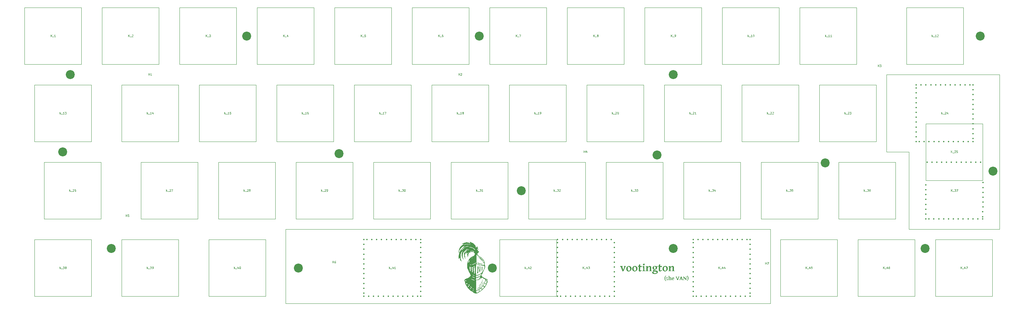
<source format=gbr>
G04 #@! TF.GenerationSoftware,KiCad,Pcbnew,(7.0.0)*
G04 #@! TF.CreationDate,2023-10-27T13:48:40+02:00*
G04 #@! TF.ProjectId,vootington VAN,766f6f74-696e-4677-946f-6e2056414e2e,rev?*
G04 #@! TF.SameCoordinates,Original*
G04 #@! TF.FileFunction,Legend,Top*
G04 #@! TF.FilePolarity,Positive*
%FSLAX46Y46*%
G04 Gerber Fmt 4.6, Leading zero omitted, Abs format (unit mm)*
G04 Created by KiCad (PCBNEW (7.0.0)) date 2023-10-27 13:48:40*
%MOMM*%
%LPD*%
G01*
G04 APERTURE LIST*
%ADD10C,0.120000*%
%ADD11C,0.500000*%
%ADD12C,0.200000*%
%ADD13C,0.125000*%
%ADD14C,0.300000*%
%ADD15C,2.200000*%
G04 APERTURE END LIST*
D10*
X241300000Y-50800000D02*
X269081250Y-50800000D01*
X93662500Y-88900000D02*
X212788500Y-88900000D01*
X241300000Y-69850000D02*
X246856250Y-69850000D01*
X246856250Y-69850000D02*
X246856250Y-88900000D01*
X212788500Y-107156250D02*
X93662500Y-107156250D01*
X269081250Y-88900000D02*
X269081250Y-50800000D01*
X246856250Y-88900000D02*
X269081250Y-88900000D01*
X93662500Y-88900000D02*
X93662500Y-107156250D01*
X241300000Y-50800000D02*
X241300000Y-69850000D01*
X212788500Y-107156250D02*
X212788500Y-88900000D01*
D11*
G36*
X177253637Y-98072864D02*
G01*
X177234189Y-98077657D01*
X177214865Y-98082831D01*
X177194920Y-98088839D01*
X177188669Y-98090938D01*
X177169501Y-98098578D01*
X177151946Y-98108226D01*
X177150078Y-98109501D01*
X177135495Y-98122888D01*
X177128096Y-98133436D01*
X177119051Y-98151573D01*
X177112465Y-98166165D01*
X176723630Y-99132878D01*
X176714662Y-99151282D01*
X176703022Y-99168637D01*
X176688711Y-99184942D01*
X176685528Y-99188077D01*
X176670622Y-99201468D01*
X176654479Y-99214163D01*
X176637100Y-99226163D01*
X176626910Y-99232529D01*
X176608152Y-99242979D01*
X176588699Y-99252347D01*
X176568551Y-99260633D01*
X176557057Y-99264769D01*
X176536719Y-99271802D01*
X176516923Y-99278061D01*
X176497667Y-99283548D01*
X176487203Y-99286263D01*
X176002137Y-98166165D01*
X175992460Y-98146596D01*
X175980464Y-98129654D01*
X175966150Y-98115340D01*
X175957196Y-98108524D01*
X175940191Y-98098601D01*
X175921454Y-98090470D01*
X175902529Y-98083910D01*
X175880959Y-98077728D01*
X175860964Y-98072864D01*
X175860964Y-97973213D01*
X176483295Y-97973213D01*
X176483295Y-98072864D01*
X176460862Y-98075903D01*
X176440579Y-98079035D01*
X176420033Y-98082729D01*
X176400275Y-98087031D01*
X176398299Y-98087519D01*
X176379046Y-98092903D01*
X176360052Y-98100756D01*
X176352870Y-98105104D01*
X176340377Y-98120461D01*
X176338703Y-98130017D01*
X176342148Y-98149595D01*
X176348473Y-98166165D01*
X176644007Y-98853953D01*
X176921467Y-98166165D01*
X176927817Y-98147236D01*
X176930260Y-98131482D01*
X176924856Y-98111974D01*
X176920001Y-98106570D01*
X176902966Y-98095957D01*
X176884510Y-98089445D01*
X176882877Y-98088984D01*
X176862595Y-98083553D01*
X176842309Y-98079024D01*
X176821488Y-98074933D01*
X176810092Y-98072864D01*
X176810092Y-97973213D01*
X177253637Y-97973213D01*
X177253637Y-98072864D01*
G37*
G36*
X178056389Y-97942379D02*
G01*
X178081993Y-97943667D01*
X178107141Y-97945814D01*
X178131835Y-97948819D01*
X178156074Y-97952683D01*
X178179858Y-97957406D01*
X178203186Y-97962987D01*
X178226060Y-97969427D01*
X178248478Y-97976726D01*
X178270441Y-97984883D01*
X178284830Y-97990799D01*
X178306062Y-98000288D01*
X178326711Y-98010439D01*
X178346775Y-98021251D01*
X178366255Y-98032724D01*
X178385151Y-98044859D01*
X178403464Y-98057654D01*
X178421192Y-98071111D01*
X178438337Y-98085229D01*
X178454898Y-98100008D01*
X178470875Y-98115448D01*
X178481202Y-98126109D01*
X178496254Y-98142512D01*
X178510637Y-98159483D01*
X178524350Y-98177019D01*
X178537393Y-98195123D01*
X178549766Y-98213793D01*
X178561470Y-98233030D01*
X178572504Y-98252834D01*
X178582868Y-98273204D01*
X178592562Y-98294141D01*
X178601587Y-98315645D01*
X178607231Y-98330296D01*
X178615088Y-98352637D01*
X178622172Y-98375330D01*
X178628483Y-98398375D01*
X178634021Y-98421773D01*
X178638787Y-98445522D01*
X178642780Y-98469623D01*
X178646000Y-98494077D01*
X178648447Y-98518882D01*
X178650121Y-98544040D01*
X178651023Y-98569549D01*
X178651195Y-98586751D01*
X178650805Y-98609519D01*
X178649638Y-98632150D01*
X178647691Y-98654643D01*
X178644967Y-98676999D01*
X178641463Y-98699217D01*
X178637181Y-98721298D01*
X178632121Y-98743242D01*
X178626282Y-98765048D01*
X178619855Y-98786526D01*
X178612788Y-98807730D01*
X178605079Y-98828658D01*
X178596729Y-98849312D01*
X178587737Y-98869691D01*
X178578105Y-98889795D01*
X178567832Y-98909625D01*
X178556917Y-98929180D01*
X178545529Y-98948299D01*
X178533592Y-98967068D01*
X178521105Y-98985485D01*
X178508068Y-99003551D01*
X178494482Y-99021267D01*
X178480347Y-99038631D01*
X178465662Y-99055644D01*
X178450427Y-99072306D01*
X178434826Y-99088510D01*
X178418798Y-99104149D01*
X178402342Y-99119223D01*
X178385459Y-99133733D01*
X178368148Y-99147678D01*
X178350410Y-99161058D01*
X178332244Y-99173873D01*
X178313651Y-99186123D01*
X178294791Y-99197641D01*
X178275580Y-99208502D01*
X178256017Y-99218707D01*
X178236104Y-99228255D01*
X178215840Y-99237147D01*
X178195224Y-99245382D01*
X178174257Y-99252962D01*
X178152939Y-99259884D01*
X178131484Y-99266067D01*
X178109861Y-99271425D01*
X178088070Y-99275959D01*
X178066111Y-99279668D01*
X178043984Y-99282553D01*
X178021689Y-99284614D01*
X177999227Y-99285850D01*
X177976596Y-99286263D01*
X177950266Y-99285833D01*
X177924401Y-99284545D01*
X177898998Y-99282399D01*
X177874060Y-99279393D01*
X177849585Y-99275529D01*
X177825574Y-99270807D01*
X177802026Y-99265225D01*
X177778942Y-99258785D01*
X177756322Y-99251487D01*
X177734166Y-99243329D01*
X177719653Y-99237414D01*
X177698338Y-99227933D01*
X177677624Y-99217808D01*
X177657511Y-99207039D01*
X177637999Y-99195626D01*
X177619088Y-99183568D01*
X177600779Y-99170867D01*
X177583070Y-99157522D01*
X177565963Y-99143533D01*
X177549456Y-99128900D01*
X177533551Y-99113623D01*
X177523281Y-99103080D01*
X177508395Y-99086764D01*
X177494144Y-99069873D01*
X177480528Y-99052406D01*
X177467548Y-99034364D01*
X177455203Y-99015747D01*
X177443494Y-98996554D01*
X177432420Y-98976786D01*
X177421982Y-98956443D01*
X177412178Y-98935525D01*
X177403011Y-98914031D01*
X177397252Y-98899382D01*
X177389308Y-98877037D01*
X177382145Y-98854331D01*
X177375764Y-98831264D01*
X177370164Y-98807837D01*
X177365345Y-98784049D01*
X177361308Y-98759900D01*
X177358052Y-98735391D01*
X177355578Y-98710521D01*
X177353885Y-98685291D01*
X177352973Y-98659700D01*
X177352800Y-98642438D01*
X177353209Y-98618991D01*
X177700113Y-98618991D01*
X177700336Y-98638842D01*
X177701006Y-98658461D01*
X177702594Y-98684259D01*
X177704975Y-98709645D01*
X177708150Y-98734619D01*
X177712119Y-98759181D01*
X177716882Y-98783330D01*
X177722438Y-98807068D01*
X177725514Y-98818782D01*
X177732139Y-98841733D01*
X177739314Y-98863936D01*
X177747038Y-98885391D01*
X177755312Y-98906099D01*
X177764135Y-98926058D01*
X177773508Y-98945269D01*
X177783430Y-98963732D01*
X177793902Y-98981448D01*
X177804985Y-98998216D01*
X177816495Y-99014084D01*
X177831483Y-99032653D01*
X177847140Y-99049815D01*
X177863464Y-99065569D01*
X177880456Y-99079916D01*
X177894530Y-99090380D01*
X177912534Y-99101779D01*
X177930823Y-99111245D01*
X177949399Y-99118780D01*
X177968261Y-99124383D01*
X177991273Y-99128556D01*
X178014698Y-99129947D01*
X178034901Y-99129466D01*
X178058932Y-99127513D01*
X178081603Y-99124057D01*
X178102915Y-99119098D01*
X178122867Y-99112636D01*
X178141459Y-99104672D01*
X178151962Y-99099173D01*
X178168699Y-99088711D01*
X178184410Y-99076866D01*
X178199096Y-99063638D01*
X178212756Y-99049026D01*
X178225390Y-99033031D01*
X178236999Y-99015653D01*
X178241355Y-99008314D01*
X178251693Y-98989035D01*
X178261028Y-98968443D01*
X178269362Y-98946540D01*
X178276694Y-98923325D01*
X178281839Y-98903809D01*
X178286342Y-98883453D01*
X178290204Y-98862257D01*
X178293638Y-98840237D01*
X178296615Y-98817408D01*
X178299134Y-98793770D01*
X178301195Y-98769323D01*
X178302798Y-98744066D01*
X178303942Y-98718001D01*
X178304501Y-98697921D01*
X178304801Y-98677386D01*
X178304858Y-98663443D01*
X178304657Y-98643562D01*
X178304051Y-98623853D01*
X178303042Y-98604316D01*
X178301069Y-98578533D01*
X178298379Y-98553055D01*
X178294971Y-98527883D01*
X178290845Y-98503016D01*
X178286003Y-98478454D01*
X178281900Y-98460233D01*
X178275984Y-98436412D01*
X178269474Y-98413308D01*
X178262368Y-98390922D01*
X178254666Y-98369253D01*
X178246370Y-98348301D01*
X178237478Y-98328067D01*
X178227991Y-98308551D01*
X178217908Y-98289752D01*
X178207375Y-98271792D01*
X178196292Y-98254795D01*
X178184660Y-98238758D01*
X178169348Y-98220066D01*
X178153176Y-98202876D01*
X178136146Y-98187188D01*
X178118257Y-98173004D01*
X178099805Y-98160479D01*
X178080781Y-98150077D01*
X178061184Y-98141798D01*
X178041015Y-98135642D01*
X178020274Y-98131609D01*
X177998959Y-98129698D01*
X177990274Y-98129528D01*
X177969360Y-98130109D01*
X177949363Y-98131849D01*
X177925654Y-98135656D01*
X177903377Y-98141275D01*
X177882530Y-98148707D01*
X177863115Y-98157952D01*
X177848613Y-98166653D01*
X177831618Y-98178959D01*
X177815745Y-98192671D01*
X177800993Y-98207791D01*
X177787361Y-98224318D01*
X177774851Y-98242252D01*
X177763462Y-98261593D01*
X177759220Y-98269724D01*
X177749329Y-98290775D01*
X177740415Y-98313020D01*
X177733988Y-98331674D01*
X177728188Y-98351091D01*
X177723013Y-98371272D01*
X177718464Y-98392215D01*
X177714541Y-98413923D01*
X177712814Y-98425062D01*
X177709837Y-98447754D01*
X177707257Y-98470888D01*
X177705074Y-98494465D01*
X177703288Y-98518485D01*
X177701899Y-98542948D01*
X177700907Y-98567853D01*
X177700312Y-98593201D01*
X177700113Y-98618991D01*
X177353209Y-98618991D01*
X177353238Y-98617324D01*
X177354551Y-98592355D01*
X177356741Y-98567533D01*
X177359806Y-98542856D01*
X177363748Y-98518325D01*
X177368565Y-98493941D01*
X177374258Y-98469702D01*
X177380827Y-98445609D01*
X177388271Y-98421662D01*
X177396592Y-98397862D01*
X177402625Y-98382076D01*
X177412407Y-98358607D01*
X177422884Y-98335645D01*
X177434057Y-98313189D01*
X177445925Y-98291240D01*
X177458489Y-98269798D01*
X177471748Y-98248862D01*
X177485703Y-98228433D01*
X177500353Y-98208510D01*
X177515699Y-98189095D01*
X177531740Y-98170185D01*
X177542821Y-98157861D01*
X177560061Y-98139882D01*
X177577894Y-98122581D01*
X177596320Y-98105959D01*
X177615338Y-98090015D01*
X177634948Y-98074749D01*
X177655151Y-98060162D01*
X177675947Y-98046253D01*
X177697335Y-98033022D01*
X177719315Y-98020470D01*
X177741888Y-98008596D01*
X177757266Y-98001057D01*
X177780832Y-97990494D01*
X177804819Y-97980970D01*
X177829226Y-97972485D01*
X177854055Y-97965039D01*
X177879304Y-97958631D01*
X177904974Y-97953263D01*
X177931064Y-97948934D01*
X177957576Y-97945644D01*
X177984508Y-97943393D01*
X178011860Y-97942181D01*
X178030329Y-97941950D01*
X178056389Y-97942379D01*
G37*
G36*
X179525753Y-97942379D02*
G01*
X179551357Y-97943667D01*
X179576506Y-97945814D01*
X179601200Y-97948819D01*
X179625439Y-97952683D01*
X179649223Y-97957406D01*
X179672551Y-97962987D01*
X179695425Y-97969427D01*
X179717843Y-97976726D01*
X179739806Y-97984883D01*
X179754195Y-97990799D01*
X179775427Y-98000288D01*
X179796075Y-98010439D01*
X179816140Y-98021251D01*
X179835620Y-98032724D01*
X179854516Y-98044859D01*
X179872829Y-98057654D01*
X179890557Y-98071111D01*
X179907702Y-98085229D01*
X179924263Y-98100008D01*
X179940240Y-98115448D01*
X179950567Y-98126109D01*
X179965619Y-98142512D01*
X179980002Y-98159483D01*
X179993715Y-98177019D01*
X180006758Y-98195123D01*
X180019131Y-98213793D01*
X180030835Y-98233030D01*
X180041869Y-98252834D01*
X180052233Y-98273204D01*
X180061927Y-98294141D01*
X180070952Y-98315645D01*
X180076596Y-98330296D01*
X180084453Y-98352637D01*
X180091537Y-98375330D01*
X180097848Y-98398375D01*
X180103386Y-98421773D01*
X180108152Y-98445522D01*
X180112145Y-98469623D01*
X180115365Y-98494077D01*
X180117812Y-98518882D01*
X180119486Y-98544040D01*
X180120388Y-98569549D01*
X180120560Y-98586751D01*
X180120170Y-98609519D01*
X180119003Y-98632150D01*
X180117056Y-98654643D01*
X180114332Y-98676999D01*
X180110828Y-98699217D01*
X180106546Y-98721298D01*
X180101486Y-98743242D01*
X180095647Y-98765048D01*
X180089220Y-98786526D01*
X180082153Y-98807730D01*
X180074444Y-98828658D01*
X180066094Y-98849312D01*
X180057102Y-98869691D01*
X180047470Y-98889795D01*
X180037197Y-98909625D01*
X180026282Y-98929180D01*
X180014894Y-98948299D01*
X180002957Y-98967068D01*
X179990470Y-98985485D01*
X179977433Y-99003551D01*
X179963847Y-99021267D01*
X179949712Y-99038631D01*
X179935027Y-99055644D01*
X179919792Y-99072306D01*
X179904191Y-99088510D01*
X179888163Y-99104149D01*
X179871707Y-99119223D01*
X179854824Y-99133733D01*
X179837513Y-99147678D01*
X179819775Y-99161058D01*
X179801609Y-99173873D01*
X179783016Y-99186123D01*
X179764156Y-99197641D01*
X179744945Y-99208502D01*
X179725382Y-99218707D01*
X179705469Y-99228255D01*
X179685204Y-99237147D01*
X179664589Y-99245382D01*
X179643622Y-99252962D01*
X179622304Y-99259884D01*
X179600849Y-99266067D01*
X179579226Y-99271425D01*
X179557435Y-99275959D01*
X179535476Y-99279668D01*
X179513349Y-99282553D01*
X179491054Y-99284614D01*
X179468592Y-99285850D01*
X179445961Y-99286263D01*
X179419631Y-99285833D01*
X179393766Y-99284545D01*
X179368363Y-99282399D01*
X179343425Y-99279393D01*
X179318950Y-99275529D01*
X179294939Y-99270807D01*
X179271391Y-99265225D01*
X179248307Y-99258785D01*
X179225687Y-99251487D01*
X179203531Y-99243329D01*
X179189018Y-99237414D01*
X179167703Y-99227933D01*
X179146989Y-99217808D01*
X179126876Y-99207039D01*
X179107364Y-99195626D01*
X179088453Y-99183568D01*
X179070144Y-99170867D01*
X179052435Y-99157522D01*
X179035328Y-99143533D01*
X179018821Y-99128900D01*
X179002916Y-99113623D01*
X178992646Y-99103080D01*
X178977760Y-99086764D01*
X178963509Y-99069873D01*
X178949893Y-99052406D01*
X178936913Y-99034364D01*
X178924568Y-99015747D01*
X178912859Y-98996554D01*
X178901785Y-98976786D01*
X178891347Y-98956443D01*
X178881543Y-98935525D01*
X178872376Y-98914031D01*
X178866617Y-98899382D01*
X178858673Y-98877037D01*
X178851510Y-98854331D01*
X178845129Y-98831264D01*
X178839529Y-98807837D01*
X178834710Y-98784049D01*
X178830673Y-98759900D01*
X178827417Y-98735391D01*
X178824943Y-98710521D01*
X178823250Y-98685291D01*
X178822338Y-98659700D01*
X178822165Y-98642438D01*
X178822574Y-98618991D01*
X179169478Y-98618991D01*
X179169701Y-98638842D01*
X179170371Y-98658461D01*
X179171959Y-98684259D01*
X179174340Y-98709645D01*
X179177515Y-98734619D01*
X179181484Y-98759181D01*
X179186247Y-98783330D01*
X179191803Y-98807068D01*
X179194879Y-98818782D01*
X179201504Y-98841733D01*
X179208679Y-98863936D01*
X179216403Y-98885391D01*
X179224677Y-98906099D01*
X179233500Y-98926058D01*
X179242873Y-98945269D01*
X179252795Y-98963732D01*
X179263267Y-98981448D01*
X179274350Y-98998216D01*
X179285860Y-99014084D01*
X179300848Y-99032653D01*
X179316505Y-99049815D01*
X179332829Y-99065569D01*
X179349821Y-99079916D01*
X179363895Y-99090380D01*
X179381899Y-99101779D01*
X179400188Y-99111245D01*
X179418764Y-99118780D01*
X179437626Y-99124383D01*
X179460638Y-99128556D01*
X179484063Y-99129947D01*
X179504266Y-99129466D01*
X179528297Y-99127513D01*
X179550968Y-99124057D01*
X179572280Y-99119098D01*
X179592232Y-99112636D01*
X179610824Y-99104672D01*
X179621327Y-99099173D01*
X179638064Y-99088711D01*
X179653775Y-99076866D01*
X179668461Y-99063638D01*
X179682121Y-99049026D01*
X179694755Y-99033031D01*
X179706364Y-99015653D01*
X179710720Y-99008314D01*
X179721058Y-98989035D01*
X179730393Y-98968443D01*
X179738727Y-98946540D01*
X179746059Y-98923325D01*
X179751203Y-98903809D01*
X179755707Y-98883453D01*
X179759569Y-98862257D01*
X179763003Y-98840237D01*
X179765980Y-98817408D01*
X179768499Y-98793770D01*
X179770560Y-98769323D01*
X179772163Y-98744066D01*
X179773307Y-98718001D01*
X179773866Y-98697921D01*
X179774166Y-98677386D01*
X179774223Y-98663443D01*
X179774022Y-98643562D01*
X179773416Y-98623853D01*
X179772407Y-98604316D01*
X179770434Y-98578533D01*
X179767744Y-98553055D01*
X179764336Y-98527883D01*
X179760210Y-98503016D01*
X179755368Y-98478454D01*
X179751265Y-98460233D01*
X179745349Y-98436412D01*
X179738839Y-98413308D01*
X179731733Y-98390922D01*
X179724031Y-98369253D01*
X179715735Y-98348301D01*
X179706843Y-98328067D01*
X179697356Y-98308551D01*
X179687273Y-98289752D01*
X179676740Y-98271792D01*
X179665657Y-98254795D01*
X179654025Y-98238758D01*
X179638712Y-98220066D01*
X179622541Y-98202876D01*
X179605511Y-98187188D01*
X179587622Y-98173004D01*
X179569170Y-98160479D01*
X179550146Y-98150077D01*
X179530549Y-98141798D01*
X179510380Y-98135642D01*
X179489638Y-98131609D01*
X179468324Y-98129698D01*
X179459639Y-98129528D01*
X179438725Y-98130109D01*
X179418728Y-98131849D01*
X179395019Y-98135656D01*
X179372742Y-98141275D01*
X179351895Y-98148707D01*
X179332480Y-98157952D01*
X179317978Y-98166653D01*
X179300983Y-98178959D01*
X179285110Y-98192671D01*
X179270358Y-98207791D01*
X179256726Y-98224318D01*
X179244216Y-98242252D01*
X179232827Y-98261593D01*
X179228585Y-98269724D01*
X179218693Y-98290775D01*
X179209780Y-98313020D01*
X179203353Y-98331674D01*
X179197553Y-98351091D01*
X179192378Y-98371272D01*
X179187829Y-98392215D01*
X179183906Y-98413923D01*
X179182179Y-98425062D01*
X179179202Y-98447754D01*
X179176622Y-98470888D01*
X179174439Y-98494465D01*
X179172653Y-98518485D01*
X179171264Y-98542948D01*
X179170272Y-98567853D01*
X179169677Y-98593201D01*
X179169478Y-98618991D01*
X178822574Y-98618991D01*
X178822603Y-98617324D01*
X178823916Y-98592355D01*
X178826106Y-98567533D01*
X178829171Y-98542856D01*
X178833113Y-98518325D01*
X178837930Y-98493941D01*
X178843623Y-98469702D01*
X178850192Y-98445609D01*
X178857636Y-98421662D01*
X178865957Y-98397862D01*
X178871990Y-98382076D01*
X178881772Y-98358607D01*
X178892249Y-98335645D01*
X178903422Y-98313189D01*
X178915290Y-98291240D01*
X178927854Y-98269798D01*
X178941113Y-98248862D01*
X178955068Y-98228433D01*
X178969718Y-98208510D01*
X178985064Y-98189095D01*
X179001105Y-98170185D01*
X179012186Y-98157861D01*
X179029426Y-98139882D01*
X179047259Y-98122581D01*
X179065685Y-98105959D01*
X179084703Y-98090015D01*
X179104313Y-98074749D01*
X179124516Y-98060162D01*
X179145312Y-98046253D01*
X179166700Y-98033022D01*
X179188680Y-98020470D01*
X179211253Y-98008596D01*
X179226631Y-98001057D01*
X179250197Y-97990494D01*
X179274184Y-97980970D01*
X179298591Y-97972485D01*
X179323420Y-97965039D01*
X179348669Y-97958631D01*
X179374339Y-97953263D01*
X179400429Y-97948934D01*
X179426941Y-97945644D01*
X179453873Y-97943393D01*
X179481225Y-97942181D01*
X179499694Y-97941950D01*
X179525753Y-97942379D01*
G37*
G36*
X181213302Y-99033227D02*
G01*
X181190685Y-99049378D01*
X181168507Y-99064979D01*
X181146767Y-99080030D01*
X181125466Y-99094532D01*
X181104605Y-99108484D01*
X181084182Y-99121887D01*
X181064198Y-99134740D01*
X181044653Y-99147044D01*
X181025546Y-99158798D01*
X181006879Y-99170003D01*
X180988650Y-99180658D01*
X180970861Y-99190764D01*
X180953510Y-99200320D01*
X180928307Y-99213623D01*
X180904091Y-99225690D01*
X180880841Y-99236515D01*
X180858536Y-99246275D01*
X180837175Y-99254971D01*
X180816759Y-99262602D01*
X180797287Y-99269167D01*
X180772794Y-99276266D01*
X180749980Y-99281471D01*
X180728846Y-99284784D01*
X180704789Y-99286263D01*
X180682996Y-99285473D01*
X180661581Y-99283103D01*
X180640543Y-99279153D01*
X180619884Y-99273623D01*
X180599602Y-99266513D01*
X180592925Y-99263792D01*
X180573623Y-99254708D01*
X180555281Y-99243940D01*
X180537902Y-99231489D01*
X180521484Y-99217356D01*
X180506028Y-99201539D01*
X180501090Y-99195893D01*
X180486985Y-99177849D01*
X180476070Y-99161554D01*
X180465919Y-99144113D01*
X180456531Y-99125528D01*
X180447906Y-99105798D01*
X180440045Y-99084923D01*
X180438564Y-99080610D01*
X180431809Y-99058325D01*
X180426199Y-99034824D01*
X180422535Y-99015147D01*
X180419605Y-98994692D01*
X180417406Y-98973458D01*
X180415941Y-98951446D01*
X180415208Y-98928655D01*
X180415117Y-98916967D01*
X180415117Y-98160792D01*
X180249031Y-98160792D01*
X180208976Y-98106570D01*
X180315954Y-97973213D01*
X180415117Y-97973213D01*
X180415117Y-97681099D01*
X180692576Y-97473004D01*
X180744844Y-97518921D01*
X180744844Y-97973213D01*
X181163965Y-97973213D01*
X181213302Y-98027435D01*
X181204156Y-98045187D01*
X181193509Y-98063516D01*
X181182528Y-98080680D01*
X181170831Y-98097681D01*
X181158943Y-98114492D01*
X181146864Y-98131112D01*
X181144426Y-98134413D01*
X181132567Y-98150232D01*
X181119632Y-98166090D01*
X181106812Y-98180331D01*
X181092537Y-98194197D01*
X181077180Y-98206837D01*
X181074572Y-98208663D01*
X181055766Y-98200481D01*
X181037248Y-98194013D01*
X181032563Y-98192543D01*
X181012619Y-98186452D01*
X180992768Y-98181110D01*
X180975410Y-98176912D01*
X180955489Y-98172408D01*
X180934804Y-98168668D01*
X180913357Y-98165692D01*
X180908976Y-98165188D01*
X180889037Y-98163063D01*
X180868790Y-98161633D01*
X180848234Y-98160899D01*
X180836680Y-98160792D01*
X180744844Y-98160792D01*
X180744844Y-98788984D01*
X180745047Y-98809855D01*
X180745655Y-98829723D01*
X180746921Y-98852243D01*
X180748770Y-98873320D01*
X180751202Y-98892955D01*
X180753149Y-98905244D01*
X180757132Y-98925276D01*
X180762544Y-98945937D01*
X180769727Y-98966335D01*
X180777084Y-98981936D01*
X180788524Y-98999845D01*
X180802583Y-99015038D01*
X180814209Y-99023457D01*
X180832398Y-99031680D01*
X180852038Y-99035711D01*
X180861593Y-99036158D01*
X180882076Y-99035352D01*
X180903043Y-99032933D01*
X180912884Y-99031273D01*
X180932220Y-99027222D01*
X180951302Y-99022337D01*
X180971814Y-99016307D01*
X180973944Y-99015642D01*
X180994110Y-99008626D01*
X181013138Y-99001223D01*
X181033204Y-98992720D01*
X181051613Y-98984378D01*
X181071312Y-98975079D01*
X181089275Y-98966252D01*
X181108234Y-98956634D01*
X181128190Y-98946227D01*
X181145580Y-98936951D01*
X181152730Y-98933087D01*
X181213302Y-99033227D01*
G37*
G36*
X181324188Y-99255000D02*
G01*
X181324188Y-99155348D01*
X181346743Y-99150418D01*
X181367755Y-99145396D01*
X181387226Y-99140282D01*
X181409396Y-99133761D01*
X181429158Y-99127096D01*
X181449691Y-99118910D01*
X181461453Y-99113339D01*
X181478583Y-99103671D01*
X181494426Y-99091723D01*
X181505245Y-99074212D01*
X181505417Y-99071817D01*
X181505417Y-98368886D01*
X181505381Y-98347713D01*
X181505274Y-98327852D01*
X181505050Y-98305750D01*
X181504724Y-98285537D01*
X181504213Y-98264342D01*
X181503951Y-98256046D01*
X181502333Y-98235530D01*
X181498396Y-98215368D01*
X181491393Y-98196592D01*
X181486854Y-98188635D01*
X181473568Y-98173738D01*
X181457081Y-98162900D01*
X181438654Y-98155348D01*
X181434098Y-98153953D01*
X181413307Y-98148824D01*
X181391458Y-98144736D01*
X181370014Y-98141531D01*
X181350229Y-98139069D01*
X181328703Y-98136799D01*
X181324188Y-98136367D01*
X181324188Y-98040624D01*
X181346242Y-98037446D01*
X181368072Y-98034138D01*
X181389679Y-98030702D01*
X181411063Y-98027137D01*
X181432223Y-98023444D01*
X181453160Y-98019621D01*
X181473874Y-98015670D01*
X181494365Y-98011590D01*
X181514632Y-98007381D01*
X181534676Y-98003043D01*
X181547915Y-98000080D01*
X181567679Y-97995502D01*
X181587219Y-97990743D01*
X181606536Y-97985804D01*
X181625630Y-97980685D01*
X181644501Y-97975386D01*
X181669314Y-97968040D01*
X181693731Y-97960373D01*
X181717751Y-97952385D01*
X181741373Y-97944077D01*
X181747217Y-97941950D01*
X181835145Y-97941950D01*
X181835145Y-99071817D01*
X181845403Y-99089891D01*
X181862233Y-99103172D01*
X181876177Y-99111873D01*
X181893826Y-99120695D01*
X181915630Y-99129207D01*
X181936975Y-99136064D01*
X181956129Y-99141396D01*
X181977130Y-99146590D01*
X181999978Y-99151646D01*
X182018327Y-99155348D01*
X182018327Y-99255000D01*
X181324188Y-99255000D01*
G37*
G36*
X181887412Y-97536507D02*
G01*
X181886548Y-97557457D01*
X181883953Y-97577566D01*
X181879629Y-97596834D01*
X181872569Y-97617823D01*
X181869339Y-97625411D01*
X181859721Y-97644737D01*
X181848456Y-97662658D01*
X181835541Y-97679175D01*
X181820978Y-97694288D01*
X181804889Y-97707874D01*
X181787395Y-97719811D01*
X181768497Y-97730100D01*
X181748194Y-97738740D01*
X181729464Y-97744831D01*
X181710033Y-97749426D01*
X181689901Y-97752524D01*
X181669067Y-97754127D01*
X181656847Y-97754371D01*
X181635488Y-97753637D01*
X181614824Y-97751435D01*
X181594856Y-97747764D01*
X181584063Y-97745090D01*
X181563550Y-97738240D01*
X181544755Y-97729291D01*
X181527677Y-97718243D01*
X181524468Y-97715781D01*
X181509594Y-97702357D01*
X181496723Y-97687121D01*
X181485856Y-97670071D01*
X181483923Y-97666444D01*
X181475938Y-97646933D01*
X181471279Y-97627334D01*
X181469017Y-97605803D01*
X181468780Y-97595614D01*
X181469622Y-97574663D01*
X181472146Y-97554554D01*
X181476354Y-97535287D01*
X181483223Y-97514297D01*
X181486366Y-97506709D01*
X181496197Y-97487445D01*
X181507615Y-97469706D01*
X181520621Y-97453495D01*
X181535214Y-97438810D01*
X181551304Y-97425437D01*
X181568798Y-97413653D01*
X181587696Y-97403456D01*
X181607999Y-97394846D01*
X181626658Y-97388755D01*
X181645879Y-97384160D01*
X181665661Y-97381062D01*
X181686004Y-97379459D01*
X181697880Y-97379214D01*
X181718531Y-97379949D01*
X181738718Y-97382151D01*
X181758442Y-97385822D01*
X181769199Y-97388496D01*
X181788012Y-97394528D01*
X181807285Y-97403134D01*
X181824840Y-97413743D01*
X181829771Y-97417316D01*
X181844950Y-97430225D01*
X181858126Y-97445137D01*
X181869298Y-97462053D01*
X181871292Y-97465676D01*
X181879793Y-97485187D01*
X181884752Y-97504786D01*
X181887161Y-97526317D01*
X181887412Y-97536507D01*
G37*
G36*
X182988948Y-99255000D02*
G01*
X182988948Y-99155348D01*
X183012716Y-99148983D01*
X183034682Y-99142831D01*
X183054847Y-99136893D01*
X183077521Y-99129771D01*
X183097380Y-99122982D01*
X183117496Y-99115277D01*
X183128655Y-99110408D01*
X183146820Y-99100669D01*
X183162228Y-99088580D01*
X183170176Y-99071817D01*
X183170176Y-98451441D01*
X183169985Y-98428693D01*
X183169413Y-98407162D01*
X183168459Y-98386847D01*
X183166810Y-98364076D01*
X183164612Y-98343055D01*
X183162360Y-98326877D01*
X183158710Y-98305846D01*
X183154172Y-98286779D01*
X183147898Y-98267392D01*
X183139453Y-98248647D01*
X183138424Y-98246765D01*
X183127204Y-98229601D01*
X183112218Y-98214798D01*
X183094461Y-98204267D01*
X183074038Y-98197314D01*
X183052666Y-98193498D01*
X183031148Y-98192102D01*
X183026073Y-98192055D01*
X183004930Y-98192913D01*
X182985250Y-98195154D01*
X182964951Y-98198787D01*
X182955731Y-98200847D01*
X182936680Y-98206038D01*
X182916652Y-98212815D01*
X182898326Y-98220048D01*
X182879252Y-98228496D01*
X182873665Y-98231133D01*
X182853750Y-98241094D01*
X182835935Y-98250860D01*
X182817434Y-98261760D01*
X182798246Y-98273793D01*
X182781731Y-98284686D01*
X182774991Y-98289263D01*
X182757760Y-98301189D01*
X182739957Y-98314069D01*
X182721582Y-98327903D01*
X182702634Y-98342691D01*
X182687064Y-98355209D01*
X182671127Y-98368337D01*
X182654824Y-98382076D01*
X182654824Y-99071817D01*
X182663799Y-99090050D01*
X182681202Y-99103416D01*
X182698833Y-99112943D01*
X182701718Y-99114316D01*
X182720781Y-99122456D01*
X182742797Y-99130390D01*
X182763400Y-99136844D01*
X182786054Y-99143155D01*
X182805655Y-99148101D01*
X182826568Y-99152956D01*
X182837517Y-99155348D01*
X182837517Y-99255000D01*
X182143867Y-99255000D01*
X182143867Y-99155348D01*
X182165865Y-99149563D01*
X182186427Y-99143930D01*
X182205554Y-99138450D01*
X182227445Y-99131814D01*
X182247094Y-99125417D01*
X182267714Y-99118056D01*
X182279666Y-99113339D01*
X182297368Y-99105007D01*
X182313738Y-99093677D01*
X182324696Y-99076084D01*
X182325096Y-99071817D01*
X182325096Y-98312711D01*
X182325002Y-98290468D01*
X182324722Y-98270329D01*
X182324172Y-98249889D01*
X182323262Y-98230178D01*
X182323142Y-98228203D01*
X182320067Y-98208047D01*
X182312762Y-98189878D01*
X182304579Y-98178866D01*
X182289238Y-98166684D01*
X182270106Y-98157931D01*
X182250846Y-98152487D01*
X182230238Y-98148366D01*
X182208850Y-98144809D01*
X182188024Y-98141798D01*
X182164898Y-98138822D01*
X182143867Y-98136367D01*
X182143867Y-98040624D01*
X182164249Y-98038415D01*
X182184177Y-98036064D01*
X182203652Y-98033569D01*
X182226424Y-98030386D01*
X182248543Y-98026997D01*
X182266477Y-98024016D01*
X182287738Y-98020300D01*
X182308655Y-98016482D01*
X182329229Y-98012561D01*
X182349459Y-98008537D01*
X182369346Y-98004409D01*
X182375898Y-98003011D01*
X182395396Y-97998494D01*
X182414687Y-97993737D01*
X182433772Y-97988740D01*
X182452651Y-97983502D01*
X182474417Y-97977087D01*
X182477503Y-97976144D01*
X182496171Y-97970328D01*
X182514804Y-97964237D01*
X182533402Y-97957872D01*
X182551967Y-97951231D01*
X182570497Y-97944316D01*
X182576666Y-97941950D01*
X182634307Y-97999591D01*
X182649450Y-98196451D01*
X182669455Y-98179659D01*
X182689292Y-98163478D01*
X182708961Y-98147908D01*
X182728463Y-98132948D01*
X182747796Y-98118599D01*
X182766962Y-98104860D01*
X182785959Y-98091732D01*
X182804789Y-98079214D01*
X182823450Y-98067308D01*
X182841944Y-98056011D01*
X182860270Y-98045326D01*
X182878428Y-98035251D01*
X182896418Y-98025786D01*
X182914240Y-98016933D01*
X182940658Y-98004797D01*
X182949380Y-98001057D01*
X182975288Y-97990494D01*
X183000620Y-97980970D01*
X183025377Y-97972485D01*
X183049558Y-97965039D01*
X183073164Y-97958631D01*
X183096195Y-97953263D01*
X183118651Y-97948934D01*
X183140531Y-97945644D01*
X183161836Y-97943393D01*
X183182566Y-97942181D01*
X183196066Y-97941950D01*
X183218076Y-97942603D01*
X183239777Y-97944560D01*
X183261170Y-97947823D01*
X183282253Y-97952391D01*
X183303027Y-97958265D01*
X183309883Y-97960512D01*
X183330119Y-97968280D01*
X183349427Y-97977663D01*
X183367808Y-97988659D01*
X183385262Y-98001270D01*
X183401789Y-98015496D01*
X183407091Y-98020596D01*
X183422261Y-98037077D01*
X183436263Y-98055378D01*
X183447039Y-98072019D01*
X183457005Y-98089925D01*
X183466159Y-98109095D01*
X183474503Y-98129528D01*
X183481820Y-98151145D01*
X183487898Y-98174170D01*
X183491867Y-98193602D01*
X183495042Y-98213935D01*
X183497423Y-98235169D01*
X183499011Y-98257304D01*
X183499805Y-98280339D01*
X183499904Y-98292194D01*
X183499904Y-99071817D01*
X183507697Y-99089800D01*
X183508208Y-99090380D01*
X183524367Y-99102341D01*
X183537029Y-99108942D01*
X183556197Y-99116886D01*
X183576321Y-99124238D01*
X183593205Y-99129947D01*
X183612164Y-99135931D01*
X183633382Y-99142159D01*
X183653802Y-99147809D01*
X183675951Y-99153646D01*
X183682597Y-99155348D01*
X183682597Y-99255000D01*
X182988948Y-99255000D01*
G37*
G36*
X185155870Y-97992752D02*
G01*
X185149533Y-98011643D01*
X185142681Y-98028900D01*
X185134707Y-98047039D01*
X185126172Y-98065552D01*
X185123630Y-98070910D01*
X185114374Y-98089717D01*
X185105276Y-98107180D01*
X185101648Y-98113897D01*
X185091297Y-98131435D01*
X185079998Y-98148358D01*
X185077713Y-98151510D01*
X185057126Y-98155003D01*
X185036399Y-98158216D01*
X185015532Y-98161147D01*
X184994525Y-98163799D01*
X184982458Y-98165188D01*
X184961047Y-98167422D01*
X184938700Y-98169422D01*
X184918802Y-98170951D01*
X184898217Y-98172307D01*
X184876945Y-98173492D01*
X184887289Y-98191398D01*
X184896706Y-98209579D01*
X184905195Y-98228035D01*
X184912757Y-98246765D01*
X184919392Y-98265770D01*
X184921397Y-98272166D01*
X184926875Y-98291389D01*
X184931220Y-98310955D01*
X184934432Y-98330865D01*
X184936510Y-98351118D01*
X184937454Y-98371714D01*
X184937517Y-98378656D01*
X184936784Y-98404508D01*
X184934586Y-98429795D01*
X184930923Y-98454516D01*
X184925794Y-98478674D01*
X184919199Y-98502266D01*
X184911139Y-98525293D01*
X184901613Y-98547756D01*
X184890623Y-98569654D01*
X184878410Y-98590773D01*
X184865221Y-98611145D01*
X184851055Y-98630768D01*
X184835912Y-98649644D01*
X184819792Y-98667771D01*
X184802695Y-98685150D01*
X184784621Y-98701782D01*
X184765570Y-98717665D01*
X184745642Y-98732633D01*
X184724934Y-98746761D01*
X184703449Y-98760049D01*
X184681184Y-98772498D01*
X184658142Y-98784107D01*
X184640349Y-98792263D01*
X184622118Y-98799946D01*
X184603449Y-98807158D01*
X184584342Y-98813897D01*
X184564918Y-98820095D01*
X184545296Y-98825684D01*
X184525476Y-98830662D01*
X184505459Y-98835032D01*
X184485245Y-98838791D01*
X184464833Y-98841941D01*
X184444223Y-98844481D01*
X184423416Y-98846412D01*
X184402412Y-98847733D01*
X184381210Y-98848444D01*
X184366966Y-98848579D01*
X184353288Y-98848579D01*
X184337873Y-98863251D01*
X184321799Y-98879691D01*
X184308369Y-98894861D01*
X184296044Y-98910953D01*
X184286366Y-98927226D01*
X184278300Y-98945172D01*
X184272255Y-98964205D01*
X184272200Y-98965327D01*
X184277268Y-98984409D01*
X184280504Y-98989752D01*
X184295669Y-99002208D01*
X184314010Y-99011001D01*
X184319583Y-99013199D01*
X184339641Y-99019871D01*
X184358662Y-99025167D01*
X184380674Y-99030557D01*
X184401923Y-99035251D01*
X184413372Y-99037623D01*
X184433997Y-99041487D01*
X184456792Y-99045447D01*
X184476591Y-99048683D01*
X184497779Y-99051980D01*
X184520356Y-99055339D01*
X184544322Y-99058758D01*
X184569678Y-99062238D01*
X184582877Y-99064002D01*
X184602750Y-99066602D01*
X184622192Y-99069276D01*
X184650547Y-99073422D01*
X184677931Y-99077731D01*
X184704345Y-99082203D01*
X184729789Y-99086838D01*
X184754262Y-99091637D01*
X184777765Y-99096598D01*
X184800298Y-99101723D01*
X184821861Y-99107011D01*
X184842453Y-99112462D01*
X184849101Y-99114316D01*
X184868594Y-99120010D01*
X184887323Y-99125919D01*
X184911106Y-99134132D01*
X184933531Y-99142726D01*
X184954597Y-99151702D01*
X184974304Y-99161060D01*
X184992653Y-99170799D01*
X185009643Y-99180919D01*
X185017629Y-99186123D01*
X185036238Y-99199408D01*
X185052987Y-99213314D01*
X185067875Y-99227840D01*
X185080903Y-99242986D01*
X185094081Y-99261980D01*
X185104579Y-99281866D01*
X185113046Y-99302680D01*
X185119760Y-99324456D01*
X185124724Y-99347194D01*
X185127521Y-99366876D01*
X185129103Y-99387226D01*
X185129492Y-99403988D01*
X185128765Y-99424431D01*
X185126582Y-99444851D01*
X185122945Y-99465246D01*
X185117852Y-99485618D01*
X185111305Y-99505966D01*
X185103303Y-99526290D01*
X185099694Y-99534413D01*
X185089975Y-99554737D01*
X185079134Y-99574799D01*
X185067172Y-99594599D01*
X185054090Y-99614136D01*
X185039886Y-99633410D01*
X185024561Y-99652423D01*
X185018117Y-99659954D01*
X185004768Y-99674952D01*
X184990854Y-99689660D01*
X184976375Y-99704078D01*
X184961331Y-99718206D01*
X184945722Y-99732044D01*
X184929549Y-99745592D01*
X184912810Y-99758850D01*
X184895507Y-99771817D01*
X184877861Y-99784549D01*
X184859848Y-99796852D01*
X184841469Y-99808729D01*
X184822723Y-99820177D01*
X184803611Y-99831199D01*
X184784133Y-99841793D01*
X184764288Y-99851960D01*
X184744077Y-99861699D01*
X184723568Y-99870965D01*
X184702830Y-99879712D01*
X184681864Y-99887940D01*
X184660668Y-99895648D01*
X184639243Y-99902838D01*
X184617590Y-99909509D01*
X184595707Y-99915661D01*
X184573595Y-99921294D01*
X184551499Y-99926331D01*
X184529418Y-99930697D01*
X184507352Y-99934392D01*
X184485302Y-99937414D01*
X184463266Y-99939765D01*
X184441246Y-99941444D01*
X184419241Y-99942452D01*
X184397252Y-99942787D01*
X184374810Y-99942561D01*
X184352058Y-99941881D01*
X184328995Y-99940748D01*
X184305623Y-99939162D01*
X184281940Y-99937123D01*
X184257948Y-99934630D01*
X184248264Y-99933506D01*
X184224052Y-99930496D01*
X184199959Y-99926961D01*
X184175986Y-99922902D01*
X184152131Y-99918317D01*
X184128396Y-99913208D01*
X184104781Y-99907574D01*
X184095368Y-99905174D01*
X184072191Y-99898958D01*
X184049372Y-99892218D01*
X184026911Y-99884952D01*
X184004807Y-99877162D01*
X183983061Y-99868848D01*
X183961673Y-99860008D01*
X183953218Y-99856325D01*
X183932699Y-99846856D01*
X183912966Y-99836767D01*
X183894021Y-99826057D01*
X183875862Y-99814728D01*
X183858491Y-99802778D01*
X183841907Y-99790208D01*
X183835493Y-99785006D01*
X183820119Y-99771592D01*
X183805745Y-99757605D01*
X183792374Y-99743046D01*
X183780005Y-99727915D01*
X183766483Y-99709001D01*
X183754405Y-99689263D01*
X183744112Y-99668684D01*
X183735949Y-99647246D01*
X183729916Y-99624949D01*
X183726012Y-99601794D01*
X183724385Y-99581842D01*
X183724119Y-99569584D01*
X183725502Y-99548022D01*
X183729113Y-99528290D01*
X183729750Y-99526109D01*
X184053847Y-99526109D01*
X184055459Y-99545797D01*
X184060298Y-99565112D01*
X184068362Y-99584052D01*
X184079652Y-99602618D01*
X184087552Y-99613060D01*
X184101085Y-99628435D01*
X184116403Y-99643056D01*
X184133508Y-99656920D01*
X184152399Y-99670029D01*
X184169505Y-99680376D01*
X184180364Y-99686332D01*
X184199348Y-99695933D01*
X184219357Y-99704889D01*
X184240392Y-99713201D01*
X184262453Y-99720870D01*
X184285539Y-99727894D01*
X184304746Y-99733050D01*
X184319583Y-99736646D01*
X184339931Y-99740997D01*
X184360677Y-99744767D01*
X184381819Y-99747958D01*
X184403358Y-99750568D01*
X184425294Y-99752599D01*
X184447627Y-99754049D01*
X184470357Y-99754919D01*
X184493484Y-99755209D01*
X184513412Y-99754896D01*
X184537357Y-99753625D01*
X184560229Y-99751375D01*
X184582027Y-99748148D01*
X184602752Y-99743943D01*
X184622403Y-99738760D01*
X184633679Y-99735181D01*
X184655140Y-99727321D01*
X184675193Y-99718397D01*
X184693837Y-99708408D01*
X184711074Y-99697354D01*
X184726902Y-99685235D01*
X184731865Y-99680959D01*
X184748003Y-99665532D01*
X184762225Y-99649169D01*
X184774530Y-99631872D01*
X184784919Y-99613640D01*
X184789994Y-99602801D01*
X184797608Y-99583380D01*
X184803352Y-99563585D01*
X184807225Y-99543416D01*
X184809229Y-99522873D01*
X184809534Y-99510966D01*
X184807748Y-99491182D01*
X184802390Y-99471399D01*
X184796833Y-99458210D01*
X184785494Y-99440699D01*
X184770076Y-99425281D01*
X184754238Y-99413290D01*
X184747496Y-99408872D01*
X184729805Y-99398968D01*
X184709215Y-99389345D01*
X184689260Y-99381319D01*
X184667175Y-99373499D01*
X184647144Y-99367140D01*
X184642960Y-99365886D01*
X184621033Y-99359782D01*
X184602032Y-99355122D01*
X184581733Y-99350661D01*
X184560137Y-99346398D01*
X184537243Y-99342334D01*
X184513051Y-99338468D01*
X184487562Y-99334801D01*
X184467594Y-99332180D01*
X184447177Y-99329514D01*
X184427141Y-99326704D01*
X184407487Y-99323751D01*
X184384406Y-99320019D01*
X184361875Y-99316080D01*
X184343519Y-99312641D01*
X184322143Y-99308611D01*
X184301249Y-99304581D01*
X184280836Y-99300551D01*
X184260903Y-99296521D01*
X184241452Y-99292491D01*
X184235075Y-99291147D01*
X184216027Y-99304648D01*
X184198267Y-99317671D01*
X184181794Y-99330217D01*
X184163728Y-99344642D01*
X184147517Y-99358381D01*
X184135424Y-99369305D01*
X184120474Y-99383985D01*
X184105506Y-99400074D01*
X184092798Y-99415431D01*
X184081202Y-99431831D01*
X184071451Y-99448966D01*
X184063025Y-99468017D01*
X184058731Y-99482634D01*
X184055392Y-99502255D01*
X184053889Y-99522241D01*
X184053847Y-99526109D01*
X183729750Y-99526109D01*
X183734965Y-99508249D01*
X183738285Y-99499242D01*
X183747108Y-99481107D01*
X183758923Y-99462362D01*
X183771716Y-99445458D01*
X183784504Y-99430598D01*
X183791530Y-99423039D01*
X183806980Y-99407577D01*
X183821351Y-99394299D01*
X183837081Y-99380662D01*
X183854171Y-99366669D01*
X183872620Y-99352317D01*
X183888359Y-99340578D01*
X183896554Y-99334623D01*
X183913781Y-99322617D01*
X183932244Y-99310290D01*
X183951944Y-99297643D01*
X183972880Y-99284675D01*
X183995053Y-99271387D01*
X184012494Y-99261210D01*
X184030630Y-99250853D01*
X184049462Y-99240316D01*
X184068990Y-99229598D01*
X184050061Y-99221504D01*
X184023957Y-99209234D01*
X184000602Y-99196809D01*
X183979994Y-99184229D01*
X183962133Y-99171495D01*
X183947021Y-99158607D01*
X183931145Y-99141181D01*
X183920154Y-99123481D01*
X183913285Y-99100970D01*
X183912674Y-99091845D01*
X183916693Y-99071409D01*
X183924593Y-99052420D01*
X183925375Y-99050812D01*
X183935192Y-99033563D01*
X183946720Y-99016733D01*
X183959108Y-99000735D01*
X183967873Y-98990240D01*
X183981774Y-98974716D01*
X183997405Y-98958491D01*
X184012180Y-98944025D01*
X184028226Y-98929044D01*
X184045542Y-98913548D01*
X184061144Y-98900277D01*
X184077723Y-98886719D01*
X184095281Y-98872876D01*
X184113816Y-98858746D01*
X184133329Y-98844330D01*
X184149644Y-98832591D01*
X184162290Y-98823667D01*
X184143323Y-98818286D01*
X184120194Y-98810851D01*
X184097709Y-98802629D01*
X184075868Y-98793620D01*
X184054671Y-98783825D01*
X184034118Y-98773241D01*
X184022095Y-98766514D01*
X184002844Y-98754590D01*
X183984476Y-98742023D01*
X183966990Y-98728811D01*
X183950387Y-98714956D01*
X183934666Y-98700456D01*
X183919828Y-98685313D01*
X183914140Y-98679075D01*
X183900725Y-98662913D01*
X183888265Y-98646178D01*
X183876759Y-98628872D01*
X183866207Y-98610992D01*
X183856609Y-98592540D01*
X183847965Y-98573516D01*
X183844775Y-98565746D01*
X183837738Y-98545828D01*
X183831895Y-98525456D01*
X183827244Y-98504631D01*
X183823785Y-98483352D01*
X183821519Y-98461621D01*
X183820446Y-98439436D01*
X183820350Y-98430436D01*
X183821121Y-98405683D01*
X183823434Y-98381251D01*
X183827288Y-98357140D01*
X183831715Y-98337623D01*
X184136401Y-98337623D01*
X184136806Y-98360166D01*
X184138023Y-98382303D01*
X184140050Y-98404034D01*
X184142888Y-98425360D01*
X184146538Y-98446280D01*
X184150998Y-98466795D01*
X184153009Y-98474888D01*
X184158641Y-98494644D01*
X184165154Y-98513614D01*
X184172551Y-98531796D01*
X184182592Y-98552576D01*
X184193903Y-98572222D01*
X184204300Y-98587728D01*
X184218125Y-98604993D01*
X184233220Y-98620884D01*
X184249586Y-98635401D01*
X184267223Y-98648545D01*
X184286131Y-98660314D01*
X184292716Y-98663932D01*
X184313587Y-98673560D01*
X184332082Y-98680062D01*
X184351579Y-98685181D01*
X184372077Y-98688916D01*
X184393577Y-98691268D01*
X184416079Y-98692236D01*
X184420699Y-98692264D01*
X184440483Y-98691226D01*
X184459778Y-98688112D01*
X184480901Y-98682127D01*
X184496903Y-98675655D01*
X184514641Y-98666313D01*
X184531219Y-98654895D01*
X184546637Y-98641400D01*
X184560895Y-98625830D01*
X184573901Y-98607939D01*
X184584179Y-98590582D01*
X184593429Y-98571635D01*
X184601650Y-98551098D01*
X184604858Y-98541810D01*
X184610503Y-98522307D01*
X184614979Y-98501533D01*
X184618288Y-98479488D01*
X184620429Y-98456173D01*
X184621321Y-98435772D01*
X184621467Y-98423108D01*
X184621014Y-98400144D01*
X184619654Y-98377656D01*
X184617388Y-98355646D01*
X184614216Y-98334112D01*
X184610137Y-98313056D01*
X184605152Y-98292477D01*
X184602904Y-98284378D01*
X184596686Y-98264634D01*
X184589633Y-98245700D01*
X184581745Y-98227578D01*
X184571178Y-98206901D01*
X184559409Y-98187392D01*
X184548683Y-98172027D01*
X184534692Y-98154596D01*
X184519465Y-98138573D01*
X184503001Y-98123959D01*
X184485302Y-98110752D01*
X184466365Y-98098954D01*
X184459778Y-98095334D01*
X184439393Y-98085706D01*
X184417807Y-98078070D01*
X184395018Y-98072425D01*
X184375108Y-98069243D01*
X184354364Y-98067445D01*
X184337168Y-98067002D01*
X184317582Y-98068316D01*
X184297841Y-98072257D01*
X184277946Y-98078826D01*
X184266826Y-98083611D01*
X184249424Y-98092984D01*
X184232877Y-98104494D01*
X184217184Y-98118141D01*
X184202346Y-98133925D01*
X184190228Y-98149322D01*
X184179092Y-98166449D01*
X184168937Y-98185306D01*
X184159764Y-98205893D01*
X184154963Y-98218433D01*
X184148655Y-98238102D01*
X184143652Y-98259008D01*
X184139954Y-98281150D01*
X184137561Y-98304528D01*
X184136564Y-98324955D01*
X184136401Y-98337623D01*
X183831715Y-98337623D01*
X183832685Y-98333349D01*
X183839623Y-98309879D01*
X183848102Y-98286729D01*
X183858124Y-98263900D01*
X183869687Y-98241392D01*
X183882648Y-98219410D01*
X183896615Y-98198161D01*
X183911590Y-98177644D01*
X183927573Y-98157861D01*
X183944563Y-98138810D01*
X183962561Y-98120491D01*
X183981566Y-98102906D01*
X183996481Y-98090198D01*
X184001579Y-98086053D01*
X184017289Y-98073842D01*
X184033464Y-98062119D01*
X184050102Y-98050887D01*
X184067204Y-98040143D01*
X184084769Y-98029889D01*
X184102798Y-98020125D01*
X184121291Y-98010850D01*
X184140247Y-98002064D01*
X184159668Y-97993768D01*
X184179551Y-97985961D01*
X184193065Y-97981029D01*
X184213672Y-97974045D01*
X184234458Y-97967748D01*
X184255426Y-97962138D01*
X184276573Y-97957215D01*
X184297901Y-97952979D01*
X184319409Y-97949430D01*
X184341098Y-97946568D01*
X184362966Y-97944392D01*
X184385016Y-97942904D01*
X184407245Y-97942103D01*
X184422165Y-97941950D01*
X184445665Y-97942362D01*
X184468785Y-97943599D01*
X184491522Y-97945659D01*
X184513878Y-97948545D01*
X184535852Y-97952254D01*
X184557445Y-97956788D01*
X184578656Y-97962146D01*
X184599485Y-97968328D01*
X184619864Y-97975083D01*
X184639724Y-97982403D01*
X184659065Y-97990287D01*
X184677887Y-97998736D01*
X184696190Y-98007751D01*
X184713974Y-98017329D01*
X184731239Y-98027473D01*
X184747985Y-98038182D01*
X184770135Y-98035209D01*
X184791891Y-98031971D01*
X184813252Y-98028466D01*
X184834218Y-98024695D01*
X184854788Y-98020658D01*
X184874964Y-98016354D01*
X184894745Y-98011785D01*
X184914131Y-98006949D01*
X184933122Y-98001847D01*
X184957828Y-97994631D01*
X184963895Y-97992752D01*
X184987556Y-97985334D01*
X185009935Y-97978220D01*
X185031032Y-97971412D01*
X185050846Y-97964909D01*
X185069378Y-97958711D01*
X185090739Y-97951393D01*
X185110098Y-97944553D01*
X185117280Y-97941950D01*
X185155870Y-97992752D01*
G37*
G36*
X186162639Y-99033227D02*
G01*
X186140022Y-99049378D01*
X186117844Y-99064979D01*
X186096104Y-99080030D01*
X186074803Y-99094532D01*
X186053942Y-99108484D01*
X186033519Y-99121887D01*
X186013535Y-99134740D01*
X185993990Y-99147044D01*
X185974883Y-99158798D01*
X185956216Y-99170003D01*
X185937987Y-99180658D01*
X185920198Y-99190764D01*
X185902847Y-99200320D01*
X185877644Y-99213623D01*
X185853428Y-99225690D01*
X185830178Y-99236515D01*
X185807873Y-99246275D01*
X185786512Y-99254971D01*
X185766096Y-99262602D01*
X185746624Y-99269167D01*
X185722131Y-99276266D01*
X185699317Y-99281471D01*
X185678183Y-99284784D01*
X185654126Y-99286263D01*
X185632333Y-99285473D01*
X185610918Y-99283103D01*
X185589880Y-99279153D01*
X185569221Y-99273623D01*
X185548939Y-99266513D01*
X185542262Y-99263792D01*
X185522960Y-99254708D01*
X185504619Y-99243940D01*
X185487239Y-99231489D01*
X185470821Y-99217356D01*
X185455365Y-99201539D01*
X185450427Y-99195893D01*
X185436322Y-99177849D01*
X185425408Y-99161554D01*
X185415256Y-99144113D01*
X185405868Y-99125528D01*
X185397243Y-99105798D01*
X185389382Y-99084923D01*
X185387901Y-99080610D01*
X185381146Y-99058325D01*
X185375536Y-99034824D01*
X185371873Y-99015147D01*
X185368942Y-98994692D01*
X185366743Y-98973458D01*
X185365278Y-98951446D01*
X185364545Y-98928655D01*
X185364454Y-98916967D01*
X185364454Y-98160792D01*
X185198369Y-98160792D01*
X185158313Y-98106570D01*
X185265291Y-97973213D01*
X185364454Y-97973213D01*
X185364454Y-97681099D01*
X185641914Y-97473004D01*
X185694181Y-97518921D01*
X185694181Y-97973213D01*
X186113302Y-97973213D01*
X186162639Y-98027435D01*
X186153493Y-98045187D01*
X186142846Y-98063516D01*
X186131865Y-98080680D01*
X186120168Y-98097681D01*
X186108280Y-98114492D01*
X186096201Y-98131112D01*
X186093763Y-98134413D01*
X186081904Y-98150232D01*
X186068969Y-98166090D01*
X186056149Y-98180331D01*
X186041874Y-98194197D01*
X186026517Y-98206837D01*
X186023909Y-98208663D01*
X186005103Y-98200481D01*
X185986585Y-98194013D01*
X185981900Y-98192543D01*
X185961956Y-98186452D01*
X185942105Y-98181110D01*
X185924747Y-98176912D01*
X185904826Y-98172408D01*
X185884141Y-98168668D01*
X185862694Y-98165692D01*
X185858313Y-98165188D01*
X185838374Y-98163063D01*
X185818127Y-98161633D01*
X185797571Y-98160899D01*
X185786017Y-98160792D01*
X185694181Y-98160792D01*
X185694181Y-98788984D01*
X185694384Y-98809855D01*
X185694992Y-98829723D01*
X185696258Y-98852243D01*
X185698107Y-98873320D01*
X185700539Y-98892955D01*
X185702486Y-98905244D01*
X185706469Y-98925276D01*
X185711881Y-98945937D01*
X185719064Y-98966335D01*
X185726422Y-98981936D01*
X185737861Y-98999845D01*
X185751920Y-99015038D01*
X185763546Y-99023457D01*
X185781735Y-99031680D01*
X185801375Y-99035711D01*
X185810930Y-99036158D01*
X185831413Y-99035352D01*
X185852380Y-99032933D01*
X185862221Y-99031273D01*
X185881557Y-99027222D01*
X185900639Y-99022337D01*
X185921151Y-99016307D01*
X185923281Y-99015642D01*
X185943447Y-99008626D01*
X185962475Y-99001223D01*
X185982541Y-98992720D01*
X186000951Y-98984378D01*
X186020649Y-98975079D01*
X186038612Y-98966252D01*
X186057571Y-98956634D01*
X186077527Y-98946227D01*
X186094917Y-98936951D01*
X186102067Y-98933087D01*
X186162639Y-99033227D01*
G37*
G36*
X186980045Y-97942379D02*
G01*
X187005649Y-97943667D01*
X187030798Y-97945814D01*
X187055492Y-97948819D01*
X187079731Y-97952683D01*
X187103514Y-97957406D01*
X187126843Y-97962987D01*
X187149716Y-97969427D01*
X187172135Y-97976726D01*
X187194098Y-97984883D01*
X187208487Y-97990799D01*
X187229719Y-98000288D01*
X187250367Y-98010439D01*
X187270431Y-98021251D01*
X187289912Y-98032724D01*
X187308808Y-98044859D01*
X187327120Y-98057654D01*
X187344849Y-98071111D01*
X187361994Y-98085229D01*
X187378555Y-98100008D01*
X187394532Y-98115448D01*
X187404858Y-98126109D01*
X187419911Y-98142512D01*
X187434293Y-98159483D01*
X187448006Y-98177019D01*
X187461050Y-98195123D01*
X187473423Y-98213793D01*
X187485127Y-98233030D01*
X187496160Y-98252834D01*
X187506524Y-98273204D01*
X187516219Y-98294141D01*
X187525243Y-98315645D01*
X187530888Y-98330296D01*
X187538745Y-98352637D01*
X187545829Y-98375330D01*
X187552140Y-98398375D01*
X187557678Y-98421773D01*
X187562444Y-98445522D01*
X187566436Y-98469623D01*
X187569656Y-98494077D01*
X187572104Y-98518882D01*
X187573778Y-98544040D01*
X187574680Y-98569549D01*
X187574851Y-98586751D01*
X187574462Y-98609519D01*
X187573294Y-98632150D01*
X187571348Y-98654643D01*
X187568623Y-98676999D01*
X187565120Y-98699217D01*
X187560838Y-98721298D01*
X187555778Y-98743242D01*
X187549939Y-98765048D01*
X187543512Y-98786526D01*
X187536444Y-98807730D01*
X187528735Y-98828658D01*
X187520385Y-98849312D01*
X187511394Y-98869691D01*
X187501762Y-98889795D01*
X187491488Y-98909625D01*
X187480574Y-98929180D01*
X187469186Y-98948299D01*
X187457248Y-98967068D01*
X187444762Y-98985485D01*
X187431725Y-99003551D01*
X187418139Y-99021267D01*
X187404004Y-99038631D01*
X187389318Y-99055644D01*
X187374084Y-99072306D01*
X187358483Y-99088510D01*
X187342454Y-99104149D01*
X187325998Y-99119223D01*
X187309115Y-99133733D01*
X187291804Y-99147678D01*
X187274066Y-99161058D01*
X187255901Y-99173873D01*
X187237308Y-99186123D01*
X187218448Y-99197641D01*
X187199236Y-99208502D01*
X187179674Y-99218707D01*
X187159761Y-99228255D01*
X187139496Y-99237147D01*
X187118881Y-99245382D01*
X187097914Y-99252962D01*
X187076596Y-99259884D01*
X187055141Y-99266067D01*
X187033518Y-99271425D01*
X187011727Y-99275959D01*
X186989768Y-99279668D01*
X186967641Y-99282553D01*
X186945346Y-99284614D01*
X186922883Y-99285850D01*
X186900253Y-99286263D01*
X186873923Y-99285833D01*
X186848057Y-99284545D01*
X186822655Y-99282399D01*
X186797716Y-99279393D01*
X186773242Y-99275529D01*
X186749230Y-99270807D01*
X186725683Y-99265225D01*
X186702599Y-99258785D01*
X186679979Y-99251487D01*
X186657823Y-99243329D01*
X186643309Y-99237414D01*
X186621994Y-99227933D01*
X186601280Y-99217808D01*
X186581168Y-99207039D01*
X186561656Y-99195626D01*
X186542745Y-99183568D01*
X186524435Y-99170867D01*
X186506727Y-99157522D01*
X186489619Y-99143533D01*
X186473113Y-99128900D01*
X186457208Y-99113623D01*
X186446938Y-99103080D01*
X186432052Y-99086764D01*
X186417801Y-99069873D01*
X186404185Y-99052406D01*
X186391205Y-99034364D01*
X186378860Y-99015747D01*
X186367151Y-98996554D01*
X186356077Y-98976786D01*
X186345638Y-98956443D01*
X186335835Y-98935525D01*
X186326667Y-98914031D01*
X186320909Y-98899382D01*
X186312965Y-98877037D01*
X186305802Y-98854331D01*
X186299421Y-98831264D01*
X186293821Y-98807837D01*
X186289002Y-98784049D01*
X186284965Y-98759900D01*
X186281709Y-98735391D01*
X186279235Y-98710521D01*
X186277542Y-98685291D01*
X186276630Y-98659700D01*
X186276456Y-98642438D01*
X186276865Y-98618991D01*
X186623770Y-98618991D01*
X186623993Y-98638842D01*
X186624663Y-98658461D01*
X186626250Y-98684259D01*
X186628632Y-98709645D01*
X186631807Y-98734619D01*
X186635776Y-98759181D01*
X186640539Y-98783330D01*
X186646095Y-98807068D01*
X186649171Y-98818782D01*
X186655796Y-98841733D01*
X186662971Y-98863936D01*
X186670695Y-98885391D01*
X186678969Y-98906099D01*
X186687792Y-98926058D01*
X186697165Y-98945269D01*
X186707087Y-98963732D01*
X186717559Y-98981448D01*
X186728642Y-98998216D01*
X186740151Y-99014084D01*
X186755140Y-99032653D01*
X186770796Y-99049815D01*
X186787121Y-99065569D01*
X186804113Y-99079916D01*
X186818187Y-99090380D01*
X186836190Y-99101779D01*
X186854480Y-99111245D01*
X186873056Y-99118780D01*
X186891918Y-99124383D01*
X186914930Y-99128556D01*
X186938355Y-99129947D01*
X186958558Y-99129466D01*
X186982589Y-99127513D01*
X187005260Y-99124057D01*
X187026572Y-99119098D01*
X187046524Y-99112636D01*
X187065116Y-99104672D01*
X187075619Y-99099173D01*
X187092356Y-99088711D01*
X187108067Y-99076866D01*
X187122753Y-99063638D01*
X187136413Y-99049026D01*
X187149047Y-99033031D01*
X187160656Y-99015653D01*
X187165012Y-99008314D01*
X187175349Y-98989035D01*
X187184685Y-98968443D01*
X187193019Y-98946540D01*
X187200351Y-98923325D01*
X187205495Y-98903809D01*
X187209998Y-98883453D01*
X187213860Y-98862257D01*
X187217295Y-98840237D01*
X187220272Y-98817408D01*
X187222791Y-98793770D01*
X187224851Y-98769323D01*
X187226454Y-98744066D01*
X187227599Y-98718001D01*
X187228157Y-98697921D01*
X187228458Y-98677386D01*
X187228515Y-98663443D01*
X187228313Y-98643562D01*
X187227708Y-98623853D01*
X187226699Y-98604316D01*
X187224726Y-98578533D01*
X187222035Y-98553055D01*
X187218628Y-98527883D01*
X187214502Y-98503016D01*
X187209659Y-98478454D01*
X187205556Y-98460233D01*
X187199641Y-98436412D01*
X187193130Y-98413308D01*
X187186024Y-98390922D01*
X187178323Y-98369253D01*
X187170027Y-98348301D01*
X187161135Y-98328067D01*
X187151647Y-98308551D01*
X187141565Y-98289752D01*
X187131032Y-98271792D01*
X187119949Y-98254795D01*
X187108317Y-98238758D01*
X187093004Y-98220066D01*
X187076833Y-98202876D01*
X187059802Y-98187188D01*
X187041914Y-98173004D01*
X187023462Y-98160479D01*
X187004438Y-98150077D01*
X186984841Y-98141798D01*
X186964672Y-98135642D01*
X186943930Y-98131609D01*
X186922616Y-98129698D01*
X186913930Y-98129528D01*
X186893017Y-98130109D01*
X186873020Y-98131849D01*
X186849311Y-98135656D01*
X186827033Y-98141275D01*
X186806187Y-98148707D01*
X186786771Y-98157952D01*
X186772269Y-98166653D01*
X186755275Y-98178959D01*
X186739402Y-98192671D01*
X186724649Y-98207791D01*
X186711018Y-98224318D01*
X186698508Y-98242252D01*
X186687118Y-98261593D01*
X186682877Y-98269724D01*
X186672985Y-98290775D01*
X186664072Y-98313020D01*
X186657645Y-98331674D01*
X186651844Y-98351091D01*
X186646669Y-98371272D01*
X186642120Y-98392215D01*
X186638197Y-98413923D01*
X186636470Y-98425062D01*
X186633494Y-98447754D01*
X186630914Y-98470888D01*
X186628731Y-98494465D01*
X186626945Y-98518485D01*
X186625556Y-98542948D01*
X186624564Y-98567853D01*
X186623968Y-98593201D01*
X186623770Y-98618991D01*
X186276865Y-98618991D01*
X186276894Y-98617324D01*
X186278208Y-98592355D01*
X186280398Y-98567533D01*
X186283463Y-98542856D01*
X186287404Y-98518325D01*
X186292222Y-98493941D01*
X186297915Y-98469702D01*
X186304483Y-98445609D01*
X186311928Y-98421662D01*
X186320248Y-98397862D01*
X186326282Y-98382076D01*
X186336064Y-98358607D01*
X186346541Y-98335645D01*
X186357713Y-98313189D01*
X186369582Y-98291240D01*
X186382145Y-98269798D01*
X186395405Y-98248862D01*
X186409359Y-98228433D01*
X186424010Y-98208510D01*
X186439355Y-98189095D01*
X186455397Y-98170185D01*
X186466477Y-98157861D01*
X186483718Y-98139882D01*
X186501551Y-98122581D01*
X186519977Y-98105959D01*
X186538995Y-98090015D01*
X186558605Y-98074749D01*
X186578808Y-98060162D01*
X186599604Y-98046253D01*
X186620992Y-98033022D01*
X186642972Y-98020470D01*
X186665545Y-98008596D01*
X186680923Y-98001057D01*
X186704489Y-97990494D01*
X186728476Y-97980970D01*
X186752883Y-97972485D01*
X186777711Y-97965039D01*
X186802961Y-97958631D01*
X186828630Y-97953263D01*
X186854721Y-97948934D01*
X186881232Y-97945644D01*
X186908164Y-97943393D01*
X186935517Y-97942181D01*
X186953986Y-97941950D01*
X186980045Y-97942379D01*
G37*
G36*
X188567454Y-99255000D02*
G01*
X188567454Y-99155348D01*
X188591222Y-99148983D01*
X188613189Y-99142831D01*
X188633354Y-99136893D01*
X188656028Y-99129771D01*
X188675887Y-99122982D01*
X188696002Y-99115277D01*
X188707161Y-99110408D01*
X188725327Y-99100669D01*
X188740735Y-99088580D01*
X188748683Y-99071817D01*
X188748683Y-98451441D01*
X188748492Y-98428693D01*
X188747919Y-98407162D01*
X188746965Y-98386847D01*
X188745317Y-98364076D01*
X188743118Y-98343055D01*
X188740867Y-98326877D01*
X188737217Y-98305846D01*
X188732679Y-98286779D01*
X188726405Y-98267392D01*
X188717960Y-98248647D01*
X188716931Y-98246765D01*
X188705711Y-98229601D01*
X188690724Y-98214798D01*
X188672967Y-98204267D01*
X188652544Y-98197314D01*
X188631173Y-98193498D01*
X188609655Y-98192102D01*
X188604579Y-98192055D01*
X188583437Y-98192913D01*
X188563756Y-98195154D01*
X188543457Y-98198787D01*
X188534237Y-98200847D01*
X188515186Y-98206038D01*
X188495158Y-98212815D01*
X188476833Y-98220048D01*
X188457759Y-98228496D01*
X188452172Y-98231133D01*
X188432256Y-98241094D01*
X188414442Y-98250860D01*
X188395941Y-98261760D01*
X188376752Y-98273793D01*
X188360237Y-98284686D01*
X188353498Y-98289263D01*
X188336267Y-98301189D01*
X188318464Y-98314069D01*
X188300089Y-98327903D01*
X188281141Y-98342691D01*
X188265570Y-98355209D01*
X188249633Y-98368337D01*
X188233330Y-98382076D01*
X188233330Y-99071817D01*
X188242306Y-99090050D01*
X188259708Y-99103416D01*
X188277340Y-99112943D01*
X188280225Y-99114316D01*
X188299287Y-99122456D01*
X188321303Y-99130390D01*
X188341907Y-99136844D01*
X188364561Y-99143155D01*
X188384162Y-99148101D01*
X188405075Y-99152956D01*
X188416024Y-99155348D01*
X188416024Y-99255000D01*
X187722374Y-99255000D01*
X187722374Y-99155348D01*
X187744371Y-99149563D01*
X187764933Y-99143930D01*
X187784061Y-99138450D01*
X187805952Y-99131814D01*
X187825601Y-99125417D01*
X187846220Y-99118056D01*
X187858173Y-99113339D01*
X187875875Y-99105007D01*
X187892245Y-99093677D01*
X187903203Y-99076084D01*
X187903602Y-99071817D01*
X187903602Y-98312711D01*
X187903509Y-98290468D01*
X187903228Y-98270329D01*
X187902679Y-98249889D01*
X187901769Y-98230178D01*
X187901648Y-98228203D01*
X187898573Y-98208047D01*
X187891269Y-98189878D01*
X187883086Y-98178866D01*
X187867744Y-98166684D01*
X187848612Y-98157931D01*
X187829352Y-98152487D01*
X187808744Y-98148366D01*
X187787357Y-98144809D01*
X187766531Y-98141798D01*
X187743404Y-98138822D01*
X187722374Y-98136367D01*
X187722374Y-98040624D01*
X187742755Y-98038415D01*
X187762684Y-98036064D01*
X187782159Y-98033569D01*
X187804931Y-98030386D01*
X187827050Y-98026997D01*
X187844984Y-98024016D01*
X187866245Y-98020300D01*
X187887162Y-98016482D01*
X187907735Y-98012561D01*
X187927966Y-98008537D01*
X187947852Y-98004409D01*
X187954405Y-98003011D01*
X187973902Y-97998494D01*
X187993194Y-97993737D01*
X188012279Y-97988740D01*
X188031158Y-97983502D01*
X188052923Y-97977087D01*
X188056010Y-97976144D01*
X188074677Y-97970328D01*
X188093310Y-97964237D01*
X188111909Y-97957872D01*
X188130473Y-97951231D01*
X188149003Y-97944316D01*
X188155172Y-97941950D01*
X188212814Y-97999591D01*
X188227957Y-98196451D01*
X188247962Y-98179659D01*
X188267799Y-98163478D01*
X188287468Y-98147908D01*
X188306969Y-98132948D01*
X188326303Y-98118599D01*
X188345468Y-98104860D01*
X188364466Y-98091732D01*
X188383295Y-98079214D01*
X188401957Y-98067308D01*
X188420451Y-98056011D01*
X188438777Y-98045326D01*
X188456934Y-98035251D01*
X188474924Y-98025786D01*
X188492747Y-98016933D01*
X188519165Y-98004797D01*
X188527887Y-98001057D01*
X188553794Y-97990494D01*
X188579126Y-97980970D01*
X188603883Y-97972485D01*
X188628065Y-97965039D01*
X188651671Y-97958631D01*
X188674702Y-97953263D01*
X188697157Y-97948934D01*
X188719038Y-97945644D01*
X188740343Y-97943393D01*
X188761072Y-97942181D01*
X188774572Y-97941950D01*
X188796583Y-97942603D01*
X188818284Y-97944560D01*
X188839676Y-97947823D01*
X188860759Y-97952391D01*
X188881533Y-97958265D01*
X188888389Y-97960512D01*
X188908625Y-97968280D01*
X188927934Y-97977663D01*
X188946315Y-97988659D01*
X188963769Y-98001270D01*
X188980295Y-98015496D01*
X188985598Y-98020596D01*
X189000768Y-98037077D01*
X189014770Y-98055378D01*
X189025546Y-98072019D01*
X189035511Y-98089925D01*
X189044666Y-98109095D01*
X189053009Y-98129528D01*
X189060327Y-98151145D01*
X189066404Y-98174170D01*
X189070373Y-98193602D01*
X189073548Y-98213935D01*
X189075930Y-98235169D01*
X189077517Y-98257304D01*
X189078311Y-98280339D01*
X189078410Y-98292194D01*
X189078410Y-99071817D01*
X189086204Y-99089800D01*
X189086715Y-99090380D01*
X189102873Y-99102341D01*
X189115535Y-99108942D01*
X189134704Y-99116886D01*
X189154828Y-99124238D01*
X189171711Y-99129947D01*
X189190671Y-99135931D01*
X189211889Y-99142159D01*
X189232309Y-99147809D01*
X189254458Y-99153646D01*
X189261104Y-99155348D01*
X189261104Y-99255000D01*
X188567454Y-99255000D01*
G37*
D12*
G36*
X187107995Y-101648841D02*
G01*
X187097365Y-101643115D01*
X187086906Y-101637232D01*
X187076619Y-101631193D01*
X187066504Y-101624997D01*
X187056561Y-101618645D01*
X187046789Y-101612136D01*
X187037189Y-101605471D01*
X187027761Y-101598649D01*
X187018505Y-101591671D01*
X187009420Y-101584537D01*
X187000507Y-101577245D01*
X186991766Y-101569798D01*
X186983196Y-101562194D01*
X186974799Y-101554434D01*
X186966573Y-101546517D01*
X186958518Y-101538443D01*
X186950662Y-101530226D01*
X186942971Y-101521877D01*
X186935443Y-101513396D01*
X186928080Y-101504784D01*
X186920880Y-101496040D01*
X186913845Y-101487164D01*
X186906974Y-101478156D01*
X186900266Y-101469017D01*
X186893723Y-101459747D01*
X186887344Y-101450344D01*
X186881130Y-101440810D01*
X186875079Y-101431144D01*
X186869192Y-101421347D01*
X186863470Y-101411418D01*
X186857911Y-101401357D01*
X186852517Y-101391165D01*
X186847289Y-101380819D01*
X186842228Y-101370358D01*
X186837336Y-101359783D01*
X186832611Y-101349094D01*
X186828054Y-101338290D01*
X186823666Y-101327372D01*
X186819445Y-101316339D01*
X186815392Y-101305191D01*
X186811507Y-101293930D01*
X186807790Y-101282553D01*
X186804241Y-101271062D01*
X186800860Y-101259457D01*
X186797646Y-101247737D01*
X186794601Y-101235903D01*
X186791723Y-101223954D01*
X186789014Y-101211891D01*
X186786470Y-101199694D01*
X186784091Y-101187405D01*
X186781875Y-101175025D01*
X186779824Y-101162554D01*
X186777937Y-101149990D01*
X186776214Y-101137336D01*
X186774655Y-101124589D01*
X186773260Y-101111751D01*
X186772029Y-101098821D01*
X186770963Y-101085800D01*
X186770060Y-101072687D01*
X186769322Y-101059483D01*
X186768747Y-101046187D01*
X186768337Y-101032800D01*
X186768091Y-101019320D01*
X186768009Y-101005750D01*
X186768101Y-100991719D01*
X186768379Y-100977776D01*
X186768842Y-100963921D01*
X186769490Y-100950154D01*
X186770322Y-100936474D01*
X186771340Y-100922883D01*
X186772544Y-100909379D01*
X186773932Y-100895963D01*
X186775505Y-100882634D01*
X186777263Y-100869393D01*
X186779207Y-100856241D01*
X186781335Y-100843176D01*
X186783649Y-100830198D01*
X186786148Y-100817309D01*
X186788832Y-100804507D01*
X186791700Y-100791793D01*
X186794741Y-100779155D01*
X186797940Y-100766644D01*
X186801297Y-100754258D01*
X186804813Y-100741998D01*
X186808487Y-100729864D01*
X186812320Y-100717856D01*
X186816311Y-100705974D01*
X186820460Y-100694218D01*
X186824768Y-100682588D01*
X186829234Y-100671084D01*
X186833858Y-100659705D01*
X186838641Y-100648453D01*
X186843582Y-100637327D01*
X186848682Y-100626326D01*
X186853939Y-100615452D01*
X186859356Y-100604703D01*
X186864927Y-100594055D01*
X186870648Y-100583545D01*
X186876520Y-100573173D01*
X186882543Y-100562937D01*
X186888717Y-100552839D01*
X186895042Y-100542879D01*
X186901517Y-100533056D01*
X186908143Y-100523370D01*
X186914920Y-100513822D01*
X186921848Y-100504411D01*
X186928926Y-100495137D01*
X186936155Y-100486001D01*
X186943535Y-100477002D01*
X186951065Y-100468141D01*
X186958746Y-100459417D01*
X186966578Y-100450830D01*
X186974544Y-100442366D01*
X186982626Y-100434073D01*
X186990824Y-100425949D01*
X186999139Y-100417995D01*
X187007570Y-100410210D01*
X187016118Y-100402596D01*
X187024782Y-100395151D01*
X187033562Y-100387876D01*
X187042459Y-100380771D01*
X187051472Y-100373836D01*
X187060601Y-100367071D01*
X187069847Y-100360475D01*
X187079210Y-100354050D01*
X187088688Y-100347794D01*
X187098283Y-100341708D01*
X187107995Y-100335792D01*
X187145120Y-100387327D01*
X187137425Y-100395166D01*
X187129821Y-100403298D01*
X187122307Y-100411721D01*
X187114883Y-100420437D01*
X187107550Y-100429444D01*
X187100306Y-100438744D01*
X187093153Y-100448335D01*
X187086089Y-100458218D01*
X187079116Y-100468393D01*
X187072233Y-100478861D01*
X187067695Y-100486001D01*
X187061042Y-100496957D01*
X187054549Y-100508209D01*
X187048214Y-100519757D01*
X187042038Y-100531602D01*
X187036021Y-100543743D01*
X187030163Y-100556180D01*
X187024463Y-100568913D01*
X187018923Y-100581943D01*
X187013541Y-100595268D01*
X187008318Y-100608890D01*
X187004924Y-100618136D01*
X187001639Y-100627488D01*
X186998437Y-100636981D01*
X186995319Y-100646615D01*
X186992285Y-100656391D01*
X186989335Y-100666307D01*
X186986469Y-100676365D01*
X186983687Y-100686564D01*
X186980989Y-100696905D01*
X186978374Y-100707386D01*
X186975844Y-100718009D01*
X186973398Y-100728773D01*
X186971036Y-100739678D01*
X186968757Y-100750724D01*
X186966563Y-100761911D01*
X186964453Y-100773240D01*
X186962426Y-100784710D01*
X186960504Y-100796289D01*
X186958705Y-100808005D01*
X186957031Y-100819858D01*
X186955481Y-100831849D01*
X186954054Y-100843977D01*
X186952752Y-100856243D01*
X186951574Y-100868645D01*
X186950519Y-100881186D01*
X186949589Y-100893864D01*
X186948783Y-100906679D01*
X186948101Y-100919631D01*
X186947543Y-100932721D01*
X186947109Y-100945948D01*
X186946798Y-100959313D01*
X186946612Y-100972815D01*
X186946550Y-100986454D01*
X186946600Y-100998933D01*
X186946749Y-101011333D01*
X186946997Y-101023655D01*
X186947344Y-101035898D01*
X186947791Y-101048064D01*
X186948336Y-101060151D01*
X186948981Y-101072160D01*
X186949726Y-101084091D01*
X186950569Y-101095943D01*
X186951512Y-101107717D01*
X186952553Y-101119413D01*
X186953694Y-101131031D01*
X186954935Y-101142571D01*
X186956274Y-101154032D01*
X186957713Y-101165415D01*
X186959251Y-101176720D01*
X186960887Y-101187938D01*
X186962621Y-101199060D01*
X186964452Y-101210087D01*
X186966380Y-101221019D01*
X186968405Y-101231856D01*
X186970528Y-101242597D01*
X186972748Y-101253242D01*
X186975066Y-101263792D01*
X186977481Y-101274247D01*
X186979993Y-101284606D01*
X186982602Y-101294870D01*
X186985309Y-101305039D01*
X186988113Y-101315112D01*
X186991014Y-101325090D01*
X186994013Y-101334972D01*
X186997109Y-101344759D01*
X187000300Y-101354443D01*
X187003585Y-101364016D01*
X187006963Y-101373478D01*
X187010435Y-101382830D01*
X187014001Y-101392071D01*
X187017659Y-101401202D01*
X187023323Y-101414690D01*
X187029197Y-101427929D01*
X187035281Y-101440919D01*
X187041576Y-101453661D01*
X187048081Y-101466153D01*
X187054797Y-101478396D01*
X187059391Y-101486420D01*
X187066452Y-101498226D01*
X187073716Y-101509741D01*
X187081181Y-101520964D01*
X187088849Y-101531895D01*
X187096718Y-101542533D01*
X187104788Y-101552880D01*
X187113061Y-101562935D01*
X187121535Y-101572698D01*
X187130211Y-101582169D01*
X187139089Y-101591349D01*
X187145120Y-101597306D01*
X187107995Y-101648841D01*
G37*
G36*
X187664869Y-101319113D02*
G01*
X187653560Y-101327189D01*
X187642471Y-101334989D01*
X187631601Y-101342515D01*
X187620951Y-101349766D01*
X187610520Y-101356742D01*
X187600308Y-101363443D01*
X187590316Y-101369870D01*
X187580544Y-101376022D01*
X187570991Y-101381899D01*
X187561657Y-101387501D01*
X187552543Y-101392829D01*
X187543648Y-101397882D01*
X187534972Y-101402660D01*
X187522371Y-101409311D01*
X187510263Y-101415345D01*
X187498638Y-101420757D01*
X187487485Y-101425637D01*
X187476805Y-101429985D01*
X187466597Y-101433801D01*
X187456861Y-101437083D01*
X187444615Y-101440633D01*
X187433208Y-101443235D01*
X187422640Y-101444892D01*
X187410612Y-101445631D01*
X187399715Y-101445236D01*
X187389008Y-101444051D01*
X187378489Y-101442076D01*
X187368159Y-101439311D01*
X187358018Y-101435756D01*
X187354680Y-101434396D01*
X187345029Y-101429854D01*
X187335858Y-101424470D01*
X187327169Y-101418244D01*
X187318960Y-101411178D01*
X187311232Y-101403269D01*
X187308763Y-101400446D01*
X187301710Y-101391424D01*
X187296253Y-101383277D01*
X187291177Y-101374556D01*
X187286483Y-101365264D01*
X187282171Y-101355399D01*
X187278240Y-101344961D01*
X187277499Y-101342805D01*
X187274122Y-101331662D01*
X187271317Y-101319912D01*
X187269485Y-101310073D01*
X187268020Y-101299846D01*
X187266921Y-101289229D01*
X187266188Y-101278223D01*
X187265822Y-101266827D01*
X187265776Y-101260983D01*
X187265776Y-100882896D01*
X187182733Y-100882896D01*
X187162705Y-100855785D01*
X187216194Y-100789106D01*
X187265776Y-100789106D01*
X187265776Y-100643049D01*
X187404506Y-100539002D01*
X187430640Y-100561960D01*
X187430640Y-100789106D01*
X187640200Y-100789106D01*
X187664869Y-100816217D01*
X187660295Y-100825093D01*
X187654972Y-100834258D01*
X187649481Y-100842840D01*
X187643633Y-100851340D01*
X187637689Y-100859746D01*
X187631650Y-100868056D01*
X187630430Y-100869706D01*
X187624501Y-100877616D01*
X187618033Y-100885545D01*
X187611624Y-100892665D01*
X187604486Y-100899598D01*
X187596807Y-100905918D01*
X187595504Y-100906831D01*
X187586100Y-100902740D01*
X187576841Y-100899506D01*
X187574499Y-100898771D01*
X187564527Y-100895726D01*
X187554601Y-100893055D01*
X187545922Y-100890956D01*
X187535962Y-100888704D01*
X187525620Y-100886834D01*
X187514896Y-100885346D01*
X187512705Y-100885094D01*
X187502736Y-100884031D01*
X187492613Y-100883316D01*
X187482334Y-100882949D01*
X187476557Y-100882896D01*
X187430640Y-100882896D01*
X187430640Y-101196992D01*
X187430741Y-101207427D01*
X187431045Y-101217361D01*
X187431678Y-101228621D01*
X187432602Y-101239160D01*
X187433819Y-101248977D01*
X187434792Y-101255122D01*
X187436784Y-101265138D01*
X187439489Y-101275468D01*
X187443081Y-101285667D01*
X187446760Y-101293468D01*
X187452479Y-101302422D01*
X187459509Y-101310019D01*
X187465322Y-101314228D01*
X187474417Y-101318340D01*
X187484237Y-101320355D01*
X187489014Y-101320579D01*
X187499255Y-101320176D01*
X187509739Y-101318966D01*
X187514659Y-101318136D01*
X187524328Y-101316111D01*
X187533868Y-101313668D01*
X187544125Y-101310653D01*
X187545190Y-101310321D01*
X187555272Y-101306813D01*
X187564787Y-101303111D01*
X187574820Y-101298860D01*
X187584024Y-101294689D01*
X187593873Y-101290039D01*
X187602855Y-101285626D01*
X187612335Y-101280817D01*
X187622312Y-101275613D01*
X187631008Y-101270975D01*
X187634582Y-101269043D01*
X187664869Y-101319113D01*
G37*
G36*
X188132594Y-101430000D02*
G01*
X188132594Y-101380174D01*
X188144478Y-101376991D01*
X188155461Y-101373915D01*
X188165544Y-101370946D01*
X188176880Y-101367385D01*
X188186810Y-101363991D01*
X188196868Y-101360138D01*
X188202447Y-101357704D01*
X188211530Y-101352834D01*
X188219234Y-101346790D01*
X188223208Y-101338408D01*
X188223208Y-101038478D01*
X188223135Y-101028327D01*
X188222841Y-101016282D01*
X188222320Y-101004952D01*
X188221572Y-100994338D01*
X188220597Y-100984439D01*
X188219129Y-100973506D01*
X188218567Y-100970090D01*
X188216747Y-100960327D01*
X188214189Y-100949957D01*
X188210693Y-100939451D01*
X188206587Y-100930380D01*
X188204890Y-100927348D01*
X188199224Y-100919171D01*
X188191888Y-100911853D01*
X188183454Y-100906396D01*
X188180709Y-100905122D01*
X188170978Y-100901644D01*
X188161241Y-100899615D01*
X188150576Y-100898630D01*
X188145539Y-100898527D01*
X188135547Y-100898913D01*
X188125480Y-100900069D01*
X188115336Y-100901996D01*
X188105116Y-100904694D01*
X188094820Y-100908163D01*
X188084447Y-100912403D01*
X188073998Y-100917414D01*
X188063473Y-100923196D01*
X188052700Y-100929637D01*
X188044344Y-100934910D01*
X188035752Y-100940560D01*
X188026925Y-100946588D01*
X188017861Y-100952993D01*
X188008561Y-100959777D01*
X187999024Y-100966938D01*
X187989252Y-100974477D01*
X187979243Y-100982394D01*
X187968999Y-100990689D01*
X187965532Y-100993538D01*
X187965532Y-101338408D01*
X187970020Y-101347525D01*
X187978721Y-101354208D01*
X187987536Y-101358971D01*
X187988979Y-101359658D01*
X187998510Y-101363728D01*
X188009518Y-101367695D01*
X188019820Y-101370922D01*
X188031147Y-101374077D01*
X188040947Y-101376550D01*
X188051404Y-101378978D01*
X188056878Y-101380174D01*
X188056878Y-101430000D01*
X187710054Y-101430000D01*
X187710054Y-101379930D01*
X187721052Y-101377037D01*
X187731333Y-101374221D01*
X187740897Y-101371480D01*
X187751842Y-101368163D01*
X187761667Y-101364964D01*
X187771977Y-101361283D01*
X187777953Y-101358925D01*
X187786804Y-101354759D01*
X187794989Y-101349094D01*
X187800468Y-101340297D01*
X187800668Y-101338164D01*
X187800668Y-100560495D01*
X187800608Y-100550134D01*
X187800385Y-100539174D01*
X187799931Y-100528138D01*
X187799165Y-100517619D01*
X187798958Y-100515554D01*
X187796974Y-100505338D01*
X187792967Y-100496167D01*
X187788700Y-100490642D01*
X187780880Y-100484619D01*
X187771238Y-100480427D01*
X187761589Y-100477941D01*
X187751407Y-100475972D01*
X187741020Y-100474224D01*
X187731020Y-100472707D01*
X187720006Y-100471172D01*
X187710054Y-100469881D01*
X187710054Y-100422009D01*
X187721846Y-100420260D01*
X187733257Y-100418522D01*
X187744286Y-100416796D01*
X187754933Y-100415083D01*
X187765199Y-100413381D01*
X187775083Y-100411691D01*
X187778930Y-100411018D01*
X187790299Y-100408886D01*
X187801324Y-100406702D01*
X187812006Y-100404467D01*
X187822344Y-100402180D01*
X187832339Y-100399841D01*
X187835594Y-100399050D01*
X187845317Y-100396543D01*
X187854886Y-100393967D01*
X187864300Y-100391322D01*
X187875087Y-100388150D01*
X187885664Y-100384884D01*
X187896301Y-100381443D01*
X187907055Y-100377745D01*
X187916366Y-100374370D01*
X187925763Y-100370807D01*
X187935245Y-100367055D01*
X187965532Y-100395387D01*
X187965532Y-100895840D01*
X187975355Y-100887890D01*
X187985102Y-100880220D01*
X187994772Y-100872831D01*
X188004366Y-100865722D01*
X188013884Y-100858894D01*
X188023326Y-100852346D01*
X188032691Y-100846079D01*
X188041980Y-100840092D01*
X188051192Y-100834386D01*
X188060328Y-100828960D01*
X188069388Y-100823815D01*
X188078372Y-100818950D01*
X188087279Y-100814365D01*
X188096110Y-100810062D01*
X188109213Y-100804132D01*
X188113543Y-100802295D01*
X188126365Y-100797145D01*
X188138913Y-100792501D01*
X188151187Y-100788364D01*
X188163185Y-100784733D01*
X188174909Y-100781609D01*
X188186358Y-100778991D01*
X188197532Y-100776880D01*
X188208431Y-100775276D01*
X188219056Y-100774178D01*
X188229405Y-100773587D01*
X188236153Y-100773475D01*
X188247158Y-100773801D01*
X188258009Y-100774780D01*
X188268705Y-100776411D01*
X188279246Y-100778695D01*
X188289633Y-100781632D01*
X188293061Y-100782756D01*
X188303179Y-100786640D01*
X188312833Y-100791331D01*
X188322024Y-100796829D01*
X188330751Y-100803135D01*
X188339014Y-100810248D01*
X188341666Y-100812798D01*
X188349250Y-100821038D01*
X188356251Y-100830189D01*
X188361640Y-100838509D01*
X188366622Y-100847462D01*
X188371199Y-100857047D01*
X188375371Y-100867264D01*
X188379030Y-100878072D01*
X188382069Y-100889585D01*
X188384053Y-100899301D01*
X188385641Y-100909467D01*
X188386831Y-100920084D01*
X188387625Y-100931152D01*
X188388022Y-100942669D01*
X188388072Y-100948597D01*
X188388072Y-101338408D01*
X188391968Y-101347400D01*
X188392224Y-101347690D01*
X188400303Y-101353670D01*
X188406634Y-101356971D01*
X188416219Y-101360943D01*
X188426280Y-101364619D01*
X188434722Y-101367473D01*
X188444202Y-101370465D01*
X188454811Y-101373579D01*
X188465021Y-101376404D01*
X188476095Y-101379323D01*
X188479418Y-101380174D01*
X188479418Y-101430000D01*
X188132594Y-101430000D01*
G37*
G36*
X188878045Y-100773674D02*
G01*
X188890202Y-100774273D01*
X188902036Y-100775271D01*
X188913549Y-100776669D01*
X188924739Y-100778466D01*
X188935608Y-100780662D01*
X188946154Y-100783257D01*
X188956379Y-100786252D01*
X188966282Y-100789646D01*
X188975862Y-100793439D01*
X188982070Y-100796189D01*
X188991123Y-100800579D01*
X188999870Y-100805231D01*
X189011060Y-100811841D01*
X189021707Y-100818916D01*
X189031813Y-100826457D01*
X189041376Y-100834464D01*
X189050398Y-100842936D01*
X189058878Y-100851874D01*
X189062915Y-100856517D01*
X189070654Y-100866108D01*
X189077875Y-100876072D01*
X189084576Y-100886410D01*
X189090758Y-100897123D01*
X189096422Y-100908209D01*
X189101566Y-100919669D01*
X189106191Y-100931504D01*
X189110298Y-100943712D01*
X189113961Y-100956119D01*
X189117137Y-100968671D01*
X189119823Y-100981367D01*
X189122021Y-100994209D01*
X189123350Y-101003936D01*
X189124403Y-101013744D01*
X189125181Y-101023634D01*
X189125685Y-101033605D01*
X189125914Y-101043658D01*
X189125929Y-101047027D01*
X189118419Y-101053988D01*
X189110248Y-101060183D01*
X189108100Y-101061681D01*
X189099809Y-101067136D01*
X189091056Y-101072417D01*
X189082698Y-101077069D01*
X189073237Y-101082048D01*
X189063661Y-101086913D01*
X189054855Y-101091235D01*
X189045491Y-101095451D01*
X189036131Y-101099326D01*
X189029698Y-101101737D01*
X188704855Y-101101737D01*
X188705385Y-101114373D01*
X188706244Y-101126757D01*
X188707431Y-101138889D01*
X188708946Y-101150769D01*
X188710789Y-101162397D01*
X188712960Y-101173773D01*
X188715460Y-101184898D01*
X188718288Y-101195771D01*
X188721436Y-101206334D01*
X188724898Y-101216531D01*
X188728672Y-101226362D01*
X188732759Y-101235826D01*
X188737160Y-101244924D01*
X188741873Y-101253656D01*
X188748204Y-101264056D01*
X188752238Y-101270020D01*
X188759334Y-101279456D01*
X188766883Y-101288224D01*
X188774885Y-101296324D01*
X188783341Y-101303756D01*
X188792249Y-101310521D01*
X188801611Y-101316617D01*
X188805483Y-101318869D01*
X188815479Y-101323865D01*
X188825928Y-101328014D01*
X188836831Y-101331316D01*
X188848187Y-101333772D01*
X188859996Y-101335380D01*
X188869770Y-101336058D01*
X188877290Y-101336210D01*
X188887960Y-101336058D01*
X188898478Y-101335600D01*
X188908843Y-101334836D01*
X188919056Y-101333768D01*
X188929405Y-101332150D01*
X188940183Y-101329738D01*
X188949963Y-101326976D01*
X188960071Y-101323607D01*
X188963019Y-101322533D01*
X188972110Y-101318895D01*
X188981612Y-101314759D01*
X188991527Y-101310125D01*
X189001854Y-101304993D01*
X189010775Y-101300336D01*
X189016264Y-101297376D01*
X189025768Y-101292046D01*
X189035808Y-101286132D01*
X189044227Y-101280980D01*
X189052989Y-101275454D01*
X189062095Y-101269554D01*
X189071544Y-101263280D01*
X189081337Y-101256632D01*
X189086362Y-101253168D01*
X189094077Y-101259245D01*
X189096132Y-101261472D01*
X189102834Y-101269153D01*
X189107123Y-101274905D01*
X189112987Y-101282972D01*
X189116404Y-101288094D01*
X189121723Y-101296554D01*
X189122021Y-101297131D01*
X189113221Y-101305894D01*
X189104588Y-101314322D01*
X189096122Y-101322415D01*
X189087824Y-101330173D01*
X189079693Y-101337596D01*
X189071729Y-101344684D01*
X189063933Y-101351438D01*
X189056305Y-101357856D01*
X189046394Y-101365893D01*
X189036781Y-101373335D01*
X189027366Y-101380285D01*
X189018050Y-101386845D01*
X189008834Y-101393016D01*
X188999717Y-101398797D01*
X188990699Y-101404190D01*
X188981780Y-101409193D01*
X188972961Y-101413807D01*
X188964241Y-101418032D01*
X188953408Y-101422748D01*
X188942588Y-101426976D01*
X188931779Y-101430715D01*
X188920983Y-101433965D01*
X188910198Y-101436725D01*
X188899426Y-101438997D01*
X188895120Y-101439769D01*
X188884261Y-101441458D01*
X188873057Y-101442860D01*
X188861507Y-101443977D01*
X188849611Y-101444807D01*
X188839845Y-101445265D01*
X188829857Y-101445539D01*
X188819649Y-101445631D01*
X188808762Y-101445429D01*
X188797990Y-101444824D01*
X188787335Y-101443815D01*
X188776796Y-101442402D01*
X188766372Y-101440586D01*
X188756065Y-101438367D01*
X188745873Y-101435744D01*
X188735797Y-101432717D01*
X188725837Y-101429286D01*
X188715993Y-101425452D01*
X188709495Y-101422672D01*
X188699900Y-101418156D01*
X188690533Y-101413310D01*
X188681393Y-101408133D01*
X188672481Y-101402625D01*
X188663796Y-101396787D01*
X188655339Y-101390618D01*
X188647110Y-101384119D01*
X188639108Y-101377289D01*
X188631333Y-101370128D01*
X188623786Y-101362637D01*
X188618881Y-101357459D01*
X188611741Y-101349391D01*
X188604885Y-101341030D01*
X188598312Y-101332378D01*
X188592022Y-101323433D01*
X188586016Y-101314197D01*
X188580293Y-101304669D01*
X188574853Y-101294848D01*
X188569697Y-101284736D01*
X188564824Y-101274332D01*
X188560234Y-101263636D01*
X188557332Y-101256343D01*
X188553273Y-101245147D01*
X188549613Y-101233723D01*
X188546352Y-101222071D01*
X188543490Y-101210192D01*
X188541028Y-101198086D01*
X188538965Y-101185752D01*
X188537301Y-101173190D01*
X188536037Y-101160401D01*
X188535172Y-101147385D01*
X188534706Y-101134140D01*
X188534617Y-101125184D01*
X188534756Y-101113722D01*
X188535171Y-101102416D01*
X188535862Y-101091267D01*
X188536831Y-101080274D01*
X188538076Y-101069438D01*
X188539598Y-101058758D01*
X188541396Y-101048235D01*
X188543202Y-101039211D01*
X188707053Y-101039211D01*
X188935664Y-101039211D01*
X188946060Y-101038455D01*
X188955613Y-101034798D01*
X188956669Y-101033838D01*
X188960816Y-101024701D01*
X188961793Y-101014258D01*
X188961798Y-101013321D01*
X188961529Y-101003530D01*
X188960723Y-100993179D01*
X188959379Y-100982266D01*
X188957799Y-100972466D01*
X188956181Y-100963984D01*
X188953856Y-100953646D01*
X188950914Y-100943514D01*
X188947353Y-100933587D01*
X188943175Y-100923867D01*
X188938378Y-100914353D01*
X188936641Y-100911228D01*
X188931086Y-100902152D01*
X188924860Y-100893608D01*
X188917965Y-100885597D01*
X188910400Y-100878118D01*
X188902166Y-100871171D01*
X188899272Y-100868974D01*
X188890150Y-100863080D01*
X188880187Y-100858406D01*
X188869382Y-100854952D01*
X188859735Y-100853004D01*
X188849504Y-100851903D01*
X188840898Y-100851632D01*
X188831038Y-100851948D01*
X188819772Y-100853162D01*
X188809124Y-100855286D01*
X188799095Y-100858320D01*
X188789684Y-100862264D01*
X188785211Y-100864577D01*
X188776758Y-100869844D01*
X188768804Y-100875935D01*
X188761348Y-100882850D01*
X188754390Y-100890589D01*
X188747930Y-100899153D01*
X188745887Y-100902191D01*
X188740083Y-100911710D01*
X188734759Y-100921951D01*
X188730690Y-100931037D01*
X188726955Y-100940623D01*
X188723554Y-100950710D01*
X188720486Y-100961297D01*
X188717711Y-100972344D01*
X188715186Y-100983809D01*
X188712912Y-100995691D01*
X188711273Y-101005497D01*
X188709794Y-101015570D01*
X188708476Y-101025910D01*
X188707317Y-101036517D01*
X188707053Y-101039211D01*
X188543202Y-101039211D01*
X188543471Y-101037868D01*
X188545823Y-101027657D01*
X188548451Y-101017603D01*
X188551357Y-101007706D01*
X188554538Y-100997964D01*
X188557997Y-100988380D01*
X188561732Y-100978952D01*
X188565744Y-100969680D01*
X188570033Y-100960565D01*
X188574597Y-100951611D01*
X188579436Y-100942823D01*
X188584550Y-100934201D01*
X188589938Y-100925745D01*
X188595602Y-100917455D01*
X188601540Y-100909331D01*
X188607753Y-100901373D01*
X188614241Y-100893581D01*
X188621003Y-100885955D01*
X188628040Y-100878495D01*
X188635352Y-100871201D01*
X188642939Y-100864074D01*
X188650801Y-100857112D01*
X188658937Y-100850316D01*
X188667348Y-100843686D01*
X188676034Y-100837222D01*
X188684045Y-100831617D01*
X188692476Y-100826129D01*
X188701329Y-100820758D01*
X188710602Y-100815504D01*
X188716090Y-100812554D01*
X188726014Y-100807493D01*
X188736125Y-100802783D01*
X188746424Y-100798424D01*
X188756909Y-100794415D01*
X188762984Y-100792281D01*
X188773740Y-100788705D01*
X188784636Y-100785456D01*
X188794087Y-100782932D01*
X188803641Y-100780647D01*
X188813298Y-100778604D01*
X188823099Y-100776861D01*
X188832899Y-100775478D01*
X188842699Y-100774456D01*
X188852499Y-100773795D01*
X188862300Y-100773495D01*
X188865566Y-100773475D01*
X188878045Y-100773674D01*
G37*
G36*
X190427011Y-100619846D02*
G01*
X190415661Y-100622040D01*
X190404938Y-100624227D01*
X190394840Y-100626406D01*
X190383097Y-100629119D01*
X190372333Y-100631821D01*
X190362547Y-100634510D01*
X190353738Y-100637187D01*
X190344533Y-100640679D01*
X190335531Y-100645708D01*
X190327532Y-100652715D01*
X190321975Y-100661065D01*
X190320521Y-100664542D01*
X190062356Y-101369672D01*
X190057891Y-101378721D01*
X190051518Y-101387246D01*
X190044151Y-101394469D01*
X190041352Y-101396782D01*
X190033383Y-101402751D01*
X190024865Y-101408445D01*
X190015798Y-101413864D01*
X190006181Y-101419009D01*
X189996319Y-101423680D01*
X189986275Y-101427923D01*
X189976047Y-101431740D01*
X189965636Y-101435129D01*
X189955515Y-101438166D01*
X189945914Y-101440929D01*
X189935732Y-101443709D01*
X189928267Y-101445631D01*
X189615636Y-100664542D01*
X189610452Y-100655192D01*
X189604060Y-100647788D01*
X189595988Y-100641239D01*
X189587548Y-100636210D01*
X189577485Y-100631671D01*
X189567130Y-100628207D01*
X189557280Y-100625623D01*
X189546322Y-100623313D01*
X189534254Y-100621277D01*
X189523801Y-100619846D01*
X189523801Y-100570265D01*
X189874045Y-100570265D01*
X189874045Y-100619846D01*
X189864067Y-100620632D01*
X189851779Y-100621848D01*
X189840651Y-100623254D01*
X189830683Y-100624851D01*
X189819854Y-100627116D01*
X189809252Y-100630227D01*
X189801261Y-100633768D01*
X189793241Y-100640055D01*
X189789043Y-100648900D01*
X189789806Y-100659700D01*
X189791003Y-100663321D01*
X190014241Y-101231186D01*
X190218183Y-100664542D01*
X190220162Y-100654799D01*
X190219160Y-100647690D01*
X190213054Y-100639809D01*
X190206460Y-100635722D01*
X190196754Y-100631796D01*
X190186401Y-100628852D01*
X190177639Y-100626929D01*
X190167762Y-100625112D01*
X190156695Y-100623326D01*
X190146035Y-100621789D01*
X190136171Y-100620489D01*
X190130989Y-100619846D01*
X190130989Y-100570265D01*
X190427011Y-100570265D01*
X190427011Y-100619846D01*
G37*
G36*
X191229349Y-101333035D02*
G01*
X191233257Y-101342072D01*
X191238141Y-101350132D01*
X191245213Y-101357625D01*
X191253285Y-101363321D01*
X191262768Y-101367789D01*
X191272385Y-101371247D01*
X191277709Y-101372847D01*
X191287712Y-101375299D01*
X191297898Y-101377261D01*
X191307893Y-101378810D01*
X191314589Y-101379685D01*
X191314589Y-101430000D01*
X190973138Y-101430000D01*
X190973138Y-101379685D01*
X190985968Y-101378667D01*
X190997715Y-101377441D01*
X191008378Y-101376010D01*
X191020182Y-101373932D01*
X191030293Y-101371531D01*
X191040190Y-101368225D01*
X191045434Y-101365764D01*
X191053295Y-101359841D01*
X191058162Y-101351280D01*
X191058817Y-101340710D01*
X191056913Y-101332547D01*
X190986816Y-101133000D01*
X190714241Y-101133000D01*
X190648295Y-101332547D01*
X190646677Y-101342561D01*
X190649455Y-101352075D01*
X190657101Y-101359734D01*
X190664903Y-101363810D01*
X190674938Y-101367270D01*
X190685059Y-101369983D01*
X190696777Y-101372541D01*
X190707303Y-101374476D01*
X190718851Y-101376312D01*
X190731422Y-101378048D01*
X190741521Y-101379285D01*
X190745015Y-101379685D01*
X190745015Y-101430000D01*
X190444841Y-101430000D01*
X190444841Y-101379685D01*
X190456167Y-101377602D01*
X190466823Y-101375503D01*
X190476806Y-101373389D01*
X190488341Y-101370724D01*
X190498826Y-101368036D01*
X190508262Y-101365324D01*
X190516648Y-101362588D01*
X190526778Y-101358085D01*
X190535154Y-101352484D01*
X190542581Y-101344737D01*
X190547717Y-101335555D01*
X190548644Y-101333035D01*
X190639462Y-101054842D01*
X190741596Y-101054842D01*
X190957995Y-101054842D01*
X190844666Y-100735373D01*
X190741596Y-101054842D01*
X190639462Y-101054842D01*
X190788246Y-100599085D01*
X190796688Y-100592369D01*
X190805404Y-100585896D01*
X190814395Y-100579668D01*
X190823661Y-100573684D01*
X190833156Y-100567975D01*
X190842834Y-100562571D01*
X190852696Y-100557472D01*
X190862740Y-100552679D01*
X190872861Y-100548176D01*
X190882951Y-100543948D01*
X190893011Y-100539994D01*
X190903040Y-100536315D01*
X190912917Y-100532758D01*
X190922519Y-100529415D01*
X190931846Y-100526286D01*
X190940898Y-100523370D01*
X191229349Y-101333035D01*
G37*
G36*
X191353668Y-101430000D02*
G01*
X191353668Y-101380174D01*
X191365747Y-101378541D01*
X191376948Y-101376693D01*
X191387271Y-101374633D01*
X191398940Y-101371756D01*
X191409238Y-101368546D01*
X191419786Y-101364252D01*
X191425720Y-101361123D01*
X191434285Y-101355623D01*
X191442206Y-101349033D01*
X191447509Y-101340469D01*
X191447702Y-101338653D01*
X191447702Y-100669916D01*
X191439280Y-100662381D01*
X191430778Y-100655439D01*
X191422193Y-100649089D01*
X191413527Y-100643331D01*
X191404779Y-100638167D01*
X191395950Y-100633594D01*
X191384051Y-100628419D01*
X191372007Y-100624298D01*
X191359817Y-100621229D01*
X191353668Y-100620090D01*
X191353668Y-100570265D01*
X191545399Y-100570265D01*
X191555264Y-100570747D01*
X191562252Y-100571974D01*
X191571435Y-100576057D01*
X191575685Y-100579057D01*
X191583227Y-100586214D01*
X191589852Y-100594282D01*
X191590340Y-100594933D01*
X191596458Y-100603019D01*
X191602323Y-100610923D01*
X191608185Y-100618922D01*
X191611345Y-100623265D01*
X192031686Y-101198702D01*
X192031686Y-100661856D01*
X192027608Y-100652783D01*
X192027046Y-100652086D01*
X192019586Y-100645211D01*
X192011903Y-100640607D01*
X192002927Y-100636279D01*
X191993768Y-100632777D01*
X191984219Y-100629708D01*
X191983082Y-100629371D01*
X191973465Y-100626761D01*
X191962688Y-100624303D01*
X191952306Y-100622278D01*
X191941036Y-100620370D01*
X191937653Y-100619846D01*
X191937653Y-100570265D01*
X192229523Y-100570265D01*
X192229523Y-100619846D01*
X192217548Y-100621651D01*
X192206412Y-100623647D01*
X192196115Y-100625834D01*
X192184426Y-100628835D01*
X192174048Y-100632135D01*
X192163326Y-100636489D01*
X192157227Y-100639630D01*
X192148472Y-100645034D01*
X192140375Y-100651536D01*
X192134954Y-100660042D01*
X192134757Y-100661856D01*
X192134757Y-101445631D01*
X192122622Y-101444495D01*
X192110946Y-101443101D01*
X192099730Y-101441449D01*
X192088973Y-101439540D01*
X192078675Y-101437374D01*
X192068837Y-101434949D01*
X192056434Y-101431316D01*
X192044848Y-101427225D01*
X192034078Y-101422676D01*
X192029000Y-101420230D01*
X192019379Y-101415143D01*
X192010422Y-101409895D01*
X192002129Y-101404488D01*
X191992697Y-101397503D01*
X191984302Y-101390267D01*
X191976945Y-101382781D01*
X191970626Y-101375045D01*
X191550772Y-100801074D01*
X191550772Y-101338408D01*
X191554784Y-101347338D01*
X191555657Y-101348422D01*
X191563162Y-101354819D01*
X191571777Y-101359902D01*
X191581131Y-101364264D01*
X191590343Y-101367846D01*
X191599734Y-101371030D01*
X191600842Y-101371381D01*
X191610413Y-101373946D01*
X191621053Y-101376266D01*
X191631240Y-101378096D01*
X191642244Y-101379739D01*
X191645539Y-101380174D01*
X191645539Y-101430000D01*
X191353668Y-101430000D01*
G37*
G36*
X192648155Y-100978150D02*
G01*
X192648063Y-100992182D01*
X192647785Y-101006127D01*
X192647323Y-101019987D01*
X192646675Y-101033761D01*
X192645842Y-101047449D01*
X192644824Y-101061052D01*
X192643621Y-101074568D01*
X192642233Y-101087998D01*
X192640659Y-101101343D01*
X192638901Y-101114602D01*
X192636957Y-101127775D01*
X192634829Y-101140862D01*
X192632515Y-101153863D01*
X192630017Y-101166778D01*
X192627333Y-101179608D01*
X192624464Y-101192351D01*
X192621423Y-101204961D01*
X192618224Y-101217451D01*
X192614867Y-101229821D01*
X192611351Y-101242070D01*
X192607677Y-101254199D01*
X192603844Y-101266208D01*
X192599854Y-101278097D01*
X192595704Y-101289865D01*
X192591397Y-101301513D01*
X192586931Y-101313042D01*
X192582306Y-101324449D01*
X192577523Y-101335737D01*
X192572582Y-101346904D01*
X192567483Y-101357952D01*
X192562225Y-101368879D01*
X192556809Y-101379685D01*
X192551238Y-101390363D01*
X192545516Y-101400900D01*
X192539644Y-101411299D01*
X192533621Y-101421558D01*
X192527447Y-101431678D01*
X192521122Y-101441658D01*
X192514647Y-101451500D01*
X192508021Y-101461202D01*
X192501244Y-101470764D01*
X192494317Y-101480188D01*
X192487238Y-101489472D01*
X192480009Y-101498616D01*
X192472630Y-101507622D01*
X192465099Y-101516488D01*
X192457418Y-101525215D01*
X192449586Y-101533803D01*
X192441649Y-101542266D01*
X192433592Y-101550560D01*
X192425415Y-101558684D01*
X192417117Y-101566638D01*
X192408699Y-101574422D01*
X192400161Y-101582037D01*
X192391503Y-101589481D01*
X192382725Y-101596756D01*
X192373826Y-101603861D01*
X192364807Y-101610796D01*
X192355668Y-101617562D01*
X192346409Y-101624157D01*
X192337029Y-101630583D01*
X192327529Y-101636839D01*
X192317910Y-101642925D01*
X192308169Y-101648841D01*
X192271044Y-101597306D01*
X192278737Y-101589466D01*
X192286334Y-101581335D01*
X192293838Y-101572911D01*
X192301247Y-101564196D01*
X192308561Y-101555188D01*
X192315781Y-101545889D01*
X192322906Y-101536298D01*
X192329938Y-101526414D01*
X192336874Y-101516239D01*
X192343716Y-101505772D01*
X192348225Y-101498632D01*
X192354921Y-101487674D01*
X192361454Y-101476415D01*
X192367824Y-101464856D01*
X192374031Y-101452996D01*
X192380075Y-101440836D01*
X192385955Y-101428376D01*
X192391672Y-101415614D01*
X192397226Y-101402553D01*
X192402617Y-101389190D01*
X192407845Y-101375528D01*
X192411240Y-101366252D01*
X192414554Y-101356843D01*
X192417781Y-101347300D01*
X192420920Y-101337624D01*
X192423971Y-101327814D01*
X192426934Y-101317871D01*
X192429810Y-101307794D01*
X192432598Y-101297584D01*
X192435298Y-101287240D01*
X192437910Y-101276762D01*
X192440435Y-101266151D01*
X192442871Y-101255406D01*
X192445220Y-101244528D01*
X192447481Y-101233516D01*
X192449655Y-101222370D01*
X192451740Y-101211091D01*
X192453738Y-101199678D01*
X192455661Y-101188127D01*
X192457459Y-101176430D01*
X192459133Y-101164588D01*
X192460684Y-101152601D01*
X192462110Y-101140469D01*
X192463412Y-101128192D01*
X192464591Y-101115770D01*
X192465645Y-101103203D01*
X192466575Y-101090490D01*
X192467381Y-101077633D01*
X192468064Y-101064631D01*
X192468622Y-101051484D01*
X192469056Y-101038192D01*
X192469366Y-101024755D01*
X192469552Y-101011173D01*
X192469614Y-100997445D01*
X192469564Y-100985055D01*
X192469415Y-100972735D01*
X192469167Y-100960486D01*
X192468820Y-100948307D01*
X192468374Y-100936199D01*
X192467828Y-100924161D01*
X192467183Y-100912194D01*
X192466439Y-100900298D01*
X192465595Y-100888472D01*
X192464653Y-100876717D01*
X192463611Y-100865032D01*
X192462470Y-100853418D01*
X192461229Y-100841875D01*
X192459890Y-100830402D01*
X192458451Y-100819000D01*
X192456913Y-100807669D01*
X192455277Y-100796393D01*
X192453543Y-100785217D01*
X192451713Y-100774144D01*
X192449784Y-100763171D01*
X192447759Y-100752299D01*
X192445636Y-100741529D01*
X192443416Y-100730859D01*
X192441099Y-100720291D01*
X192438684Y-100709824D01*
X192436172Y-100699458D01*
X192433562Y-100689193D01*
X192430856Y-100679029D01*
X192428052Y-100668966D01*
X192425150Y-100659005D01*
X192422152Y-100649145D01*
X192419056Y-100639385D01*
X192415894Y-100629702D01*
X192412637Y-100620128D01*
X192409284Y-100610666D01*
X192405836Y-100601314D01*
X192402293Y-100592073D01*
X192398654Y-100582942D01*
X192393017Y-100569454D01*
X192387165Y-100556215D01*
X192381098Y-100543225D01*
X192374817Y-100530484D01*
X192368321Y-100517991D01*
X192361611Y-100505748D01*
X192357018Y-100497725D01*
X192349954Y-100485881D01*
X192342684Y-100474346D01*
X192335208Y-100463120D01*
X192327526Y-100452204D01*
X192319637Y-100441596D01*
X192311543Y-100431298D01*
X192303243Y-100421309D01*
X192294736Y-100411629D01*
X192286023Y-100402258D01*
X192277105Y-100393196D01*
X192271044Y-100387327D01*
X192308169Y-100335792D01*
X192318741Y-100341518D01*
X192329144Y-100347401D01*
X192339379Y-100353440D01*
X192349446Y-100359636D01*
X192359346Y-100365988D01*
X192369077Y-100372497D01*
X192378641Y-100379162D01*
X192388037Y-100385983D01*
X192397265Y-100392962D01*
X192406324Y-100400096D01*
X192415216Y-100407387D01*
X192423940Y-100414835D01*
X192432497Y-100422439D01*
X192440885Y-100430199D01*
X192449105Y-100438116D01*
X192457158Y-100446189D01*
X192465073Y-100454407D01*
X192472820Y-100462756D01*
X192480399Y-100471237D01*
X192487810Y-100479849D01*
X192495053Y-100488593D01*
X192502129Y-100497469D01*
X192509036Y-100506476D01*
X192515776Y-100515615D01*
X192522347Y-100524886D01*
X192528751Y-100534288D01*
X192534987Y-100543823D01*
X192541055Y-100553488D01*
X192546955Y-100563286D01*
X192552687Y-100573215D01*
X192558251Y-100583275D01*
X192563647Y-100593468D01*
X192568876Y-100603755D01*
X192573936Y-100614160D01*
X192578829Y-100624683D01*
X192583553Y-100635325D01*
X192588110Y-100646085D01*
X192592499Y-100656963D01*
X192596719Y-100667960D01*
X192600772Y-100679075D01*
X192604657Y-100690308D01*
X192608374Y-100701660D01*
X192611924Y-100713130D01*
X192615305Y-100724718D01*
X192618518Y-100736424D01*
X192621563Y-100748249D01*
X192624441Y-100760192D01*
X192627151Y-100772254D01*
X192629694Y-100784421D01*
X192632074Y-100796682D01*
X192634289Y-100809036D01*
X192636340Y-100821484D01*
X192638227Y-100834025D01*
X192639950Y-100846660D01*
X192641509Y-100859388D01*
X192642904Y-100872210D01*
X192644135Y-100885125D01*
X192645202Y-100898134D01*
X192646104Y-100911236D01*
X192646843Y-100924432D01*
X192647417Y-100937721D01*
X192647827Y-100951104D01*
X192648073Y-100964580D01*
X192648155Y-100978150D01*
G37*
D13*
X140489881Y-79558690D02*
X140489881Y-79058690D01*
X140775595Y-79558690D02*
X140561310Y-79272976D01*
X140775595Y-79058690D02*
X140489881Y-79344404D01*
X140870834Y-79606309D02*
X141251786Y-79606309D01*
X141323214Y-79058690D02*
X141632738Y-79058690D01*
X141632738Y-79058690D02*
X141466071Y-79249166D01*
X141466071Y-79249166D02*
X141537500Y-79249166D01*
X141537500Y-79249166D02*
X141585119Y-79272976D01*
X141585119Y-79272976D02*
X141608928Y-79296785D01*
X141608928Y-79296785D02*
X141632738Y-79344404D01*
X141632738Y-79344404D02*
X141632738Y-79463452D01*
X141632738Y-79463452D02*
X141608928Y-79511071D01*
X141608928Y-79511071D02*
X141585119Y-79534880D01*
X141585119Y-79534880D02*
X141537500Y-79558690D01*
X141537500Y-79558690D02*
X141394643Y-79558690D01*
X141394643Y-79558690D02*
X141347024Y-79534880D01*
X141347024Y-79534880D02*
X141323214Y-79511071D01*
X142108928Y-79558690D02*
X141823214Y-79558690D01*
X141966071Y-79558690D02*
X141966071Y-79058690D01*
X141966071Y-79058690D02*
X141918452Y-79130119D01*
X141918452Y-79130119D02*
X141870833Y-79177738D01*
X141870833Y-79177738D02*
X141823214Y-79201547D01*
X197639881Y-79558690D02*
X197639881Y-79058690D01*
X197925595Y-79558690D02*
X197711310Y-79272976D01*
X197925595Y-79058690D02*
X197639881Y-79344404D01*
X198020834Y-79606309D02*
X198401786Y-79606309D01*
X198473214Y-79058690D02*
X198782738Y-79058690D01*
X198782738Y-79058690D02*
X198616071Y-79249166D01*
X198616071Y-79249166D02*
X198687500Y-79249166D01*
X198687500Y-79249166D02*
X198735119Y-79272976D01*
X198735119Y-79272976D02*
X198758928Y-79296785D01*
X198758928Y-79296785D02*
X198782738Y-79344404D01*
X198782738Y-79344404D02*
X198782738Y-79463452D01*
X198782738Y-79463452D02*
X198758928Y-79511071D01*
X198758928Y-79511071D02*
X198735119Y-79534880D01*
X198735119Y-79534880D02*
X198687500Y-79558690D01*
X198687500Y-79558690D02*
X198544643Y-79558690D01*
X198544643Y-79558690D02*
X198497024Y-79534880D01*
X198497024Y-79534880D02*
X198473214Y-79511071D01*
X199211309Y-79225357D02*
X199211309Y-79558690D01*
X199092261Y-79034880D02*
X198973214Y-79392023D01*
X198973214Y-79392023D02*
X199282737Y-79392023D01*
X257171131Y-70033690D02*
X257171131Y-69533690D01*
X257456845Y-70033690D02*
X257242560Y-69747976D01*
X257456845Y-69533690D02*
X257171131Y-69819404D01*
X257552084Y-70081309D02*
X257933036Y-70081309D01*
X258028274Y-69581309D02*
X258052083Y-69557500D01*
X258052083Y-69557500D02*
X258099702Y-69533690D01*
X258099702Y-69533690D02*
X258218750Y-69533690D01*
X258218750Y-69533690D02*
X258266369Y-69557500D01*
X258266369Y-69557500D02*
X258290178Y-69581309D01*
X258290178Y-69581309D02*
X258313988Y-69628928D01*
X258313988Y-69628928D02*
X258313988Y-69676547D01*
X258313988Y-69676547D02*
X258290178Y-69747976D01*
X258290178Y-69747976D02*
X258004464Y-70033690D01*
X258004464Y-70033690D02*
X258313988Y-70033690D01*
X258766368Y-69533690D02*
X258528273Y-69533690D01*
X258528273Y-69533690D02*
X258504464Y-69771785D01*
X258504464Y-69771785D02*
X258528273Y-69747976D01*
X258528273Y-69747976D02*
X258575892Y-69724166D01*
X258575892Y-69724166D02*
X258694940Y-69724166D01*
X258694940Y-69724166D02*
X258742559Y-69747976D01*
X258742559Y-69747976D02*
X258766368Y-69771785D01*
X258766368Y-69771785D02*
X258790178Y-69819404D01*
X258790178Y-69819404D02*
X258790178Y-69938452D01*
X258790178Y-69938452D02*
X258766368Y-69986071D01*
X258766368Y-69986071D02*
X258742559Y-70009880D01*
X258742559Y-70009880D02*
X258694940Y-70033690D01*
X258694940Y-70033690D02*
X258575892Y-70033690D01*
X258575892Y-70033690D02*
X258528273Y-70009880D01*
X258528273Y-70009880D02*
X258504464Y-69986071D01*
X178589881Y-79558690D02*
X178589881Y-79058690D01*
X178875595Y-79558690D02*
X178661310Y-79272976D01*
X178875595Y-79058690D02*
X178589881Y-79344404D01*
X178970834Y-79606309D02*
X179351786Y-79606309D01*
X179423214Y-79058690D02*
X179732738Y-79058690D01*
X179732738Y-79058690D02*
X179566071Y-79249166D01*
X179566071Y-79249166D02*
X179637500Y-79249166D01*
X179637500Y-79249166D02*
X179685119Y-79272976D01*
X179685119Y-79272976D02*
X179708928Y-79296785D01*
X179708928Y-79296785D02*
X179732738Y-79344404D01*
X179732738Y-79344404D02*
X179732738Y-79463452D01*
X179732738Y-79463452D02*
X179708928Y-79511071D01*
X179708928Y-79511071D02*
X179685119Y-79534880D01*
X179685119Y-79534880D02*
X179637500Y-79558690D01*
X179637500Y-79558690D02*
X179494643Y-79558690D01*
X179494643Y-79558690D02*
X179447024Y-79534880D01*
X179447024Y-79534880D02*
X179423214Y-79511071D01*
X179899404Y-79058690D02*
X180208928Y-79058690D01*
X180208928Y-79058690D02*
X180042261Y-79249166D01*
X180042261Y-79249166D02*
X180113690Y-79249166D01*
X180113690Y-79249166D02*
X180161309Y-79272976D01*
X180161309Y-79272976D02*
X180185118Y-79296785D01*
X180185118Y-79296785D02*
X180208928Y-79344404D01*
X180208928Y-79344404D02*
X180208928Y-79463452D01*
X180208928Y-79463452D02*
X180185118Y-79511071D01*
X180185118Y-79511071D02*
X180161309Y-79534880D01*
X180161309Y-79534880D02*
X180113690Y-79558690D01*
X180113690Y-79558690D02*
X179970833Y-79558690D01*
X179970833Y-79558690D02*
X179923214Y-79534880D01*
X179923214Y-79534880D02*
X179899404Y-79511071D01*
X240502381Y-98608690D02*
X240502381Y-98108690D01*
X240788095Y-98608690D02*
X240573810Y-98322976D01*
X240788095Y-98108690D02*
X240502381Y-98394404D01*
X240883334Y-98656309D02*
X241264286Y-98656309D01*
X241597619Y-98275357D02*
X241597619Y-98608690D01*
X241478571Y-98084880D02*
X241359524Y-98442023D01*
X241359524Y-98442023D02*
X241669047Y-98442023D01*
X242073809Y-98108690D02*
X241978571Y-98108690D01*
X241978571Y-98108690D02*
X241930952Y-98132500D01*
X241930952Y-98132500D02*
X241907142Y-98156309D01*
X241907142Y-98156309D02*
X241859523Y-98227738D01*
X241859523Y-98227738D02*
X241835714Y-98322976D01*
X241835714Y-98322976D02*
X241835714Y-98513452D01*
X241835714Y-98513452D02*
X241859523Y-98561071D01*
X241859523Y-98561071D02*
X241883333Y-98584880D01*
X241883333Y-98584880D02*
X241930952Y-98608690D01*
X241930952Y-98608690D02*
X242026190Y-98608690D01*
X242026190Y-98608690D02*
X242073809Y-98584880D01*
X242073809Y-98584880D02*
X242097618Y-98561071D01*
X242097618Y-98561071D02*
X242121428Y-98513452D01*
X242121428Y-98513452D02*
X242121428Y-98394404D01*
X242121428Y-98394404D02*
X242097618Y-98346785D01*
X242097618Y-98346785D02*
X242073809Y-98322976D01*
X242073809Y-98322976D02*
X242026190Y-98299166D01*
X242026190Y-98299166D02*
X241930952Y-98299166D01*
X241930952Y-98299166D02*
X241883333Y-98322976D01*
X241883333Y-98322976D02*
X241859523Y-98346785D01*
X241859523Y-98346785D02*
X241835714Y-98394404D01*
X121439881Y-79558690D02*
X121439881Y-79058690D01*
X121725595Y-79558690D02*
X121511310Y-79272976D01*
X121725595Y-79058690D02*
X121439881Y-79344404D01*
X121820834Y-79606309D02*
X122201786Y-79606309D01*
X122273214Y-79058690D02*
X122582738Y-79058690D01*
X122582738Y-79058690D02*
X122416071Y-79249166D01*
X122416071Y-79249166D02*
X122487500Y-79249166D01*
X122487500Y-79249166D02*
X122535119Y-79272976D01*
X122535119Y-79272976D02*
X122558928Y-79296785D01*
X122558928Y-79296785D02*
X122582738Y-79344404D01*
X122582738Y-79344404D02*
X122582738Y-79463452D01*
X122582738Y-79463452D02*
X122558928Y-79511071D01*
X122558928Y-79511071D02*
X122535119Y-79534880D01*
X122535119Y-79534880D02*
X122487500Y-79558690D01*
X122487500Y-79558690D02*
X122344643Y-79558690D01*
X122344643Y-79558690D02*
X122297024Y-79534880D01*
X122297024Y-79534880D02*
X122273214Y-79511071D01*
X122892261Y-79058690D02*
X122939880Y-79058690D01*
X122939880Y-79058690D02*
X122987499Y-79082500D01*
X122987499Y-79082500D02*
X123011309Y-79106309D01*
X123011309Y-79106309D02*
X123035118Y-79153928D01*
X123035118Y-79153928D02*
X123058928Y-79249166D01*
X123058928Y-79249166D02*
X123058928Y-79368214D01*
X123058928Y-79368214D02*
X123035118Y-79463452D01*
X123035118Y-79463452D02*
X123011309Y-79511071D01*
X123011309Y-79511071D02*
X122987499Y-79534880D01*
X122987499Y-79534880D02*
X122939880Y-79558690D01*
X122939880Y-79558690D02*
X122892261Y-79558690D01*
X122892261Y-79558690D02*
X122844642Y-79534880D01*
X122844642Y-79534880D02*
X122820833Y-79511071D01*
X122820833Y-79511071D02*
X122797023Y-79463452D01*
X122797023Y-79463452D02*
X122773214Y-79368214D01*
X122773214Y-79368214D02*
X122773214Y-79249166D01*
X122773214Y-79249166D02*
X122797023Y-79153928D01*
X122797023Y-79153928D02*
X122820833Y-79106309D01*
X122820833Y-79106309D02*
X122844642Y-79082500D01*
X122844642Y-79082500D02*
X122892261Y-79058690D01*
X207164881Y-41458690D02*
X207164881Y-40958690D01*
X207450595Y-41458690D02*
X207236310Y-41172976D01*
X207450595Y-40958690D02*
X207164881Y-41244404D01*
X207545834Y-41506309D02*
X207926786Y-41506309D01*
X208307738Y-41458690D02*
X208022024Y-41458690D01*
X208164881Y-41458690D02*
X208164881Y-40958690D01*
X208164881Y-40958690D02*
X208117262Y-41030119D01*
X208117262Y-41030119D02*
X208069643Y-41077738D01*
X208069643Y-41077738D02*
X208022024Y-41101547D01*
X208617261Y-40958690D02*
X208664880Y-40958690D01*
X208664880Y-40958690D02*
X208712499Y-40982500D01*
X208712499Y-40982500D02*
X208736309Y-41006309D01*
X208736309Y-41006309D02*
X208760118Y-41053928D01*
X208760118Y-41053928D02*
X208783928Y-41149166D01*
X208783928Y-41149166D02*
X208783928Y-41268214D01*
X208783928Y-41268214D02*
X208760118Y-41363452D01*
X208760118Y-41363452D02*
X208736309Y-41411071D01*
X208736309Y-41411071D02*
X208712499Y-41434880D01*
X208712499Y-41434880D02*
X208664880Y-41458690D01*
X208664880Y-41458690D02*
X208617261Y-41458690D01*
X208617261Y-41458690D02*
X208569642Y-41434880D01*
X208569642Y-41434880D02*
X208545833Y-41411071D01*
X208545833Y-41411071D02*
X208522023Y-41363452D01*
X208522023Y-41363452D02*
X208498214Y-41268214D01*
X208498214Y-41268214D02*
X208498214Y-41149166D01*
X208498214Y-41149166D02*
X208522023Y-41053928D01*
X208522023Y-41053928D02*
X208545833Y-41006309D01*
X208545833Y-41006309D02*
X208569642Y-40982500D01*
X208569642Y-40982500D02*
X208617261Y-40958690D01*
X173827381Y-60508690D02*
X173827381Y-60008690D01*
X174113095Y-60508690D02*
X173898810Y-60222976D01*
X174113095Y-60008690D02*
X173827381Y-60294404D01*
X174208334Y-60556309D02*
X174589286Y-60556309D01*
X174684524Y-60056309D02*
X174708333Y-60032500D01*
X174708333Y-60032500D02*
X174755952Y-60008690D01*
X174755952Y-60008690D02*
X174875000Y-60008690D01*
X174875000Y-60008690D02*
X174922619Y-60032500D01*
X174922619Y-60032500D02*
X174946428Y-60056309D01*
X174946428Y-60056309D02*
X174970238Y-60103928D01*
X174970238Y-60103928D02*
X174970238Y-60151547D01*
X174970238Y-60151547D02*
X174946428Y-60222976D01*
X174946428Y-60222976D02*
X174660714Y-60508690D01*
X174660714Y-60508690D02*
X174970238Y-60508690D01*
X175279761Y-60008690D02*
X175327380Y-60008690D01*
X175327380Y-60008690D02*
X175374999Y-60032500D01*
X175374999Y-60032500D02*
X175398809Y-60056309D01*
X175398809Y-60056309D02*
X175422618Y-60103928D01*
X175422618Y-60103928D02*
X175446428Y-60199166D01*
X175446428Y-60199166D02*
X175446428Y-60318214D01*
X175446428Y-60318214D02*
X175422618Y-60413452D01*
X175422618Y-60413452D02*
X175398809Y-60461071D01*
X175398809Y-60461071D02*
X175374999Y-60484880D01*
X175374999Y-60484880D02*
X175327380Y-60508690D01*
X175327380Y-60508690D02*
X175279761Y-60508690D01*
X175279761Y-60508690D02*
X175232142Y-60484880D01*
X175232142Y-60484880D02*
X175208333Y-60461071D01*
X175208333Y-60461071D02*
X175184523Y-60413452D01*
X175184523Y-60413452D02*
X175160714Y-60318214D01*
X175160714Y-60318214D02*
X175160714Y-60199166D01*
X175160714Y-60199166D02*
X175184523Y-60103928D01*
X175184523Y-60103928D02*
X175208333Y-60056309D01*
X175208333Y-60056309D02*
X175232142Y-60032500D01*
X175232142Y-60032500D02*
X175279761Y-60008690D01*
X83339881Y-79558690D02*
X83339881Y-79058690D01*
X83625595Y-79558690D02*
X83411310Y-79272976D01*
X83625595Y-79058690D02*
X83339881Y-79344404D01*
X83720834Y-79606309D02*
X84101786Y-79606309D01*
X84197024Y-79106309D02*
X84220833Y-79082500D01*
X84220833Y-79082500D02*
X84268452Y-79058690D01*
X84268452Y-79058690D02*
X84387500Y-79058690D01*
X84387500Y-79058690D02*
X84435119Y-79082500D01*
X84435119Y-79082500D02*
X84458928Y-79106309D01*
X84458928Y-79106309D02*
X84482738Y-79153928D01*
X84482738Y-79153928D02*
X84482738Y-79201547D01*
X84482738Y-79201547D02*
X84458928Y-79272976D01*
X84458928Y-79272976D02*
X84173214Y-79558690D01*
X84173214Y-79558690D02*
X84482738Y-79558690D01*
X84768452Y-79272976D02*
X84720833Y-79249166D01*
X84720833Y-79249166D02*
X84697023Y-79225357D01*
X84697023Y-79225357D02*
X84673214Y-79177738D01*
X84673214Y-79177738D02*
X84673214Y-79153928D01*
X84673214Y-79153928D02*
X84697023Y-79106309D01*
X84697023Y-79106309D02*
X84720833Y-79082500D01*
X84720833Y-79082500D02*
X84768452Y-79058690D01*
X84768452Y-79058690D02*
X84863690Y-79058690D01*
X84863690Y-79058690D02*
X84911309Y-79082500D01*
X84911309Y-79082500D02*
X84935118Y-79106309D01*
X84935118Y-79106309D02*
X84958928Y-79153928D01*
X84958928Y-79153928D02*
X84958928Y-79177738D01*
X84958928Y-79177738D02*
X84935118Y-79225357D01*
X84935118Y-79225357D02*
X84911309Y-79249166D01*
X84911309Y-79249166D02*
X84863690Y-79272976D01*
X84863690Y-79272976D02*
X84768452Y-79272976D01*
X84768452Y-79272976D02*
X84720833Y-79296785D01*
X84720833Y-79296785D02*
X84697023Y-79320595D01*
X84697023Y-79320595D02*
X84673214Y-79368214D01*
X84673214Y-79368214D02*
X84673214Y-79463452D01*
X84673214Y-79463452D02*
X84697023Y-79511071D01*
X84697023Y-79511071D02*
X84720833Y-79534880D01*
X84720833Y-79534880D02*
X84768452Y-79558690D01*
X84768452Y-79558690D02*
X84863690Y-79558690D01*
X84863690Y-79558690D02*
X84911309Y-79534880D01*
X84911309Y-79534880D02*
X84935118Y-79511071D01*
X84935118Y-79511071D02*
X84958928Y-79463452D01*
X84958928Y-79463452D02*
X84958928Y-79368214D01*
X84958928Y-79368214D02*
X84935118Y-79320595D01*
X84935118Y-79320595D02*
X84911309Y-79296785D01*
X84911309Y-79296785D02*
X84863690Y-79272976D01*
X97627381Y-60508690D02*
X97627381Y-60008690D01*
X97913095Y-60508690D02*
X97698810Y-60222976D01*
X97913095Y-60008690D02*
X97627381Y-60294404D01*
X98008334Y-60556309D02*
X98389286Y-60556309D01*
X98770238Y-60508690D02*
X98484524Y-60508690D01*
X98627381Y-60508690D02*
X98627381Y-60008690D01*
X98627381Y-60008690D02*
X98579762Y-60080119D01*
X98579762Y-60080119D02*
X98532143Y-60127738D01*
X98532143Y-60127738D02*
X98484524Y-60151547D01*
X99198809Y-60008690D02*
X99103571Y-60008690D01*
X99103571Y-60008690D02*
X99055952Y-60032500D01*
X99055952Y-60032500D02*
X99032142Y-60056309D01*
X99032142Y-60056309D02*
X98984523Y-60127738D01*
X98984523Y-60127738D02*
X98960714Y-60222976D01*
X98960714Y-60222976D02*
X98960714Y-60413452D01*
X98960714Y-60413452D02*
X98984523Y-60461071D01*
X98984523Y-60461071D02*
X99008333Y-60484880D01*
X99008333Y-60484880D02*
X99055952Y-60508690D01*
X99055952Y-60508690D02*
X99151190Y-60508690D01*
X99151190Y-60508690D02*
X99198809Y-60484880D01*
X99198809Y-60484880D02*
X99222618Y-60461071D01*
X99222618Y-60461071D02*
X99246428Y-60413452D01*
X99246428Y-60413452D02*
X99246428Y-60294404D01*
X99246428Y-60294404D02*
X99222618Y-60246785D01*
X99222618Y-60246785D02*
X99198809Y-60222976D01*
X99198809Y-60222976D02*
X99151190Y-60199166D01*
X99151190Y-60199166D02*
X99055952Y-60199166D01*
X99055952Y-60199166D02*
X99008333Y-60222976D01*
X99008333Y-60222976D02*
X98984523Y-60246785D01*
X98984523Y-60246785D02*
X98960714Y-60294404D01*
X221452381Y-98608690D02*
X221452381Y-98108690D01*
X221738095Y-98608690D02*
X221523810Y-98322976D01*
X221738095Y-98108690D02*
X221452381Y-98394404D01*
X221833334Y-98656309D02*
X222214286Y-98656309D01*
X222547619Y-98275357D02*
X222547619Y-98608690D01*
X222428571Y-98084880D02*
X222309524Y-98442023D01*
X222309524Y-98442023D02*
X222619047Y-98442023D01*
X223047618Y-98108690D02*
X222809523Y-98108690D01*
X222809523Y-98108690D02*
X222785714Y-98346785D01*
X222785714Y-98346785D02*
X222809523Y-98322976D01*
X222809523Y-98322976D02*
X222857142Y-98299166D01*
X222857142Y-98299166D02*
X222976190Y-98299166D01*
X222976190Y-98299166D02*
X223023809Y-98322976D01*
X223023809Y-98322976D02*
X223047618Y-98346785D01*
X223047618Y-98346785D02*
X223071428Y-98394404D01*
X223071428Y-98394404D02*
X223071428Y-98513452D01*
X223071428Y-98513452D02*
X223047618Y-98561071D01*
X223047618Y-98561071D02*
X223023809Y-98584880D01*
X223023809Y-98584880D02*
X222976190Y-98608690D01*
X222976190Y-98608690D02*
X222857142Y-98608690D01*
X222857142Y-98608690D02*
X222809523Y-98584880D01*
X222809523Y-98584880D02*
X222785714Y-98561071D01*
X59527381Y-98608690D02*
X59527381Y-98108690D01*
X59813095Y-98608690D02*
X59598810Y-98322976D01*
X59813095Y-98108690D02*
X59527381Y-98394404D01*
X59908334Y-98656309D02*
X60289286Y-98656309D01*
X60360714Y-98108690D02*
X60670238Y-98108690D01*
X60670238Y-98108690D02*
X60503571Y-98299166D01*
X60503571Y-98299166D02*
X60575000Y-98299166D01*
X60575000Y-98299166D02*
X60622619Y-98322976D01*
X60622619Y-98322976D02*
X60646428Y-98346785D01*
X60646428Y-98346785D02*
X60670238Y-98394404D01*
X60670238Y-98394404D02*
X60670238Y-98513452D01*
X60670238Y-98513452D02*
X60646428Y-98561071D01*
X60646428Y-98561071D02*
X60622619Y-98584880D01*
X60622619Y-98584880D02*
X60575000Y-98608690D01*
X60575000Y-98608690D02*
X60432143Y-98608690D01*
X60432143Y-98608690D02*
X60384524Y-98584880D01*
X60384524Y-98584880D02*
X60360714Y-98561071D01*
X60908333Y-98608690D02*
X61003571Y-98608690D01*
X61003571Y-98608690D02*
X61051190Y-98584880D01*
X61051190Y-98584880D02*
X61074999Y-98561071D01*
X61074999Y-98561071D02*
X61122618Y-98489642D01*
X61122618Y-98489642D02*
X61146428Y-98394404D01*
X61146428Y-98394404D02*
X61146428Y-98203928D01*
X61146428Y-98203928D02*
X61122618Y-98156309D01*
X61122618Y-98156309D02*
X61098809Y-98132500D01*
X61098809Y-98132500D02*
X61051190Y-98108690D01*
X61051190Y-98108690D02*
X60955952Y-98108690D01*
X60955952Y-98108690D02*
X60908333Y-98132500D01*
X60908333Y-98132500D02*
X60884523Y-98156309D01*
X60884523Y-98156309D02*
X60860714Y-98203928D01*
X60860714Y-98203928D02*
X60860714Y-98322976D01*
X60860714Y-98322976D02*
X60884523Y-98370595D01*
X60884523Y-98370595D02*
X60908333Y-98394404D01*
X60908333Y-98394404D02*
X60955952Y-98418214D01*
X60955952Y-98418214D02*
X61051190Y-98418214D01*
X61051190Y-98418214D02*
X61098809Y-98394404D01*
X61098809Y-98394404D02*
X61122618Y-98370595D01*
X61122618Y-98370595D02*
X61146428Y-98322976D01*
X78577381Y-60508690D02*
X78577381Y-60008690D01*
X78863095Y-60508690D02*
X78648810Y-60222976D01*
X78863095Y-60008690D02*
X78577381Y-60294404D01*
X78958334Y-60556309D02*
X79339286Y-60556309D01*
X79720238Y-60508690D02*
X79434524Y-60508690D01*
X79577381Y-60508690D02*
X79577381Y-60008690D01*
X79577381Y-60008690D02*
X79529762Y-60080119D01*
X79529762Y-60080119D02*
X79482143Y-60127738D01*
X79482143Y-60127738D02*
X79434524Y-60151547D01*
X80172618Y-60008690D02*
X79934523Y-60008690D01*
X79934523Y-60008690D02*
X79910714Y-60246785D01*
X79910714Y-60246785D02*
X79934523Y-60222976D01*
X79934523Y-60222976D02*
X79982142Y-60199166D01*
X79982142Y-60199166D02*
X80101190Y-60199166D01*
X80101190Y-60199166D02*
X80148809Y-60222976D01*
X80148809Y-60222976D02*
X80172618Y-60246785D01*
X80172618Y-60246785D02*
X80196428Y-60294404D01*
X80196428Y-60294404D02*
X80196428Y-60413452D01*
X80196428Y-60413452D02*
X80172618Y-60461071D01*
X80172618Y-60461071D02*
X80148809Y-60484880D01*
X80148809Y-60484880D02*
X80101190Y-60508690D01*
X80101190Y-60508690D02*
X79982142Y-60508690D01*
X79982142Y-60508690D02*
X79934523Y-60484880D01*
X79934523Y-60484880D02*
X79910714Y-60461071D01*
X166931547Y-70043606D02*
X166931547Y-69543606D01*
X166931547Y-69781701D02*
X167217261Y-69781701D01*
X167217261Y-70043606D02*
X167217261Y-69543606D01*
X167669643Y-69710273D02*
X167669643Y-70043606D01*
X167550595Y-69519796D02*
X167431548Y-69876939D01*
X167431548Y-69876939D02*
X167741071Y-69876939D01*
X40477381Y-79558690D02*
X40477381Y-79058690D01*
X40763095Y-79558690D02*
X40548810Y-79272976D01*
X40763095Y-79058690D02*
X40477381Y-79344404D01*
X40858334Y-79606309D02*
X41239286Y-79606309D01*
X41334524Y-79106309D02*
X41358333Y-79082500D01*
X41358333Y-79082500D02*
X41405952Y-79058690D01*
X41405952Y-79058690D02*
X41525000Y-79058690D01*
X41525000Y-79058690D02*
X41572619Y-79082500D01*
X41572619Y-79082500D02*
X41596428Y-79106309D01*
X41596428Y-79106309D02*
X41620238Y-79153928D01*
X41620238Y-79153928D02*
X41620238Y-79201547D01*
X41620238Y-79201547D02*
X41596428Y-79272976D01*
X41596428Y-79272976D02*
X41310714Y-79558690D01*
X41310714Y-79558690D02*
X41620238Y-79558690D01*
X42048809Y-79058690D02*
X41953571Y-79058690D01*
X41953571Y-79058690D02*
X41905952Y-79082500D01*
X41905952Y-79082500D02*
X41882142Y-79106309D01*
X41882142Y-79106309D02*
X41834523Y-79177738D01*
X41834523Y-79177738D02*
X41810714Y-79272976D01*
X41810714Y-79272976D02*
X41810714Y-79463452D01*
X41810714Y-79463452D02*
X41834523Y-79511071D01*
X41834523Y-79511071D02*
X41858333Y-79534880D01*
X41858333Y-79534880D02*
X41905952Y-79558690D01*
X41905952Y-79558690D02*
X42001190Y-79558690D01*
X42001190Y-79558690D02*
X42048809Y-79534880D01*
X42048809Y-79534880D02*
X42072618Y-79511071D01*
X42072618Y-79511071D02*
X42096428Y-79463452D01*
X42096428Y-79463452D02*
X42096428Y-79344404D01*
X42096428Y-79344404D02*
X42072618Y-79296785D01*
X42072618Y-79296785D02*
X42048809Y-79272976D01*
X42048809Y-79272976D02*
X42001190Y-79249166D01*
X42001190Y-79249166D02*
X41905952Y-79249166D01*
X41905952Y-79249166D02*
X41858333Y-79272976D01*
X41858333Y-79272976D02*
X41834523Y-79296785D01*
X41834523Y-79296785D02*
X41810714Y-79344404D01*
X216689881Y-79558690D02*
X216689881Y-79058690D01*
X216975595Y-79558690D02*
X216761310Y-79272976D01*
X216975595Y-79058690D02*
X216689881Y-79344404D01*
X217070834Y-79606309D02*
X217451786Y-79606309D01*
X217523214Y-79058690D02*
X217832738Y-79058690D01*
X217832738Y-79058690D02*
X217666071Y-79249166D01*
X217666071Y-79249166D02*
X217737500Y-79249166D01*
X217737500Y-79249166D02*
X217785119Y-79272976D01*
X217785119Y-79272976D02*
X217808928Y-79296785D01*
X217808928Y-79296785D02*
X217832738Y-79344404D01*
X217832738Y-79344404D02*
X217832738Y-79463452D01*
X217832738Y-79463452D02*
X217808928Y-79511071D01*
X217808928Y-79511071D02*
X217785119Y-79534880D01*
X217785119Y-79534880D02*
X217737500Y-79558690D01*
X217737500Y-79558690D02*
X217594643Y-79558690D01*
X217594643Y-79558690D02*
X217547024Y-79534880D01*
X217547024Y-79534880D02*
X217523214Y-79511071D01*
X218285118Y-79058690D02*
X218047023Y-79058690D01*
X218047023Y-79058690D02*
X218023214Y-79296785D01*
X218023214Y-79296785D02*
X218047023Y-79272976D01*
X218047023Y-79272976D02*
X218094642Y-79249166D01*
X218094642Y-79249166D02*
X218213690Y-79249166D01*
X218213690Y-79249166D02*
X218261309Y-79272976D01*
X218261309Y-79272976D02*
X218285118Y-79296785D01*
X218285118Y-79296785D02*
X218308928Y-79344404D01*
X218308928Y-79344404D02*
X218308928Y-79463452D01*
X218308928Y-79463452D02*
X218285118Y-79511071D01*
X218285118Y-79511071D02*
X218261309Y-79534880D01*
X218261309Y-79534880D02*
X218213690Y-79558690D01*
X218213690Y-79558690D02*
X218094642Y-79558690D01*
X218094642Y-79558690D02*
X218047023Y-79534880D01*
X218047023Y-79534880D02*
X218023214Y-79511071D01*
X116677381Y-60508690D02*
X116677381Y-60008690D01*
X116963095Y-60508690D02*
X116748810Y-60222976D01*
X116963095Y-60008690D02*
X116677381Y-60294404D01*
X117058334Y-60556309D02*
X117439286Y-60556309D01*
X117820238Y-60508690D02*
X117534524Y-60508690D01*
X117677381Y-60508690D02*
X117677381Y-60008690D01*
X117677381Y-60008690D02*
X117629762Y-60080119D01*
X117629762Y-60080119D02*
X117582143Y-60127738D01*
X117582143Y-60127738D02*
X117534524Y-60151547D01*
X117986904Y-60008690D02*
X118320237Y-60008690D01*
X118320237Y-60008690D02*
X118105952Y-60508690D01*
X230977381Y-60508690D02*
X230977381Y-60008690D01*
X231263095Y-60508690D02*
X231048810Y-60222976D01*
X231263095Y-60008690D02*
X230977381Y-60294404D01*
X231358334Y-60556309D02*
X231739286Y-60556309D01*
X231834524Y-60056309D02*
X231858333Y-60032500D01*
X231858333Y-60032500D02*
X231905952Y-60008690D01*
X231905952Y-60008690D02*
X232025000Y-60008690D01*
X232025000Y-60008690D02*
X232072619Y-60032500D01*
X232072619Y-60032500D02*
X232096428Y-60056309D01*
X232096428Y-60056309D02*
X232120238Y-60103928D01*
X232120238Y-60103928D02*
X232120238Y-60151547D01*
X232120238Y-60151547D02*
X232096428Y-60222976D01*
X232096428Y-60222976D02*
X231810714Y-60508690D01*
X231810714Y-60508690D02*
X232120238Y-60508690D01*
X232286904Y-60008690D02*
X232596428Y-60008690D01*
X232596428Y-60008690D02*
X232429761Y-60199166D01*
X232429761Y-60199166D02*
X232501190Y-60199166D01*
X232501190Y-60199166D02*
X232548809Y-60222976D01*
X232548809Y-60222976D02*
X232572618Y-60246785D01*
X232572618Y-60246785D02*
X232596428Y-60294404D01*
X232596428Y-60294404D02*
X232596428Y-60413452D01*
X232596428Y-60413452D02*
X232572618Y-60461071D01*
X232572618Y-60461071D02*
X232548809Y-60484880D01*
X232548809Y-60484880D02*
X232501190Y-60508690D01*
X232501190Y-60508690D02*
X232358333Y-60508690D01*
X232358333Y-60508690D02*
X232310714Y-60484880D01*
X232310714Y-60484880D02*
X232286904Y-60461071D01*
X74052976Y-41458690D02*
X74052976Y-40958690D01*
X74338690Y-41458690D02*
X74124405Y-41172976D01*
X74338690Y-40958690D02*
X74052976Y-41244404D01*
X74433929Y-41506309D02*
X74814881Y-41506309D01*
X74886309Y-40958690D02*
X75195833Y-40958690D01*
X75195833Y-40958690D02*
X75029166Y-41149166D01*
X75029166Y-41149166D02*
X75100595Y-41149166D01*
X75100595Y-41149166D02*
X75148214Y-41172976D01*
X75148214Y-41172976D02*
X75172023Y-41196785D01*
X75172023Y-41196785D02*
X75195833Y-41244404D01*
X75195833Y-41244404D02*
X75195833Y-41363452D01*
X75195833Y-41363452D02*
X75172023Y-41411071D01*
X75172023Y-41411071D02*
X75148214Y-41434880D01*
X75148214Y-41434880D02*
X75100595Y-41458690D01*
X75100595Y-41458690D02*
X74957738Y-41458690D01*
X74957738Y-41458690D02*
X74910119Y-41434880D01*
X74910119Y-41434880D02*
X74886309Y-41411071D01*
X159539881Y-79558690D02*
X159539881Y-79058690D01*
X159825595Y-79558690D02*
X159611310Y-79272976D01*
X159825595Y-79058690D02*
X159539881Y-79344404D01*
X159920834Y-79606309D02*
X160301786Y-79606309D01*
X160373214Y-79058690D02*
X160682738Y-79058690D01*
X160682738Y-79058690D02*
X160516071Y-79249166D01*
X160516071Y-79249166D02*
X160587500Y-79249166D01*
X160587500Y-79249166D02*
X160635119Y-79272976D01*
X160635119Y-79272976D02*
X160658928Y-79296785D01*
X160658928Y-79296785D02*
X160682738Y-79344404D01*
X160682738Y-79344404D02*
X160682738Y-79463452D01*
X160682738Y-79463452D02*
X160658928Y-79511071D01*
X160658928Y-79511071D02*
X160635119Y-79534880D01*
X160635119Y-79534880D02*
X160587500Y-79558690D01*
X160587500Y-79558690D02*
X160444643Y-79558690D01*
X160444643Y-79558690D02*
X160397024Y-79534880D01*
X160397024Y-79534880D02*
X160373214Y-79511071D01*
X160873214Y-79106309D02*
X160897023Y-79082500D01*
X160897023Y-79082500D02*
X160944642Y-79058690D01*
X160944642Y-79058690D02*
X161063690Y-79058690D01*
X161063690Y-79058690D02*
X161111309Y-79082500D01*
X161111309Y-79082500D02*
X161135118Y-79106309D01*
X161135118Y-79106309D02*
X161158928Y-79153928D01*
X161158928Y-79153928D02*
X161158928Y-79201547D01*
X161158928Y-79201547D02*
X161135118Y-79272976D01*
X161135118Y-79272976D02*
X160849404Y-79558690D01*
X160849404Y-79558690D02*
X161158928Y-79558690D01*
X257171131Y-79558690D02*
X257171131Y-79058690D01*
X257456845Y-79558690D02*
X257242560Y-79272976D01*
X257456845Y-79058690D02*
X257171131Y-79344404D01*
X257552084Y-79606309D02*
X257933036Y-79606309D01*
X258004464Y-79058690D02*
X258313988Y-79058690D01*
X258313988Y-79058690D02*
X258147321Y-79249166D01*
X258147321Y-79249166D02*
X258218750Y-79249166D01*
X258218750Y-79249166D02*
X258266369Y-79272976D01*
X258266369Y-79272976D02*
X258290178Y-79296785D01*
X258290178Y-79296785D02*
X258313988Y-79344404D01*
X258313988Y-79344404D02*
X258313988Y-79463452D01*
X258313988Y-79463452D02*
X258290178Y-79511071D01*
X258290178Y-79511071D02*
X258266369Y-79534880D01*
X258266369Y-79534880D02*
X258218750Y-79558690D01*
X258218750Y-79558690D02*
X258075893Y-79558690D01*
X258075893Y-79558690D02*
X258028274Y-79534880D01*
X258028274Y-79534880D02*
X258004464Y-79511071D01*
X258480654Y-79058690D02*
X258813987Y-79058690D01*
X258813987Y-79058690D02*
X258599702Y-79558690D01*
X252408631Y-41458690D02*
X252408631Y-40958690D01*
X252694345Y-41458690D02*
X252480060Y-41172976D01*
X252694345Y-40958690D02*
X252408631Y-41244404D01*
X252789584Y-41506309D02*
X253170536Y-41506309D01*
X253551488Y-41458690D02*
X253265774Y-41458690D01*
X253408631Y-41458690D02*
X253408631Y-40958690D01*
X253408631Y-40958690D02*
X253361012Y-41030119D01*
X253361012Y-41030119D02*
X253313393Y-41077738D01*
X253313393Y-41077738D02*
X253265774Y-41101547D01*
X253741964Y-41006309D02*
X253765773Y-40982500D01*
X253765773Y-40982500D02*
X253813392Y-40958690D01*
X253813392Y-40958690D02*
X253932440Y-40958690D01*
X253932440Y-40958690D02*
X253980059Y-40982500D01*
X253980059Y-40982500D02*
X254003868Y-41006309D01*
X254003868Y-41006309D02*
X254027678Y-41053928D01*
X254027678Y-41053928D02*
X254027678Y-41101547D01*
X254027678Y-41101547D02*
X254003868Y-41172976D01*
X254003868Y-41172976D02*
X253718154Y-41458690D01*
X253718154Y-41458690D02*
X254027678Y-41458690D01*
X93102976Y-41458690D02*
X93102976Y-40958690D01*
X93388690Y-41458690D02*
X93174405Y-41172976D01*
X93388690Y-40958690D02*
X93102976Y-41244404D01*
X93483929Y-41506309D02*
X93864881Y-41506309D01*
X94198214Y-41125357D02*
X94198214Y-41458690D01*
X94079166Y-40934880D02*
X93960119Y-41292023D01*
X93960119Y-41292023D02*
X94269642Y-41292023D01*
X64289881Y-79558690D02*
X64289881Y-79058690D01*
X64575595Y-79558690D02*
X64361310Y-79272976D01*
X64575595Y-79058690D02*
X64289881Y-79344404D01*
X64670834Y-79606309D02*
X65051786Y-79606309D01*
X65147024Y-79106309D02*
X65170833Y-79082500D01*
X65170833Y-79082500D02*
X65218452Y-79058690D01*
X65218452Y-79058690D02*
X65337500Y-79058690D01*
X65337500Y-79058690D02*
X65385119Y-79082500D01*
X65385119Y-79082500D02*
X65408928Y-79106309D01*
X65408928Y-79106309D02*
X65432738Y-79153928D01*
X65432738Y-79153928D02*
X65432738Y-79201547D01*
X65432738Y-79201547D02*
X65408928Y-79272976D01*
X65408928Y-79272976D02*
X65123214Y-79558690D01*
X65123214Y-79558690D02*
X65432738Y-79558690D01*
X65599404Y-79058690D02*
X65932737Y-79058690D01*
X65932737Y-79058690D02*
X65718452Y-79558690D01*
X169302976Y-41458690D02*
X169302976Y-40958690D01*
X169588690Y-41458690D02*
X169374405Y-41172976D01*
X169588690Y-40958690D02*
X169302976Y-41244404D01*
X169683929Y-41506309D02*
X170064881Y-41506309D01*
X170255357Y-41172976D02*
X170207738Y-41149166D01*
X170207738Y-41149166D02*
X170183928Y-41125357D01*
X170183928Y-41125357D02*
X170160119Y-41077738D01*
X170160119Y-41077738D02*
X170160119Y-41053928D01*
X170160119Y-41053928D02*
X170183928Y-41006309D01*
X170183928Y-41006309D02*
X170207738Y-40982500D01*
X170207738Y-40982500D02*
X170255357Y-40958690D01*
X170255357Y-40958690D02*
X170350595Y-40958690D01*
X170350595Y-40958690D02*
X170398214Y-40982500D01*
X170398214Y-40982500D02*
X170422023Y-41006309D01*
X170422023Y-41006309D02*
X170445833Y-41053928D01*
X170445833Y-41053928D02*
X170445833Y-41077738D01*
X170445833Y-41077738D02*
X170422023Y-41125357D01*
X170422023Y-41125357D02*
X170398214Y-41149166D01*
X170398214Y-41149166D02*
X170350595Y-41172976D01*
X170350595Y-41172976D02*
X170255357Y-41172976D01*
X170255357Y-41172976D02*
X170207738Y-41196785D01*
X170207738Y-41196785D02*
X170183928Y-41220595D01*
X170183928Y-41220595D02*
X170160119Y-41268214D01*
X170160119Y-41268214D02*
X170160119Y-41363452D01*
X170160119Y-41363452D02*
X170183928Y-41411071D01*
X170183928Y-41411071D02*
X170207738Y-41434880D01*
X170207738Y-41434880D02*
X170255357Y-41458690D01*
X170255357Y-41458690D02*
X170350595Y-41458690D01*
X170350595Y-41458690D02*
X170398214Y-41434880D01*
X170398214Y-41434880D02*
X170422023Y-41411071D01*
X170422023Y-41411071D02*
X170445833Y-41363452D01*
X170445833Y-41363452D02*
X170445833Y-41268214D01*
X170445833Y-41268214D02*
X170422023Y-41220595D01*
X170422023Y-41220595D02*
X170398214Y-41196785D01*
X170398214Y-41196785D02*
X170350595Y-41172976D01*
X35952976Y-41458690D02*
X35952976Y-40958690D01*
X36238690Y-41458690D02*
X36024405Y-41172976D01*
X36238690Y-40958690D02*
X35952976Y-41244404D01*
X36333929Y-41506309D02*
X36714881Y-41506309D01*
X37095833Y-41458690D02*
X36810119Y-41458690D01*
X36952976Y-41458690D02*
X36952976Y-40958690D01*
X36952976Y-40958690D02*
X36905357Y-41030119D01*
X36905357Y-41030119D02*
X36857738Y-41077738D01*
X36857738Y-41077738D02*
X36810119Y-41101547D01*
X211550297Y-97500753D02*
X211550297Y-97000753D01*
X211550297Y-97238848D02*
X211836011Y-97238848D01*
X211836011Y-97500753D02*
X211836011Y-97000753D01*
X212026488Y-97000753D02*
X212359821Y-97000753D01*
X212359821Y-97000753D02*
X212145536Y-97500753D01*
X80958631Y-98608690D02*
X80958631Y-98108690D01*
X81244345Y-98608690D02*
X81030060Y-98322976D01*
X81244345Y-98108690D02*
X80958631Y-98394404D01*
X81339584Y-98656309D02*
X81720536Y-98656309D01*
X82053869Y-98275357D02*
X82053869Y-98608690D01*
X81934821Y-98084880D02*
X81815774Y-98442023D01*
X81815774Y-98442023D02*
X82125297Y-98442023D01*
X82411011Y-98108690D02*
X82458630Y-98108690D01*
X82458630Y-98108690D02*
X82506249Y-98132500D01*
X82506249Y-98132500D02*
X82530059Y-98156309D01*
X82530059Y-98156309D02*
X82553868Y-98203928D01*
X82553868Y-98203928D02*
X82577678Y-98299166D01*
X82577678Y-98299166D02*
X82577678Y-98418214D01*
X82577678Y-98418214D02*
X82553868Y-98513452D01*
X82553868Y-98513452D02*
X82530059Y-98561071D01*
X82530059Y-98561071D02*
X82506249Y-98584880D01*
X82506249Y-98584880D02*
X82458630Y-98608690D01*
X82458630Y-98608690D02*
X82411011Y-98608690D01*
X82411011Y-98608690D02*
X82363392Y-98584880D01*
X82363392Y-98584880D02*
X82339583Y-98561071D01*
X82339583Y-98561071D02*
X82315773Y-98513452D01*
X82315773Y-98513452D02*
X82291964Y-98418214D01*
X82291964Y-98418214D02*
X82291964Y-98299166D01*
X82291964Y-98299166D02*
X82315773Y-98203928D01*
X82315773Y-98203928D02*
X82339583Y-98156309D01*
X82339583Y-98156309D02*
X82363392Y-98132500D01*
X82363392Y-98132500D02*
X82411011Y-98108690D01*
X188352976Y-41458690D02*
X188352976Y-40958690D01*
X188638690Y-41458690D02*
X188424405Y-41172976D01*
X188638690Y-40958690D02*
X188352976Y-41244404D01*
X188733929Y-41506309D02*
X189114881Y-41506309D01*
X189257738Y-41458690D02*
X189352976Y-41458690D01*
X189352976Y-41458690D02*
X189400595Y-41434880D01*
X189400595Y-41434880D02*
X189424404Y-41411071D01*
X189424404Y-41411071D02*
X189472023Y-41339642D01*
X189472023Y-41339642D02*
X189495833Y-41244404D01*
X189495833Y-41244404D02*
X189495833Y-41053928D01*
X189495833Y-41053928D02*
X189472023Y-41006309D01*
X189472023Y-41006309D02*
X189448214Y-40982500D01*
X189448214Y-40982500D02*
X189400595Y-40958690D01*
X189400595Y-40958690D02*
X189305357Y-40958690D01*
X189305357Y-40958690D02*
X189257738Y-40982500D01*
X189257738Y-40982500D02*
X189233928Y-41006309D01*
X189233928Y-41006309D02*
X189210119Y-41053928D01*
X189210119Y-41053928D02*
X189210119Y-41172976D01*
X189210119Y-41172976D02*
X189233928Y-41220595D01*
X189233928Y-41220595D02*
X189257738Y-41244404D01*
X189257738Y-41244404D02*
X189305357Y-41268214D01*
X189305357Y-41268214D02*
X189400595Y-41268214D01*
X189400595Y-41268214D02*
X189448214Y-41244404D01*
X189448214Y-41244404D02*
X189472023Y-41220595D01*
X189472023Y-41220595D02*
X189495833Y-41172976D01*
X226214881Y-41458690D02*
X226214881Y-40958690D01*
X226500595Y-41458690D02*
X226286310Y-41172976D01*
X226500595Y-40958690D02*
X226214881Y-41244404D01*
X226595834Y-41506309D02*
X226976786Y-41506309D01*
X227357738Y-41458690D02*
X227072024Y-41458690D01*
X227214881Y-41458690D02*
X227214881Y-40958690D01*
X227214881Y-40958690D02*
X227167262Y-41030119D01*
X227167262Y-41030119D02*
X227119643Y-41077738D01*
X227119643Y-41077738D02*
X227072024Y-41101547D01*
X227833928Y-41458690D02*
X227548214Y-41458690D01*
X227691071Y-41458690D02*
X227691071Y-40958690D01*
X227691071Y-40958690D02*
X227643452Y-41030119D01*
X227643452Y-41030119D02*
X227595833Y-41077738D01*
X227595833Y-41077738D02*
X227548214Y-41101547D01*
X105187797Y-97207689D02*
X105187797Y-96707689D01*
X105187797Y-96945784D02*
X105473511Y-96945784D01*
X105473511Y-97207689D02*
X105473511Y-96707689D01*
X105925893Y-96707689D02*
X105830655Y-96707689D01*
X105830655Y-96707689D02*
X105783036Y-96731499D01*
X105783036Y-96731499D02*
X105759226Y-96755308D01*
X105759226Y-96755308D02*
X105711607Y-96826737D01*
X105711607Y-96826737D02*
X105687798Y-96921975D01*
X105687798Y-96921975D02*
X105687798Y-97112451D01*
X105687798Y-97112451D02*
X105711607Y-97160070D01*
X105711607Y-97160070D02*
X105735417Y-97183879D01*
X105735417Y-97183879D02*
X105783036Y-97207689D01*
X105783036Y-97207689D02*
X105878274Y-97207689D01*
X105878274Y-97207689D02*
X105925893Y-97183879D01*
X105925893Y-97183879D02*
X105949702Y-97160070D01*
X105949702Y-97160070D02*
X105973512Y-97112451D01*
X105973512Y-97112451D02*
X105973512Y-96993403D01*
X105973512Y-96993403D02*
X105949702Y-96945784D01*
X105949702Y-96945784D02*
X105925893Y-96921975D01*
X105925893Y-96921975D02*
X105878274Y-96898165D01*
X105878274Y-96898165D02*
X105783036Y-96898165D01*
X105783036Y-96898165D02*
X105735417Y-96921975D01*
X105735417Y-96921975D02*
X105711607Y-96945784D01*
X105711607Y-96945784D02*
X105687798Y-96993403D01*
X135727381Y-60508690D02*
X135727381Y-60008690D01*
X136013095Y-60508690D02*
X135798810Y-60222976D01*
X136013095Y-60008690D02*
X135727381Y-60294404D01*
X136108334Y-60556309D02*
X136489286Y-60556309D01*
X136870238Y-60508690D02*
X136584524Y-60508690D01*
X136727381Y-60508690D02*
X136727381Y-60008690D01*
X136727381Y-60008690D02*
X136679762Y-60080119D01*
X136679762Y-60080119D02*
X136632143Y-60127738D01*
X136632143Y-60127738D02*
X136584524Y-60151547D01*
X137155952Y-60222976D02*
X137108333Y-60199166D01*
X137108333Y-60199166D02*
X137084523Y-60175357D01*
X137084523Y-60175357D02*
X137060714Y-60127738D01*
X137060714Y-60127738D02*
X137060714Y-60103928D01*
X137060714Y-60103928D02*
X137084523Y-60056309D01*
X137084523Y-60056309D02*
X137108333Y-60032500D01*
X137108333Y-60032500D02*
X137155952Y-60008690D01*
X137155952Y-60008690D02*
X137251190Y-60008690D01*
X137251190Y-60008690D02*
X137298809Y-60032500D01*
X137298809Y-60032500D02*
X137322618Y-60056309D01*
X137322618Y-60056309D02*
X137346428Y-60103928D01*
X137346428Y-60103928D02*
X137346428Y-60127738D01*
X137346428Y-60127738D02*
X137322618Y-60175357D01*
X137322618Y-60175357D02*
X137298809Y-60199166D01*
X137298809Y-60199166D02*
X137251190Y-60222976D01*
X137251190Y-60222976D02*
X137155952Y-60222976D01*
X137155952Y-60222976D02*
X137108333Y-60246785D01*
X137108333Y-60246785D02*
X137084523Y-60270595D01*
X137084523Y-60270595D02*
X137060714Y-60318214D01*
X137060714Y-60318214D02*
X137060714Y-60413452D01*
X137060714Y-60413452D02*
X137084523Y-60461071D01*
X137084523Y-60461071D02*
X137108333Y-60484880D01*
X137108333Y-60484880D02*
X137155952Y-60508690D01*
X137155952Y-60508690D02*
X137251190Y-60508690D01*
X137251190Y-60508690D02*
X137298809Y-60484880D01*
X137298809Y-60484880D02*
X137322618Y-60461071D01*
X137322618Y-60461071D02*
X137346428Y-60413452D01*
X137346428Y-60413452D02*
X137346428Y-60318214D01*
X137346428Y-60318214D02*
X137322618Y-60270595D01*
X137322618Y-60270595D02*
X137298809Y-60246785D01*
X137298809Y-60246785D02*
X137251190Y-60222976D01*
X119058631Y-98608690D02*
X119058631Y-98108690D01*
X119344345Y-98608690D02*
X119130060Y-98322976D01*
X119344345Y-98108690D02*
X119058631Y-98394404D01*
X119439584Y-98656309D02*
X119820536Y-98656309D01*
X120153869Y-98275357D02*
X120153869Y-98608690D01*
X120034821Y-98084880D02*
X119915774Y-98442023D01*
X119915774Y-98442023D02*
X120225297Y-98442023D01*
X120677678Y-98608690D02*
X120391964Y-98608690D01*
X120534821Y-98608690D02*
X120534821Y-98108690D01*
X120534821Y-98108690D02*
X120487202Y-98180119D01*
X120487202Y-98180119D02*
X120439583Y-98227738D01*
X120439583Y-98227738D02*
X120391964Y-98251547D01*
X38096131Y-60508690D02*
X38096131Y-60008690D01*
X38381845Y-60508690D02*
X38167560Y-60222976D01*
X38381845Y-60008690D02*
X38096131Y-60294404D01*
X38477084Y-60556309D02*
X38858036Y-60556309D01*
X39238988Y-60508690D02*
X38953274Y-60508690D01*
X39096131Y-60508690D02*
X39096131Y-60008690D01*
X39096131Y-60008690D02*
X39048512Y-60080119D01*
X39048512Y-60080119D02*
X39000893Y-60127738D01*
X39000893Y-60127738D02*
X38953274Y-60151547D01*
X39405654Y-60008690D02*
X39715178Y-60008690D01*
X39715178Y-60008690D02*
X39548511Y-60199166D01*
X39548511Y-60199166D02*
X39619940Y-60199166D01*
X39619940Y-60199166D02*
X39667559Y-60222976D01*
X39667559Y-60222976D02*
X39691368Y-60246785D01*
X39691368Y-60246785D02*
X39715178Y-60294404D01*
X39715178Y-60294404D02*
X39715178Y-60413452D01*
X39715178Y-60413452D02*
X39691368Y-60461071D01*
X39691368Y-60461071D02*
X39667559Y-60484880D01*
X39667559Y-60484880D02*
X39619940Y-60508690D01*
X39619940Y-60508690D02*
X39477083Y-60508690D01*
X39477083Y-60508690D02*
X39429464Y-60484880D01*
X39429464Y-60484880D02*
X39405654Y-60461071D01*
X112152976Y-41458690D02*
X112152976Y-40958690D01*
X112438690Y-41458690D02*
X112224405Y-41172976D01*
X112438690Y-40958690D02*
X112152976Y-41244404D01*
X112533929Y-41506309D02*
X112914881Y-41506309D01*
X113272023Y-40958690D02*
X113033928Y-40958690D01*
X113033928Y-40958690D02*
X113010119Y-41196785D01*
X113010119Y-41196785D02*
X113033928Y-41172976D01*
X113033928Y-41172976D02*
X113081547Y-41149166D01*
X113081547Y-41149166D02*
X113200595Y-41149166D01*
X113200595Y-41149166D02*
X113248214Y-41172976D01*
X113248214Y-41172976D02*
X113272023Y-41196785D01*
X113272023Y-41196785D02*
X113295833Y-41244404D01*
X113295833Y-41244404D02*
X113295833Y-41363452D01*
X113295833Y-41363452D02*
X113272023Y-41411071D01*
X113272023Y-41411071D02*
X113248214Y-41434880D01*
X113248214Y-41434880D02*
X113200595Y-41458690D01*
X113200595Y-41458690D02*
X113081547Y-41458690D01*
X113081547Y-41458690D02*
X113033928Y-41434880D01*
X113033928Y-41434880D02*
X113010119Y-41411071D01*
X235739881Y-79558690D02*
X235739881Y-79058690D01*
X236025595Y-79558690D02*
X235811310Y-79272976D01*
X236025595Y-79058690D02*
X235739881Y-79344404D01*
X236120834Y-79606309D02*
X236501786Y-79606309D01*
X236573214Y-79058690D02*
X236882738Y-79058690D01*
X236882738Y-79058690D02*
X236716071Y-79249166D01*
X236716071Y-79249166D02*
X236787500Y-79249166D01*
X236787500Y-79249166D02*
X236835119Y-79272976D01*
X236835119Y-79272976D02*
X236858928Y-79296785D01*
X236858928Y-79296785D02*
X236882738Y-79344404D01*
X236882738Y-79344404D02*
X236882738Y-79463452D01*
X236882738Y-79463452D02*
X236858928Y-79511071D01*
X236858928Y-79511071D02*
X236835119Y-79534880D01*
X236835119Y-79534880D02*
X236787500Y-79558690D01*
X236787500Y-79558690D02*
X236644643Y-79558690D01*
X236644643Y-79558690D02*
X236597024Y-79534880D01*
X236597024Y-79534880D02*
X236573214Y-79511071D01*
X237311309Y-79058690D02*
X237216071Y-79058690D01*
X237216071Y-79058690D02*
X237168452Y-79082500D01*
X237168452Y-79082500D02*
X237144642Y-79106309D01*
X237144642Y-79106309D02*
X237097023Y-79177738D01*
X237097023Y-79177738D02*
X237073214Y-79272976D01*
X237073214Y-79272976D02*
X237073214Y-79463452D01*
X237073214Y-79463452D02*
X237097023Y-79511071D01*
X237097023Y-79511071D02*
X237120833Y-79534880D01*
X237120833Y-79534880D02*
X237168452Y-79558690D01*
X237168452Y-79558690D02*
X237263690Y-79558690D01*
X237263690Y-79558690D02*
X237311309Y-79534880D01*
X237311309Y-79534880D02*
X237335118Y-79511071D01*
X237335118Y-79511071D02*
X237358928Y-79463452D01*
X237358928Y-79463452D02*
X237358928Y-79344404D01*
X237358928Y-79344404D02*
X237335118Y-79296785D01*
X237335118Y-79296785D02*
X237311309Y-79272976D01*
X237311309Y-79272976D02*
X237263690Y-79249166D01*
X237263690Y-79249166D02*
X237168452Y-79249166D01*
X237168452Y-79249166D02*
X237120833Y-79272976D01*
X237120833Y-79272976D02*
X237097023Y-79296785D01*
X237097023Y-79296785D02*
X237073214Y-79344404D01*
X239194047Y-48857690D02*
X239194047Y-48357690D01*
X239194047Y-48595785D02*
X239479761Y-48595785D01*
X239479761Y-48857690D02*
X239479761Y-48357690D01*
X239670238Y-48357690D02*
X239979762Y-48357690D01*
X239979762Y-48357690D02*
X239813095Y-48548166D01*
X239813095Y-48548166D02*
X239884524Y-48548166D01*
X239884524Y-48548166D02*
X239932143Y-48571976D01*
X239932143Y-48571976D02*
X239955952Y-48595785D01*
X239955952Y-48595785D02*
X239979762Y-48643404D01*
X239979762Y-48643404D02*
X239979762Y-48762452D01*
X239979762Y-48762452D02*
X239955952Y-48810071D01*
X239955952Y-48810071D02*
X239932143Y-48833880D01*
X239932143Y-48833880D02*
X239884524Y-48857690D01*
X239884524Y-48857690D02*
X239741667Y-48857690D01*
X239741667Y-48857690D02*
X239694048Y-48833880D01*
X239694048Y-48833880D02*
X239670238Y-48810071D01*
X131202976Y-41458690D02*
X131202976Y-40958690D01*
X131488690Y-41458690D02*
X131274405Y-41172976D01*
X131488690Y-40958690D02*
X131202976Y-41244404D01*
X131583929Y-41506309D02*
X131964881Y-41506309D01*
X132298214Y-40958690D02*
X132202976Y-40958690D01*
X132202976Y-40958690D02*
X132155357Y-40982500D01*
X132155357Y-40982500D02*
X132131547Y-41006309D01*
X132131547Y-41006309D02*
X132083928Y-41077738D01*
X132083928Y-41077738D02*
X132060119Y-41172976D01*
X132060119Y-41172976D02*
X132060119Y-41363452D01*
X132060119Y-41363452D02*
X132083928Y-41411071D01*
X132083928Y-41411071D02*
X132107738Y-41434880D01*
X132107738Y-41434880D02*
X132155357Y-41458690D01*
X132155357Y-41458690D02*
X132250595Y-41458690D01*
X132250595Y-41458690D02*
X132298214Y-41434880D01*
X132298214Y-41434880D02*
X132322023Y-41411071D01*
X132322023Y-41411071D02*
X132345833Y-41363452D01*
X132345833Y-41363452D02*
X132345833Y-41244404D01*
X132345833Y-41244404D02*
X132322023Y-41196785D01*
X132322023Y-41196785D02*
X132298214Y-41172976D01*
X132298214Y-41172976D02*
X132250595Y-41149166D01*
X132250595Y-41149166D02*
X132155357Y-41149166D01*
X132155357Y-41149166D02*
X132107738Y-41172976D01*
X132107738Y-41172976D02*
X132083928Y-41196785D01*
X132083928Y-41196785D02*
X132060119Y-41244404D01*
X152389781Y-98608690D02*
X152389781Y-98108690D01*
X152675495Y-98608690D02*
X152461210Y-98322976D01*
X152675495Y-98108690D02*
X152389781Y-98394404D01*
X152770734Y-98656309D02*
X153151686Y-98656309D01*
X153485019Y-98275357D02*
X153485019Y-98608690D01*
X153365971Y-98084880D02*
X153246924Y-98442023D01*
X153246924Y-98442023D02*
X153556447Y-98442023D01*
X153723114Y-98156309D02*
X153746923Y-98132500D01*
X153746923Y-98132500D02*
X153794542Y-98108690D01*
X153794542Y-98108690D02*
X153913590Y-98108690D01*
X153913590Y-98108690D02*
X153961209Y-98132500D01*
X153961209Y-98132500D02*
X153985018Y-98156309D01*
X153985018Y-98156309D02*
X154008828Y-98203928D01*
X154008828Y-98203928D02*
X154008828Y-98251547D01*
X154008828Y-98251547D02*
X153985018Y-98322976D01*
X153985018Y-98322976D02*
X153699304Y-98608690D01*
X153699304Y-98608690D02*
X154008828Y-98608690D01*
X102389881Y-79558690D02*
X102389881Y-79058690D01*
X102675595Y-79558690D02*
X102461310Y-79272976D01*
X102675595Y-79058690D02*
X102389881Y-79344404D01*
X102770834Y-79606309D02*
X103151786Y-79606309D01*
X103247024Y-79106309D02*
X103270833Y-79082500D01*
X103270833Y-79082500D02*
X103318452Y-79058690D01*
X103318452Y-79058690D02*
X103437500Y-79058690D01*
X103437500Y-79058690D02*
X103485119Y-79082500D01*
X103485119Y-79082500D02*
X103508928Y-79106309D01*
X103508928Y-79106309D02*
X103532738Y-79153928D01*
X103532738Y-79153928D02*
X103532738Y-79201547D01*
X103532738Y-79201547D02*
X103508928Y-79272976D01*
X103508928Y-79272976D02*
X103223214Y-79558690D01*
X103223214Y-79558690D02*
X103532738Y-79558690D01*
X103770833Y-79558690D02*
X103866071Y-79558690D01*
X103866071Y-79558690D02*
X103913690Y-79534880D01*
X103913690Y-79534880D02*
X103937499Y-79511071D01*
X103937499Y-79511071D02*
X103985118Y-79439642D01*
X103985118Y-79439642D02*
X104008928Y-79344404D01*
X104008928Y-79344404D02*
X104008928Y-79153928D01*
X104008928Y-79153928D02*
X103985118Y-79106309D01*
X103985118Y-79106309D02*
X103961309Y-79082500D01*
X103961309Y-79082500D02*
X103913690Y-79058690D01*
X103913690Y-79058690D02*
X103818452Y-79058690D01*
X103818452Y-79058690D02*
X103770833Y-79082500D01*
X103770833Y-79082500D02*
X103747023Y-79106309D01*
X103747023Y-79106309D02*
X103723214Y-79153928D01*
X103723214Y-79153928D02*
X103723214Y-79272976D01*
X103723214Y-79272976D02*
X103747023Y-79320595D01*
X103747023Y-79320595D02*
X103770833Y-79344404D01*
X103770833Y-79344404D02*
X103818452Y-79368214D01*
X103818452Y-79368214D02*
X103913690Y-79368214D01*
X103913690Y-79368214D02*
X103961309Y-79344404D01*
X103961309Y-79344404D02*
X103985118Y-79320595D01*
X103985118Y-79320595D02*
X104008928Y-79272976D01*
X259552381Y-98608690D02*
X259552381Y-98108690D01*
X259838095Y-98608690D02*
X259623810Y-98322976D01*
X259838095Y-98108690D02*
X259552381Y-98394404D01*
X259933334Y-98656309D02*
X260314286Y-98656309D01*
X260647619Y-98275357D02*
X260647619Y-98608690D01*
X260528571Y-98084880D02*
X260409524Y-98442023D01*
X260409524Y-98442023D02*
X260719047Y-98442023D01*
X260861904Y-98108690D02*
X261195237Y-98108690D01*
X261195237Y-98108690D02*
X260980952Y-98608690D01*
X211927381Y-60508690D02*
X211927381Y-60008690D01*
X212213095Y-60508690D02*
X211998810Y-60222976D01*
X212213095Y-60008690D02*
X211927381Y-60294404D01*
X212308334Y-60556309D02*
X212689286Y-60556309D01*
X212784524Y-60056309D02*
X212808333Y-60032500D01*
X212808333Y-60032500D02*
X212855952Y-60008690D01*
X212855952Y-60008690D02*
X212975000Y-60008690D01*
X212975000Y-60008690D02*
X213022619Y-60032500D01*
X213022619Y-60032500D02*
X213046428Y-60056309D01*
X213046428Y-60056309D02*
X213070238Y-60103928D01*
X213070238Y-60103928D02*
X213070238Y-60151547D01*
X213070238Y-60151547D02*
X213046428Y-60222976D01*
X213046428Y-60222976D02*
X212760714Y-60508690D01*
X212760714Y-60508690D02*
X213070238Y-60508690D01*
X213260714Y-60056309D02*
X213284523Y-60032500D01*
X213284523Y-60032500D02*
X213332142Y-60008690D01*
X213332142Y-60008690D02*
X213451190Y-60008690D01*
X213451190Y-60008690D02*
X213498809Y-60032500D01*
X213498809Y-60032500D02*
X213522618Y-60056309D01*
X213522618Y-60056309D02*
X213546428Y-60103928D01*
X213546428Y-60103928D02*
X213546428Y-60151547D01*
X213546428Y-60151547D02*
X213522618Y-60222976D01*
X213522618Y-60222976D02*
X213236904Y-60508690D01*
X213236904Y-60508690D02*
X213546428Y-60508690D01*
X192877381Y-60508690D02*
X192877381Y-60008690D01*
X193163095Y-60508690D02*
X192948810Y-60222976D01*
X193163095Y-60008690D02*
X192877381Y-60294404D01*
X193258334Y-60556309D02*
X193639286Y-60556309D01*
X193734524Y-60056309D02*
X193758333Y-60032500D01*
X193758333Y-60032500D02*
X193805952Y-60008690D01*
X193805952Y-60008690D02*
X193925000Y-60008690D01*
X193925000Y-60008690D02*
X193972619Y-60032500D01*
X193972619Y-60032500D02*
X193996428Y-60056309D01*
X193996428Y-60056309D02*
X194020238Y-60103928D01*
X194020238Y-60103928D02*
X194020238Y-60151547D01*
X194020238Y-60151547D02*
X193996428Y-60222976D01*
X193996428Y-60222976D02*
X193710714Y-60508690D01*
X193710714Y-60508690D02*
X194020238Y-60508690D01*
X194496428Y-60508690D02*
X194210714Y-60508690D01*
X194353571Y-60508690D02*
X194353571Y-60008690D01*
X194353571Y-60008690D02*
X194305952Y-60080119D01*
X194305952Y-60080119D02*
X194258333Y-60127738D01*
X194258333Y-60127738D02*
X194210714Y-60151547D01*
X59527381Y-60508690D02*
X59527381Y-60008690D01*
X59813095Y-60508690D02*
X59598810Y-60222976D01*
X59813095Y-60008690D02*
X59527381Y-60294404D01*
X59908334Y-60556309D02*
X60289286Y-60556309D01*
X60670238Y-60508690D02*
X60384524Y-60508690D01*
X60527381Y-60508690D02*
X60527381Y-60008690D01*
X60527381Y-60008690D02*
X60479762Y-60080119D01*
X60479762Y-60080119D02*
X60432143Y-60127738D01*
X60432143Y-60127738D02*
X60384524Y-60151547D01*
X61098809Y-60175357D02*
X61098809Y-60508690D01*
X60979761Y-59984880D02*
X60860714Y-60342023D01*
X60860714Y-60342023D02*
X61170237Y-60342023D01*
X200021131Y-98608690D02*
X200021131Y-98108690D01*
X200306845Y-98608690D02*
X200092560Y-98322976D01*
X200306845Y-98108690D02*
X200021131Y-98394404D01*
X200402084Y-98656309D02*
X200783036Y-98656309D01*
X201116369Y-98275357D02*
X201116369Y-98608690D01*
X200997321Y-98084880D02*
X200878274Y-98442023D01*
X200878274Y-98442023D02*
X201187797Y-98442023D01*
X201592559Y-98275357D02*
X201592559Y-98608690D01*
X201473511Y-98084880D02*
X201354464Y-98442023D01*
X201354464Y-98442023D02*
X201663987Y-98442023D01*
X254789881Y-60508690D02*
X254789881Y-60008690D01*
X255075595Y-60508690D02*
X254861310Y-60222976D01*
X255075595Y-60008690D02*
X254789881Y-60294404D01*
X255170834Y-60556309D02*
X255551786Y-60556309D01*
X255647024Y-60056309D02*
X255670833Y-60032500D01*
X255670833Y-60032500D02*
X255718452Y-60008690D01*
X255718452Y-60008690D02*
X255837500Y-60008690D01*
X255837500Y-60008690D02*
X255885119Y-60032500D01*
X255885119Y-60032500D02*
X255908928Y-60056309D01*
X255908928Y-60056309D02*
X255932738Y-60103928D01*
X255932738Y-60103928D02*
X255932738Y-60151547D01*
X255932738Y-60151547D02*
X255908928Y-60222976D01*
X255908928Y-60222976D02*
X255623214Y-60508690D01*
X255623214Y-60508690D02*
X255932738Y-60508690D01*
X256361309Y-60175357D02*
X256361309Y-60508690D01*
X256242261Y-59984880D02*
X256123214Y-60342023D01*
X256123214Y-60342023D02*
X256432737Y-60342023D01*
X154777381Y-60508690D02*
X154777381Y-60008690D01*
X155063095Y-60508690D02*
X154848810Y-60222976D01*
X155063095Y-60008690D02*
X154777381Y-60294404D01*
X155158334Y-60556309D02*
X155539286Y-60556309D01*
X155920238Y-60508690D02*
X155634524Y-60508690D01*
X155777381Y-60508690D02*
X155777381Y-60008690D01*
X155777381Y-60008690D02*
X155729762Y-60080119D01*
X155729762Y-60080119D02*
X155682143Y-60127738D01*
X155682143Y-60127738D02*
X155634524Y-60151547D01*
X156158333Y-60508690D02*
X156253571Y-60508690D01*
X156253571Y-60508690D02*
X156301190Y-60484880D01*
X156301190Y-60484880D02*
X156324999Y-60461071D01*
X156324999Y-60461071D02*
X156372618Y-60389642D01*
X156372618Y-60389642D02*
X156396428Y-60294404D01*
X156396428Y-60294404D02*
X156396428Y-60103928D01*
X156396428Y-60103928D02*
X156372618Y-60056309D01*
X156372618Y-60056309D02*
X156348809Y-60032500D01*
X156348809Y-60032500D02*
X156301190Y-60008690D01*
X156301190Y-60008690D02*
X156205952Y-60008690D01*
X156205952Y-60008690D02*
X156158333Y-60032500D01*
X156158333Y-60032500D02*
X156134523Y-60056309D01*
X156134523Y-60056309D02*
X156110714Y-60103928D01*
X156110714Y-60103928D02*
X156110714Y-60222976D01*
X156110714Y-60222976D02*
X156134523Y-60270595D01*
X156134523Y-60270595D02*
X156158333Y-60294404D01*
X156158333Y-60294404D02*
X156205952Y-60318214D01*
X156205952Y-60318214D02*
X156301190Y-60318214D01*
X156301190Y-60318214D02*
X156348809Y-60294404D01*
X156348809Y-60294404D02*
X156372618Y-60270595D01*
X156372618Y-60270595D02*
X156396428Y-60222976D01*
X166683631Y-98608690D02*
X166683631Y-98108690D01*
X166969345Y-98608690D02*
X166755060Y-98322976D01*
X166969345Y-98108690D02*
X166683631Y-98394404D01*
X167064584Y-98656309D02*
X167445536Y-98656309D01*
X167778869Y-98275357D02*
X167778869Y-98608690D01*
X167659821Y-98084880D02*
X167540774Y-98442023D01*
X167540774Y-98442023D02*
X167850297Y-98442023D01*
X167993154Y-98108690D02*
X168302678Y-98108690D01*
X168302678Y-98108690D02*
X168136011Y-98299166D01*
X168136011Y-98299166D02*
X168207440Y-98299166D01*
X168207440Y-98299166D02*
X168255059Y-98322976D01*
X168255059Y-98322976D02*
X168278868Y-98346785D01*
X168278868Y-98346785D02*
X168302678Y-98394404D01*
X168302678Y-98394404D02*
X168302678Y-98513452D01*
X168302678Y-98513452D02*
X168278868Y-98561071D01*
X168278868Y-98561071D02*
X168255059Y-98584880D01*
X168255059Y-98584880D02*
X168207440Y-98608690D01*
X168207440Y-98608690D02*
X168064583Y-98608690D01*
X168064583Y-98608690D02*
X168016964Y-98584880D01*
X168016964Y-98584880D02*
X167993154Y-98561071D01*
X150252976Y-41458690D02*
X150252976Y-40958690D01*
X150538690Y-41458690D02*
X150324405Y-41172976D01*
X150538690Y-40958690D02*
X150252976Y-41244404D01*
X150633929Y-41506309D02*
X151014881Y-41506309D01*
X151086309Y-40958690D02*
X151419642Y-40958690D01*
X151419642Y-40958690D02*
X151205357Y-41458690D01*
X54387797Y-85757440D02*
X54387797Y-85257440D01*
X54387797Y-85495535D02*
X54673511Y-85495535D01*
X54673511Y-85757440D02*
X54673511Y-85257440D01*
X55149702Y-85257440D02*
X54911607Y-85257440D01*
X54911607Y-85257440D02*
X54887798Y-85495535D01*
X54887798Y-85495535D02*
X54911607Y-85471726D01*
X54911607Y-85471726D02*
X54959226Y-85447916D01*
X54959226Y-85447916D02*
X55078274Y-85447916D01*
X55078274Y-85447916D02*
X55125893Y-85471726D01*
X55125893Y-85471726D02*
X55149702Y-85495535D01*
X55149702Y-85495535D02*
X55173512Y-85543154D01*
X55173512Y-85543154D02*
X55173512Y-85662202D01*
X55173512Y-85662202D02*
X55149702Y-85709821D01*
X55149702Y-85709821D02*
X55125893Y-85733630D01*
X55125893Y-85733630D02*
X55078274Y-85757440D01*
X55078274Y-85757440D02*
X54959226Y-85757440D01*
X54959226Y-85757440D02*
X54911607Y-85733630D01*
X54911607Y-85733630D02*
X54887798Y-85709821D01*
X38096131Y-98608690D02*
X38096131Y-98108690D01*
X38381845Y-98608690D02*
X38167560Y-98322976D01*
X38381845Y-98108690D02*
X38096131Y-98394404D01*
X38477084Y-98656309D02*
X38858036Y-98656309D01*
X38929464Y-98108690D02*
X39238988Y-98108690D01*
X39238988Y-98108690D02*
X39072321Y-98299166D01*
X39072321Y-98299166D02*
X39143750Y-98299166D01*
X39143750Y-98299166D02*
X39191369Y-98322976D01*
X39191369Y-98322976D02*
X39215178Y-98346785D01*
X39215178Y-98346785D02*
X39238988Y-98394404D01*
X39238988Y-98394404D02*
X39238988Y-98513452D01*
X39238988Y-98513452D02*
X39215178Y-98561071D01*
X39215178Y-98561071D02*
X39191369Y-98584880D01*
X39191369Y-98584880D02*
X39143750Y-98608690D01*
X39143750Y-98608690D02*
X39000893Y-98608690D01*
X39000893Y-98608690D02*
X38953274Y-98584880D01*
X38953274Y-98584880D02*
X38929464Y-98561071D01*
X39524702Y-98322976D02*
X39477083Y-98299166D01*
X39477083Y-98299166D02*
X39453273Y-98275357D01*
X39453273Y-98275357D02*
X39429464Y-98227738D01*
X39429464Y-98227738D02*
X39429464Y-98203928D01*
X39429464Y-98203928D02*
X39453273Y-98156309D01*
X39453273Y-98156309D02*
X39477083Y-98132500D01*
X39477083Y-98132500D02*
X39524702Y-98108690D01*
X39524702Y-98108690D02*
X39619940Y-98108690D01*
X39619940Y-98108690D02*
X39667559Y-98132500D01*
X39667559Y-98132500D02*
X39691368Y-98156309D01*
X39691368Y-98156309D02*
X39715178Y-98203928D01*
X39715178Y-98203928D02*
X39715178Y-98227738D01*
X39715178Y-98227738D02*
X39691368Y-98275357D01*
X39691368Y-98275357D02*
X39667559Y-98299166D01*
X39667559Y-98299166D02*
X39619940Y-98322976D01*
X39619940Y-98322976D02*
X39524702Y-98322976D01*
X39524702Y-98322976D02*
X39477083Y-98346785D01*
X39477083Y-98346785D02*
X39453273Y-98370595D01*
X39453273Y-98370595D02*
X39429464Y-98418214D01*
X39429464Y-98418214D02*
X39429464Y-98513452D01*
X39429464Y-98513452D02*
X39453273Y-98561071D01*
X39453273Y-98561071D02*
X39477083Y-98584880D01*
X39477083Y-98584880D02*
X39524702Y-98608690D01*
X39524702Y-98608690D02*
X39619940Y-98608690D01*
X39619940Y-98608690D02*
X39667559Y-98584880D01*
X39667559Y-98584880D02*
X39691368Y-98561071D01*
X39691368Y-98561071D02*
X39715178Y-98513452D01*
X39715178Y-98513452D02*
X39715178Y-98418214D01*
X39715178Y-98418214D02*
X39691368Y-98370595D01*
X39691368Y-98370595D02*
X39667559Y-98346785D01*
X39667559Y-98346785D02*
X39619940Y-98322976D01*
X55002976Y-41458690D02*
X55002976Y-40958690D01*
X55288690Y-41458690D02*
X55074405Y-41172976D01*
X55288690Y-40958690D02*
X55002976Y-41244404D01*
X55383929Y-41506309D02*
X55764881Y-41506309D01*
X55860119Y-41006309D02*
X55883928Y-40982500D01*
X55883928Y-40982500D02*
X55931547Y-40958690D01*
X55931547Y-40958690D02*
X56050595Y-40958690D01*
X56050595Y-40958690D02*
X56098214Y-40982500D01*
X56098214Y-40982500D02*
X56122023Y-41006309D01*
X56122023Y-41006309D02*
X56145833Y-41053928D01*
X56145833Y-41053928D02*
X56145833Y-41101547D01*
X56145833Y-41101547D02*
X56122023Y-41172976D01*
X56122023Y-41172976D02*
X55836309Y-41458690D01*
X55836309Y-41458690D02*
X56145833Y-41458690D01*
X59944047Y-50983690D02*
X59944047Y-50483690D01*
X59944047Y-50721785D02*
X60229761Y-50721785D01*
X60229761Y-50983690D02*
X60229761Y-50483690D01*
X60729762Y-50983690D02*
X60444048Y-50983690D01*
X60586905Y-50983690D02*
X60586905Y-50483690D01*
X60586905Y-50483690D02*
X60539286Y-50555119D01*
X60539286Y-50555119D02*
X60491667Y-50602738D01*
X60491667Y-50602738D02*
X60444048Y-50626547D01*
X136144047Y-50983690D02*
X136144047Y-50483690D01*
X136144047Y-50721785D02*
X136429761Y-50721785D01*
X136429761Y-50983690D02*
X136429761Y-50483690D01*
X136644048Y-50531309D02*
X136667857Y-50507500D01*
X136667857Y-50507500D02*
X136715476Y-50483690D01*
X136715476Y-50483690D02*
X136834524Y-50483690D01*
X136834524Y-50483690D02*
X136882143Y-50507500D01*
X136882143Y-50507500D02*
X136905952Y-50531309D01*
X136905952Y-50531309D02*
X136929762Y-50578928D01*
X136929762Y-50578928D02*
X136929762Y-50626547D01*
X136929762Y-50626547D02*
X136905952Y-50697976D01*
X136905952Y-50697976D02*
X136620238Y-50983690D01*
X136620238Y-50983690D02*
X136929762Y-50983690D01*
D10*
X134302500Y-72390000D02*
X148272500Y-72390000D01*
X134302500Y-86360000D02*
X134302500Y-72390000D01*
X148272500Y-72390000D02*
X148272500Y-86360000D01*
X148272500Y-86360000D02*
X134302500Y-86360000D01*
X191452500Y-72390000D02*
X205422500Y-72390000D01*
X191452500Y-86360000D02*
X191452500Y-72390000D01*
X205422500Y-72390000D02*
X205422500Y-86360000D01*
X205422500Y-86360000D02*
X191452500Y-86360000D01*
X250983750Y-62865000D02*
X264953750Y-62865000D01*
X250983750Y-76835000D02*
X250983750Y-62865000D01*
X264953750Y-62865000D02*
X264953750Y-76835000D01*
X264953750Y-76835000D02*
X250983750Y-76835000D01*
X172402500Y-72390000D02*
X186372500Y-72390000D01*
X172402500Y-86360000D02*
X172402500Y-72390000D01*
X186372500Y-72390000D02*
X186372500Y-86360000D01*
X186372500Y-86360000D02*
X172402500Y-86360000D01*
X234315000Y-91440000D02*
X248285000Y-91440000D01*
X234315000Y-105410000D02*
X234315000Y-91440000D01*
X248285000Y-91440000D02*
X248285000Y-105410000D01*
X248285000Y-105410000D02*
X234315000Y-105410000D01*
X115252500Y-72390000D02*
X129222500Y-72390000D01*
X115252500Y-86360000D02*
X115252500Y-72390000D01*
X129222500Y-72390000D02*
X129222500Y-86360000D01*
X129222500Y-86360000D02*
X115252500Y-86360000D01*
X200977500Y-34290000D02*
X214947500Y-34290000D01*
X200977500Y-48260000D02*
X200977500Y-34290000D01*
X214947500Y-34290000D02*
X214947500Y-48260000D01*
X214947500Y-48260000D02*
X200977500Y-48260000D01*
X167640000Y-53340000D02*
X181610000Y-53340000D01*
X167640000Y-67310000D02*
X167640000Y-53340000D01*
X181610000Y-53340000D02*
X181610000Y-67310000D01*
X181610000Y-67310000D02*
X167640000Y-67310000D01*
X77152500Y-72390000D02*
X91122500Y-72390000D01*
X77152500Y-86360000D02*
X77152500Y-72390000D01*
X91122500Y-72390000D02*
X91122500Y-86360000D01*
X91122500Y-86360000D02*
X77152500Y-86360000D01*
X91440000Y-53340000D02*
X105410000Y-53340000D01*
X91440000Y-67310000D02*
X91440000Y-53340000D01*
X105410000Y-53340000D02*
X105410000Y-67310000D01*
X105410000Y-67310000D02*
X91440000Y-67310000D01*
X215265000Y-91440000D02*
X229235000Y-91440000D01*
X215265000Y-105410000D02*
X215265000Y-91440000D01*
X229235000Y-91440000D02*
X229235000Y-105410000D01*
X229235000Y-105410000D02*
X215265000Y-105410000D01*
X53340000Y-91440000D02*
X67310000Y-91440000D01*
X53340000Y-105410000D02*
X53340000Y-91440000D01*
X67310000Y-91440000D02*
X67310000Y-105410000D01*
X67310000Y-105410000D02*
X53340000Y-105410000D01*
X72390000Y-53340000D02*
X86360000Y-53340000D01*
X72390000Y-67310000D02*
X72390000Y-53340000D01*
X86360000Y-53340000D02*
X86360000Y-67310000D01*
X86360000Y-67310000D02*
X72390000Y-67310000D01*
X34290000Y-72390000D02*
X48260000Y-72390000D01*
X34290000Y-86360000D02*
X34290000Y-72390000D01*
X48260000Y-72390000D02*
X48260000Y-86360000D01*
X48260000Y-86360000D02*
X34290000Y-86360000D01*
G36*
X138195374Y-102344025D02*
G01*
X138165907Y-102373492D01*
X138136441Y-102344025D01*
X138165907Y-102314559D01*
X138195374Y-102344025D01*
G37*
G36*
X141004500Y-100860885D02*
G01*
X140996410Y-100895921D01*
X140965211Y-100900174D01*
X140916703Y-100878611D01*
X140925923Y-100860885D01*
X140995862Y-100853832D01*
X141004500Y-100860885D01*
G37*
G36*
X137891604Y-101513340D02*
G01*
X137954871Y-101572679D01*
X137941893Y-101606793D01*
X137933654Y-101607366D01*
X137883808Y-101565508D01*
X137865616Y-101539328D01*
X137858670Y-101499001D01*
X137891604Y-101513340D01*
G37*
G36*
X138605504Y-103005599D02*
G01*
X138607903Y-103021752D01*
X138587796Y-103079152D01*
X138581914Y-103080684D01*
X138531599Y-103039388D01*
X138519504Y-103021752D01*
X138524176Y-102967446D01*
X138545492Y-102962819D01*
X138605504Y-103005599D01*
G37*
G36*
X139079364Y-103522680D02*
G01*
X139135585Y-103575637D01*
X139138297Y-103585090D01*
X139092701Y-103610403D01*
X139079364Y-103611079D01*
X139022696Y-103565774D01*
X139020432Y-103548668D01*
X139056536Y-103513471D01*
X139079364Y-103522680D01*
G37*
G36*
X139534104Y-98439733D02*
G01*
X139543969Y-98630092D01*
X139534104Y-98763863D01*
X139521257Y-98800424D01*
X139512370Y-98733494D01*
X139509553Y-98601798D01*
X139513208Y-98456305D01*
X139522721Y-98401776D01*
X139534104Y-98439733D01*
G37*
G36*
X139727624Y-103994141D02*
G01*
X139783845Y-104047099D01*
X139786557Y-104056552D01*
X139740961Y-104081865D01*
X139727624Y-104082540D01*
X139670956Y-104037236D01*
X139668692Y-104020130D01*
X139704796Y-103984933D01*
X139727624Y-103994141D01*
G37*
G36*
X139062966Y-98468845D02*
G01*
X139063142Y-98470255D01*
X139072766Y-98662444D01*
X139062541Y-98823851D01*
X139050261Y-98856403D01*
X139041687Y-98786283D01*
X139038693Y-98631264D01*
X139042235Y-98480027D01*
X139050952Y-98421768D01*
X139062966Y-98468845D01*
G37*
G36*
X140061277Y-98762125D02*
G01*
X140065218Y-98793329D01*
X140074754Y-99014618D01*
X140065218Y-99235325D01*
X140054677Y-99287158D01*
X140046656Y-99233431D01*
X140042440Y-99086442D01*
X140042101Y-99014327D01*
X140044661Y-98837254D01*
X140051482Y-98749087D01*
X140061277Y-98762125D01*
G37*
G36*
X142111296Y-101401102D02*
G01*
X142040878Y-101675139D01*
X141912431Y-101989384D01*
X141748506Y-102298025D01*
X141571653Y-102555250D01*
X141507068Y-102628621D01*
X141347435Y-102784161D01*
X141230858Y-102880301D01*
X141167834Y-102913732D01*
X141168860Y-102881146D01*
X141244433Y-102779234D01*
X141328582Y-102684878D01*
X141635676Y-102284623D01*
X141901702Y-101786139D01*
X142034983Y-101460035D01*
X142144767Y-101165371D01*
X142111296Y-101401102D01*
G37*
G36*
X142620321Y-102334203D02*
G01*
X142693904Y-102334203D01*
X142701994Y-102369239D01*
X142733193Y-102373492D01*
X142781701Y-102351929D01*
X142772481Y-102334203D01*
X142702542Y-102327150D01*
X142693904Y-102334203D01*
X142620321Y-102334203D01*
X142615327Y-102314559D01*
X142656999Y-102216064D01*
X142733193Y-102196694D01*
X142831687Y-102238365D01*
X142851058Y-102314559D01*
X142809386Y-102413054D01*
X142733193Y-102432424D01*
X142634698Y-102390753D01*
X142620321Y-102334203D01*
G37*
G36*
X141083077Y-104023608D02*
G01*
X141171476Y-104023608D01*
X141176148Y-104077913D01*
X141197464Y-104082540D01*
X141257477Y-104039761D01*
X141259875Y-104023608D01*
X141239768Y-103966207D01*
X141233887Y-103964675D01*
X141183572Y-104005971D01*
X141171476Y-104023608D01*
X141083077Y-104023608D01*
X141124748Y-103925113D01*
X141200942Y-103905742D01*
X141299437Y-103947414D01*
X141318808Y-104023608D01*
X141277136Y-104122102D01*
X141200942Y-104141473D01*
X141102447Y-104099801D01*
X141083077Y-104023608D01*
G37*
G36*
X140780810Y-97110872D02*
G01*
X140918054Y-97152501D01*
X141116099Y-97218049D01*
X141215675Y-97252330D01*
X141458368Y-97330377D01*
X141677656Y-97389598D01*
X141836020Y-97420204D01*
X141867413Y-97422355D01*
X141976545Y-97440155D01*
X141996534Y-97482076D01*
X141903977Y-97530449D01*
X141717219Y-97523194D01*
X141433759Y-97460744D01*
X141276068Y-97406308D01*
X141094213Y-97326788D01*
X140920830Y-97238855D01*
X140788554Y-97159180D01*
X140730021Y-97104436D01*
X140729480Y-97100980D01*
X140780810Y-97110872D01*
G37*
G36*
X141696459Y-103552146D02*
G01*
X141819736Y-103552146D01*
X141824408Y-103606452D01*
X141845724Y-103611079D01*
X141905736Y-103568299D01*
X141908135Y-103552146D01*
X141888028Y-103494745D01*
X141882146Y-103493213D01*
X141831831Y-103534510D01*
X141819736Y-103552146D01*
X141696459Y-103552146D01*
X141692900Y-103513379D01*
X141774935Y-103446521D01*
X141852680Y-103434281D01*
X141948697Y-103477637D01*
X141967067Y-103552146D01*
X141921695Y-103641494D01*
X141822087Y-103673826D01*
X141723011Y-103636973D01*
X141701870Y-103611079D01*
X141696459Y-103552146D01*
G37*
G36*
X142247920Y-102025818D02*
G01*
X142195215Y-102160976D01*
X142114334Y-102338766D01*
X141953650Y-102597935D01*
X141719983Y-102874996D01*
X141446528Y-103136677D01*
X141166482Y-103349702D01*
X141021516Y-103434151D01*
X140878629Y-103503394D01*
X140796651Y-103537442D01*
X140788413Y-103535491D01*
X140847130Y-103487779D01*
X140975229Y-103390294D01*
X141146838Y-103262679D01*
X141176013Y-103241211D01*
X141644608Y-102827218D01*
X142023681Y-102337781D01*
X142108787Y-102196607D01*
X142204521Y-102038875D01*
X142250960Y-101983532D01*
X142247920Y-102025818D01*
G37*
G36*
X142871077Y-101548434D02*
G01*
X142968924Y-101548434D01*
X142989031Y-101605834D01*
X142994912Y-101607366D01*
X143045227Y-101566070D01*
X143057323Y-101548434D01*
X143052650Y-101494128D01*
X143031334Y-101489501D01*
X142971322Y-101532281D01*
X142968924Y-101548434D01*
X142871077Y-101548434D01*
X142874431Y-101468732D01*
X142949674Y-101414623D01*
X143051448Y-101434141D01*
X143079029Y-101456511D01*
X143128229Y-101552014D01*
X143119750Y-101601711D01*
X143027595Y-101662618D01*
X142921577Y-101638030D01*
X142870087Y-101571952D01*
X142871077Y-101548434D01*
G37*
G36*
X142224085Y-103021752D02*
G01*
X142320664Y-103021752D01*
X142340771Y-103079152D01*
X142346652Y-103080684D01*
X142396967Y-103039388D01*
X142409063Y-103021752D01*
X142404390Y-102967446D01*
X142383074Y-102962819D01*
X142323062Y-103005599D01*
X142320664Y-103021752D01*
X142224085Y-103021752D01*
X142223582Y-102936455D01*
X142249944Y-102892100D01*
X142350247Y-102854280D01*
X142446955Y-102894113D01*
X142488558Y-102986754D01*
X142486407Y-103006163D01*
X142425586Y-103100170D01*
X142325717Y-103127522D01*
X142238870Y-103079192D01*
X142224261Y-103051612D01*
X142224085Y-103021752D01*
G37*
G36*
X141010827Y-95800145D02*
G01*
X141165042Y-95862134D01*
X141340961Y-95941561D01*
X141510766Y-96026497D01*
X141646639Y-96105008D01*
X141649163Y-96106656D01*
X141812321Y-96253197D01*
X141970976Y-96462076D01*
X142108166Y-96701201D01*
X142206931Y-96938480D01*
X142250306Y-97141823D01*
X142243514Y-97231136D01*
X142221092Y-97303201D01*
X142211733Y-97260037D01*
X142209635Y-97229653D01*
X142148723Y-97005971D01*
X142005744Y-96749767D01*
X141801478Y-96486089D01*
X141556710Y-96239983D01*
X141292220Y-96036495D01*
X141151867Y-95954855D01*
X141000176Y-95869325D01*
X140897370Y-95796373D01*
X140878783Y-95776216D01*
X140906135Y-95767529D01*
X141010827Y-95800145D01*
G37*
G36*
X141800608Y-98631264D02*
G01*
X141867463Y-98631264D01*
X141870538Y-98787817D01*
X141879173Y-98856677D01*
X141891311Y-98823851D01*
X141901567Y-98644660D01*
X141891912Y-98470255D01*
X141879866Y-98421675D01*
X141871093Y-98478596D01*
X141867468Y-98628663D01*
X141867463Y-98631264D01*
X141800608Y-98631264D01*
X141800768Y-98615315D01*
X141802352Y-98567762D01*
X141814745Y-98330905D01*
X141834471Y-98187446D01*
X141868018Y-98112920D01*
X141921879Y-98082862D01*
X141931549Y-98080783D01*
X141984717Y-98078522D01*
X142015336Y-98111321D01*
X142026942Y-98200929D01*
X142023071Y-98369101D01*
X142011386Y-98571954D01*
X141985036Y-98850410D01*
X141947617Y-99052162D01*
X141902965Y-99166244D01*
X141854914Y-99181685D01*
X141819017Y-99122105D01*
X141804923Y-99023421D01*
X141798484Y-98842632D01*
X141800608Y-98631264D01*
G37*
G36*
X141277940Y-98953342D02*
G01*
X141352177Y-98953342D01*
X141354765Y-99072641D01*
X141369257Y-99093341D01*
X141377509Y-99073260D01*
X141404761Y-98932891D01*
X141424527Y-98728158D01*
X141430799Y-98577243D01*
X141430895Y-98367392D01*
X141423314Y-98270688D01*
X141409791Y-98282787D01*
X141392060Y-98399346D01*
X141371857Y-98616021D01*
X141362142Y-98749130D01*
X141352177Y-98953342D01*
X141277940Y-98953342D01*
X141278405Y-98932934D01*
X141290808Y-98686765D01*
X141314297Y-98374413D01*
X141340207Y-98166727D01*
X141370887Y-98050506D01*
X141408685Y-98012551D01*
X141410795Y-98012471D01*
X141467249Y-98021183D01*
X141503921Y-98059717D01*
X141523117Y-98146668D01*
X141527144Y-98300631D01*
X141518307Y-98540202D01*
X141505347Y-98774887D01*
X141477556Y-99120968D01*
X141440743Y-99352312D01*
X141393964Y-99471767D01*
X141336273Y-99482184D01*
X141289143Y-99426535D01*
X141276536Y-99344417D01*
X141272977Y-99171109D01*
X141277940Y-98953342D01*
G37*
G36*
X140782186Y-99312074D02*
G01*
X140851550Y-99312074D01*
X140858726Y-99409250D01*
X140868728Y-99421945D01*
X140880820Y-99356218D01*
X140895745Y-99199817D01*
X140911166Y-98979819D01*
X140919219Y-98837529D01*
X140927362Y-98620634D01*
X140926286Y-98478642D01*
X140916583Y-98427322D01*
X140904809Y-98454466D01*
X140886077Y-98573532D01*
X140870243Y-98749431D01*
X140858450Y-98951558D01*
X140851838Y-99149308D01*
X140851550Y-99312074D01*
X140782186Y-99312074D01*
X140785406Y-99184462D01*
X140795570Y-98910127D01*
X140808586Y-98642347D01*
X140823446Y-98412177D01*
X140826179Y-98377865D01*
X140849329Y-98152277D01*
X140876826Y-98023247D01*
X140915416Y-97969490D01*
X140956778Y-97965970D01*
X141004552Y-97993418D01*
X141031290Y-98068352D01*
X141040806Y-98214068D01*
X141036917Y-98453865D01*
X141036878Y-98455100D01*
X141017122Y-98936595D01*
X140991687Y-99305078D01*
X140959974Y-99565295D01*
X140921386Y-99721990D01*
X140875326Y-99779908D01*
X140869888Y-99780452D01*
X140791844Y-99754322D01*
X140782103Y-99736253D01*
X140777665Y-99628580D01*
X140779102Y-99434299D01*
X140782186Y-99312074D01*
G37*
G36*
X137132626Y-92764730D02*
G01*
X137283604Y-92764730D01*
X137314589Y-92775947D01*
X137426352Y-92750785D01*
X137466352Y-92737993D01*
X139256163Y-92737993D01*
X139285629Y-92767459D01*
X139315095Y-92737993D01*
X139285629Y-92708527D01*
X139256163Y-92737993D01*
X137466352Y-92737993D01*
X137503447Y-92726130D01*
X137707600Y-92675669D01*
X137958863Y-92639985D01*
X138106514Y-92630233D01*
X138371063Y-92631980D01*
X138669488Y-92647331D01*
X138843634Y-92662995D01*
X139038416Y-92681922D01*
X139127078Y-92681849D01*
X139119969Y-92661865D01*
X139079364Y-92642221D01*
X138873866Y-92586435D01*
X138593132Y-92552877D01*
X138277810Y-92542250D01*
X137968550Y-92555253D01*
X137705997Y-92592589D01*
X137615574Y-92616963D01*
X137441401Y-92681256D01*
X137318626Y-92738581D01*
X137283604Y-92764730D01*
X137132626Y-92764730D01*
X137345827Y-92628959D01*
X137501172Y-92543880D01*
X137559239Y-92497139D01*
X137529934Y-92478035D01*
X137487792Y-92475540D01*
X137326470Y-92490250D01*
X137142215Y-92529549D01*
X137138099Y-92530721D01*
X136976198Y-92568944D01*
X136918628Y-92562882D01*
X136962198Y-92516533D01*
X137103715Y-92433894D01*
X137287850Y-92343147D01*
X137726314Y-92192473D01*
X138164948Y-92145739D01*
X138583546Y-92203772D01*
X138799434Y-92281328D01*
X138979891Y-92349532D01*
X139064985Y-92350271D01*
X139060567Y-92325464D01*
X139522821Y-92325464D01*
X139766323Y-92620127D01*
X139975992Y-92908089D01*
X140159841Y-93223683D01*
X140294733Y-93524503D01*
X140340855Y-93673137D01*
X140378537Y-93782100D01*
X140412964Y-93810763D01*
X140413671Y-93810106D01*
X140416089Y-93740619D01*
X140388751Y-93594893D01*
X140353513Y-93460870D01*
X140179022Y-93044917D01*
X139920551Y-92679620D01*
X139728355Y-92494282D01*
X139522821Y-92325464D01*
X139060567Y-92325464D01*
X139053354Y-92284959D01*
X138943642Y-92155010D01*
X138932043Y-92143318D01*
X138784721Y-91995997D01*
X139005709Y-92035600D01*
X139407470Y-92158842D01*
X139770783Y-92368187D01*
X140075084Y-92645712D01*
X140299809Y-92973496D01*
X140407914Y-93257622D01*
X140451193Y-93372824D01*
X140492922Y-93415719D01*
X140576815Y-93365202D01*
X140654021Y-93242250D01*
X140684479Y-93150522D01*
X140709680Y-93100502D01*
X140752418Y-93137043D01*
X140824110Y-93271182D01*
X140836858Y-93297854D01*
X140928884Y-93581595D01*
X140962698Y-93892459D01*
X140934470Y-94178113D01*
X140907737Y-94266407D01*
X140876490Y-94383563D01*
X140909824Y-94407815D01*
X141011580Y-94339590D01*
X141073982Y-94284977D01*
X141168199Y-94205481D01*
X141195639Y-94206260D01*
X141180913Y-94260330D01*
X141147267Y-94395357D01*
X141142009Y-94451692D01*
X141104829Y-94541004D01*
X141010027Y-94676070D01*
X140940773Y-94757846D01*
X140822145Y-94901943D01*
X140778404Y-95000590D01*
X140796146Y-95086416D01*
X140801490Y-95096879D01*
X140979694Y-95338596D01*
X141246534Y-95548639D01*
X141436673Y-95656035D01*
X141834882Y-95922401D01*
X142168996Y-96272362D01*
X142409697Y-96670233D01*
X142503260Y-96936941D01*
X142578166Y-97267566D01*
X142629727Y-97623983D01*
X142653255Y-97968070D01*
X142644064Y-98261705D01*
X142621720Y-98394559D01*
X142564315Y-98566945D01*
X142464651Y-98812768D01*
X142336672Y-99101860D01*
X142194320Y-99404052D01*
X142051537Y-99689177D01*
X141922266Y-99927067D01*
X141882496Y-99994071D01*
X141733456Y-100237156D01*
X141903560Y-100471977D01*
X142101181Y-100692961D01*
X142352107Y-100871094D01*
X142681885Y-101022466D01*
X142895772Y-101096829D01*
X143111899Y-101175527D01*
X143246966Y-101260814D01*
X143311017Y-101376757D01*
X143314093Y-101547424D01*
X143266238Y-101796886D01*
X143237296Y-101915326D01*
X143023963Y-102527060D01*
X142703930Y-103090832D01*
X142279292Y-103604021D01*
X141752143Y-104064007D01*
X141257285Y-104392363D01*
X141014352Y-104530689D01*
X140795117Y-104647149D01*
X140627422Y-104727421D01*
X140551460Y-104755439D01*
X140427113Y-104750785D01*
X140240267Y-104688072D01*
X140051131Y-104597891D01*
X140450747Y-104597891D01*
X140485132Y-104611143D01*
X140573370Y-104585879D01*
X140732409Y-104517560D01*
X140929937Y-104420227D01*
X140956593Y-104406261D01*
X141544625Y-104048217D01*
X142053922Y-103639565D01*
X142472792Y-103191538D01*
X142789542Y-102715370D01*
X142857766Y-102579756D01*
X142967672Y-102319940D01*
X143062042Y-102050432D01*
X143135577Y-101793426D01*
X143182978Y-101571115D01*
X143198947Y-101405693D01*
X143178186Y-101319353D01*
X143160455Y-101311898D01*
X143072784Y-101297337D01*
X142992000Y-101277740D01*
X142923833Y-101271783D01*
X142873598Y-101312567D01*
X142827713Y-101422319D01*
X142772594Y-101623263D01*
X142766798Y-101646257D01*
X142558473Y-102241043D01*
X142248104Y-102778684D01*
X141838860Y-103255162D01*
X141333913Y-103666456D01*
X141019897Y-103861539D01*
X140799972Y-103984783D01*
X140616632Y-104086220D01*
X140495554Y-104151710D01*
X140464283Y-104167516D01*
X140457527Y-104213041D01*
X140508483Y-104258846D01*
X140593553Y-104348717D01*
X140611615Y-104406670D01*
X140565856Y-104501818D01*
X140508483Y-104549282D01*
X140450747Y-104597891D01*
X140051131Y-104597891D01*
X139975853Y-104561998D01*
X139923005Y-104534358D01*
X139718808Y-104410732D01*
X140267217Y-104410732D01*
X140277810Y-104461642D01*
X140325001Y-104546589D01*
X140352404Y-104519038D01*
X140354309Y-104436137D01*
X140434817Y-104436137D01*
X140454924Y-104493537D01*
X140460805Y-104495069D01*
X140511120Y-104453773D01*
X140523216Y-104436137D01*
X140518543Y-104381831D01*
X140497228Y-104377204D01*
X140437215Y-104419984D01*
X140434817Y-104436137D01*
X140354309Y-104436137D01*
X140354917Y-104409677D01*
X140331920Y-104317908D01*
X140294393Y-104317317D01*
X140267217Y-104410732D01*
X139718808Y-104410732D01*
X139286509Y-104149007D01*
X139131545Y-104023608D01*
X139609759Y-104023608D01*
X139651431Y-104122102D01*
X139727624Y-104141473D01*
X139826119Y-104099801D01*
X139845490Y-104023608D01*
X139803818Y-103925113D01*
X139727624Y-103905742D01*
X139629130Y-103947414D01*
X139609759Y-104023608D01*
X139131545Y-104023608D01*
X138876649Y-103817343D01*
X140140153Y-103817343D01*
X140169620Y-103846810D01*
X140199086Y-103817343D01*
X140169620Y-103787877D01*
X140140153Y-103817343D01*
X138876649Y-103817343D01*
X138756297Y-103719953D01*
X138605586Y-103552146D01*
X138961499Y-103552146D01*
X138988417Y-103646657D01*
X139088545Y-103660136D01*
X139094098Y-103659377D01*
X139197769Y-103611210D01*
X139226696Y-103552146D01*
X139176531Y-103475907D01*
X139094098Y-103444915D01*
X138990665Y-103455817D01*
X138961530Y-103546871D01*
X138961499Y-103552146D01*
X138605586Y-103552146D01*
X138327392Y-103242396D01*
X138170776Y-102992402D01*
X138440431Y-102992402D01*
X138480265Y-103089110D01*
X138572905Y-103130713D01*
X138592315Y-103128563D01*
X138690669Y-103060604D01*
X138714714Y-103006163D01*
X138687754Y-102906955D01*
X138596844Y-102856287D01*
X138493496Y-102879007D01*
X138478251Y-102892100D01*
X138440431Y-102992402D01*
X138170776Y-102992402D01*
X137994816Y-102711530D01*
X137958560Y-102638689D01*
X137840170Y-102362026D01*
X137837198Y-102353326D01*
X138039072Y-102353326D01*
X138121106Y-102420184D01*
X138198852Y-102432424D01*
X138294868Y-102389068D01*
X138313239Y-102314559D01*
X138267866Y-102225211D01*
X138168259Y-102192879D01*
X138069183Y-102229732D01*
X138048042Y-102255626D01*
X138039072Y-102353326D01*
X137837198Y-102353326D01*
X137739131Y-102066225D01*
X137662548Y-101779702D01*
X137621351Y-101552014D01*
X137800338Y-101552014D01*
X137808816Y-101601711D01*
X137900971Y-101662618D01*
X138006990Y-101638030D01*
X138058479Y-101571952D01*
X138057721Y-101553941D01*
X138258612Y-101553941D01*
X138278733Y-101686155D01*
X138338175Y-101888122D01*
X138423811Y-102124044D01*
X138522514Y-102358122D01*
X138621157Y-102554556D01*
X138633047Y-102575047D01*
X138824791Y-102836785D01*
X139092564Y-103117924D01*
X139405386Y-103388450D01*
X139667348Y-103577117D01*
X139829079Y-103675958D01*
X139963960Y-103747130D01*
X140055203Y-103784745D01*
X140086021Y-103782915D01*
X140039626Y-103735755D01*
X139965428Y-103681653D01*
X139505412Y-103343022D01*
X139277580Y-103141547D01*
X140444270Y-103141547D01*
X140444702Y-103465427D01*
X140450297Y-103696909D01*
X140461677Y-103848693D01*
X140479466Y-103933480D01*
X140504287Y-103963972D01*
X140509774Y-103964675D01*
X140591349Y-103935245D01*
X140745556Y-103856357D01*
X140945770Y-103742111D01*
X141056074Y-103675356D01*
X141580159Y-103300714D01*
X141998187Y-102885696D01*
X142317829Y-102420894D01*
X142546752Y-101896898D01*
X142573428Y-101813631D01*
X142652839Y-101548615D01*
X142695863Y-101373065D01*
X142701708Y-101264085D01*
X142669581Y-101198777D01*
X142598687Y-101154246D01*
X142549853Y-101133195D01*
X142373957Y-101046532D01*
X142188844Y-100936208D01*
X142172653Y-100925374D01*
X141977576Y-100792992D01*
X141839723Y-100940815D01*
X141614098Y-101121169D01*
X141314082Y-101275813D01*
X140983010Y-101384834D01*
X140800196Y-101418535D01*
X140464283Y-101460459D01*
X140448378Y-102712567D01*
X140444270Y-103141547D01*
X139277580Y-103141547D01*
X139139826Y-103019729D01*
X138908961Y-102756554D01*
X139983558Y-102756554D01*
X139985797Y-102943023D01*
X139992117Y-103043177D01*
X140001362Y-103044152D01*
X140006193Y-103008576D01*
X140015732Y-102799358D01*
X140012013Y-102668155D01*
X140221372Y-102668155D01*
X140222933Y-102897434D01*
X140227198Y-103040170D01*
X140233545Y-103086430D01*
X140241350Y-103026283D01*
X140242637Y-103007018D01*
X140251098Y-102737242D01*
X140247993Y-102445414D01*
X140242637Y-102329292D01*
X140234663Y-102251948D01*
X140228052Y-102282536D01*
X140223427Y-102411121D01*
X140221411Y-102627773D01*
X140221372Y-102668155D01*
X140012013Y-102668155D01*
X140009246Y-102570546D01*
X140006582Y-102537114D01*
X139996548Y-102474590D01*
X139988703Y-102518955D01*
X139984196Y-102659239D01*
X139983558Y-102756554D01*
X138908961Y-102756554D01*
X138851052Y-102690541D01*
X138684740Y-102432424D01*
X139688505Y-102432424D01*
X139691065Y-102609498D01*
X139697885Y-102697664D01*
X139707681Y-102684626D01*
X139711622Y-102653422D01*
X139721158Y-102432134D01*
X139711622Y-102211427D01*
X139701081Y-102159593D01*
X139693060Y-102213320D01*
X139688844Y-102360310D01*
X139688505Y-102432424D01*
X138684740Y-102432424D01*
X138621469Y-102334227D01*
X138433459Y-101929554D01*
X138368908Y-101757720D01*
X138311012Y-101611993D01*
X138270754Y-101542602D01*
X138258612Y-101553941D01*
X138057721Y-101553941D01*
X138054136Y-101468732D01*
X137978892Y-101414623D01*
X137877118Y-101434141D01*
X137849537Y-101456511D01*
X137800338Y-101552014D01*
X137621351Y-101552014D01*
X137617526Y-101530874D01*
X137611169Y-101348157D01*
X137622697Y-101295382D01*
X137694394Y-101232095D01*
X137845065Y-101159830D01*
X137999954Y-101107114D01*
X138415921Y-100952260D01*
X138450045Y-100932073D01*
X139054082Y-100932073D01*
X139059651Y-100953567D01*
X139129886Y-101034208D01*
X139138297Y-101043495D01*
X139391951Y-101253361D01*
X139701765Y-101405741D01*
X140019599Y-101478286D01*
X140081221Y-101481266D01*
X140114013Y-101467839D01*
X140044476Y-101429587D01*
X139899056Y-101377742D01*
X139779578Y-101330034D01*
X140426669Y-101330034D01*
X140746781Y-101296995D01*
X140999062Y-101247171D01*
X141261469Y-101160102D01*
X141354915Y-101117901D01*
X141543004Y-101009137D01*
X141702583Y-100894086D01*
X141760803Y-100839642D01*
X141808470Y-100778029D01*
X141780398Y-100780795D01*
X141668516Y-100850567D01*
X141613471Y-100887628D01*
X141433949Y-100997848D01*
X141269190Y-101079786D01*
X141200942Y-101103738D01*
X141136001Y-101111695D01*
X141173035Y-101077135D01*
X141270789Y-101020467D01*
X141416636Y-100930690D01*
X141514680Y-100852601D01*
X141528509Y-100835679D01*
X141517008Y-100815102D01*
X141433269Y-100855901D01*
X141429196Y-100858458D01*
X141264862Y-100941420D01*
X141142009Y-100984313D01*
X141078720Y-100992269D01*
X141119164Y-100956214D01*
X141211857Y-100902601D01*
X141354697Y-100814833D01*
X141445251Y-100742730D01*
X141472518Y-100700910D01*
X141425497Y-100703990D01*
X141328221Y-100747974D01*
X141176476Y-100818873D01*
X141104573Y-100837738D01*
X141122064Y-100806227D01*
X141230408Y-100730996D01*
X141397820Y-100606055D01*
X141553527Y-100458883D01*
X141554538Y-100457764D01*
X141621492Y-100379132D01*
X141618352Y-100365510D01*
X141537012Y-100419869D01*
X141419563Y-100507225D01*
X141126081Y-100689885D01*
X140801647Y-100806593D01*
X140582149Y-100851991D01*
X140498060Y-100897098D01*
X140455483Y-101015437D01*
X140445476Y-101100861D01*
X140426669Y-101330034D01*
X139779578Y-101330034D01*
X139650486Y-101278487D01*
X139391345Y-101145461D01*
X139280262Y-101076638D01*
X139124010Y-100972254D01*
X139054082Y-100932073D01*
X138450045Y-100932073D01*
X138753176Y-100752747D01*
X138988968Y-100524968D01*
X139035893Y-100451814D01*
X139341528Y-100451814D01*
X139353413Y-100491612D01*
X139462855Y-100584642D01*
X139482322Y-100598695D01*
X139755467Y-100758738D01*
X140009537Y-100828145D01*
X140110687Y-100833563D01*
X140207254Y-100830123D01*
X140209533Y-100814462D01*
X140109639Y-100778074D01*
X140038366Y-100755514D01*
X139820080Y-100672363D01*
X139605183Y-100568453D01*
X139574210Y-100550797D01*
X139501552Y-100513167D01*
X140434817Y-100513167D01*
X140452421Y-100636583D01*
X140478076Y-100688058D01*
X140574902Y-100712002D01*
X140741671Y-100688160D01*
X140944697Y-100624903D01*
X141150293Y-100530599D01*
X141180639Y-100513501D01*
X141376397Y-100371811D01*
X141559425Y-100195819D01*
X141598012Y-100149562D01*
X141743822Y-99956640D01*
X141815077Y-99846416D01*
X141814195Y-99812327D01*
X141743597Y-99847814D01*
X141697778Y-99879032D01*
X141237514Y-100139825D01*
X140744214Y-100308724D01*
X140560756Y-100359795D01*
X140467042Y-100413224D01*
X140435978Y-100486915D01*
X140434817Y-100513167D01*
X139501552Y-100513167D01*
X139418145Y-100469970D01*
X139341528Y-100451814D01*
X139035893Y-100451814D01*
X139100209Y-100351547D01*
X139128574Y-100203859D01*
X139075025Y-100038997D01*
X139002675Y-99911880D01*
X138919258Y-99764499D01*
X139070037Y-99764499D01*
X139090558Y-99795759D01*
X139186868Y-99892714D01*
X139212402Y-99917117D01*
X139524736Y-100156487D01*
X139856894Y-100309134D01*
X140169620Y-100361958D01*
X140246481Y-100356177D01*
X140228729Y-100333119D01*
X140108484Y-100287269D01*
X140022288Y-100258844D01*
X139655271Y-100122309D01*
X139356756Y-99965606D01*
X139130629Y-99806156D01*
X139070037Y-99764499D01*
X138919258Y-99764499D01*
X138875981Y-99688038D01*
X138732771Y-99406266D01*
X138588772Y-99100771D01*
X138459709Y-98805759D01*
X138361309Y-98555436D01*
X138318991Y-98424742D01*
X138288184Y-98208467D01*
X138901849Y-98208467D01*
X138904875Y-98383373D01*
X138913115Y-98553998D01*
X138930480Y-98790946D01*
X138953854Y-98986550D01*
X138978983Y-99107668D01*
X138986395Y-99124797D01*
X139047871Y-99178785D01*
X139093454Y-99123401D01*
X139121113Y-98966319D01*
X139128816Y-98715213D01*
X139126097Y-98596970D01*
X139117111Y-98409424D01*
X139417302Y-98409424D01*
X139424209Y-98696103D01*
X139424997Y-98721123D01*
X139435688Y-98993062D01*
X139448484Y-99220891D01*
X139461708Y-99379257D01*
X139472674Y-99441589D01*
X139549161Y-99483957D01*
X139634194Y-99433741D01*
X139642484Y-99421584D01*
X139654761Y-99340020D01*
X139658060Y-99167171D01*
X139652471Y-98929265D01*
X139639950Y-98681761D01*
X139619560Y-98388575D01*
X139599395Y-98194763D01*
X139575546Y-98081908D01*
X139569953Y-98072958D01*
X139877962Y-98072958D01*
X139879192Y-98239619D01*
X139887462Y-98471744D01*
X139901171Y-98743354D01*
X139918718Y-99028471D01*
X139938505Y-99301117D01*
X139958929Y-99535314D01*
X139978392Y-99705083D01*
X139995294Y-99784447D01*
X139995443Y-99784694D01*
X140062657Y-99809998D01*
X140111144Y-99780073D01*
X140152857Y-99704249D01*
X140170331Y-99554248D01*
X140165501Y-99310646D01*
X140162780Y-99261550D01*
X140136320Y-98830282D01*
X140133617Y-98791935D01*
X140434817Y-98791935D01*
X140436232Y-99183758D01*
X140440204Y-99535366D01*
X140446320Y-99829914D01*
X140454170Y-100050558D01*
X140463342Y-100180453D01*
X140469407Y-100207927D01*
X140544811Y-100212974D01*
X140697309Y-100181734D01*
X140895376Y-100123674D01*
X141107486Y-100048265D01*
X141302112Y-99964977D01*
X141339152Y-99946689D01*
X141672790Y-99717419D01*
X141976598Y-99394538D01*
X142233287Y-99001630D01*
X142425570Y-98562282D01*
X142476166Y-98395533D01*
X142529792Y-98190073D01*
X142548389Y-98053308D01*
X142515518Y-97968344D01*
X142414740Y-97918287D01*
X142229619Y-97886240D01*
X141951309Y-97856109D01*
X141636298Y-97815448D01*
X141360188Y-97759134D01*
X141084477Y-97676144D01*
X140770664Y-97555452D01*
X140508483Y-97442974D01*
X140484206Y-97456377D01*
X140465550Y-97528046D01*
X140451906Y-97669116D01*
X140442666Y-97890725D01*
X140437222Y-98204008D01*
X140434966Y-98620102D01*
X140434817Y-98791935D01*
X140133617Y-98791935D01*
X140113258Y-98503164D01*
X140091810Y-98266594D01*
X140070194Y-98106969D01*
X140046625Y-98010688D01*
X140019320Y-97964149D01*
X139991271Y-97953538D01*
X139900572Y-97981477D01*
X139885371Y-97997738D01*
X139877962Y-98072958D01*
X139569953Y-98072958D01*
X139544102Y-98031591D01*
X139501153Y-98025394D01*
X139500615Y-98025500D01*
X139458803Y-98047018D01*
X139432428Y-98104860D01*
X139419318Y-98219002D01*
X139417302Y-98409424D01*
X139117111Y-98409424D01*
X139114341Y-98351604D01*
X139096109Y-98200389D01*
X139065516Y-98119610D01*
X139016673Y-98085556D01*
X138998004Y-98080985D01*
X138944453Y-98079345D01*
X138913722Y-98114481D01*
X138901849Y-98208467D01*
X138288184Y-98208467D01*
X138280923Y-98157489D01*
X138282407Y-97819348D01*
X138292663Y-97715622D01*
X138696302Y-97715622D01*
X139133510Y-97682699D01*
X139403598Y-97649223D01*
X139676254Y-97594414D01*
X139873695Y-97536420D01*
X140058712Y-97467252D01*
X140195014Y-97406137D01*
X140290180Y-97334806D01*
X140351790Y-97234993D01*
X140387422Y-97088430D01*
X140404657Y-96876850D01*
X140411073Y-96581985D01*
X140413825Y-96234624D01*
X140415205Y-95869596D01*
X140412220Y-95619781D01*
X140404730Y-95482601D01*
X140392592Y-95455480D01*
X140375665Y-95535840D01*
X140375454Y-95537297D01*
X140349640Y-95774302D01*
X140330317Y-96059536D01*
X140322780Y-96280464D01*
X140313936Y-96542864D01*
X140296788Y-96804338D01*
X140278474Y-96980223D01*
X140246412Y-97153869D01*
X140189129Y-97256734D01*
X140072972Y-97332985D01*
X139975386Y-97377995D01*
X139790414Y-97446263D01*
X139537571Y-97522174D01*
X139264822Y-97591599D01*
X139203538Y-97605333D01*
X138696302Y-97715622D01*
X138292663Y-97715622D01*
X138318669Y-97452610D01*
X138551423Y-97452610D01*
X138608258Y-97231372D01*
X138670756Y-97043755D01*
X138763401Y-96823937D01*
X138808861Y-96730444D01*
X139084705Y-96317320D01*
X139458976Y-95963964D01*
X139462427Y-95961323D01*
X139639225Y-95826249D01*
X139448489Y-95918606D01*
X139117872Y-96138697D01*
X138849586Y-96437004D01*
X138661861Y-96787292D01*
X138572926Y-97163326D01*
X138571519Y-97180708D01*
X138551423Y-97452610D01*
X138318669Y-97452610D01*
X138319046Y-97448793D01*
X138386442Y-97084300D01*
X138480197Y-96764346D01*
X138519939Y-96666619D01*
X138714431Y-96335248D01*
X138977483Y-96029280D01*
X139276620Y-95782288D01*
X139492077Y-95661587D01*
X139782447Y-95487020D01*
X140022420Y-95253886D01*
X140127101Y-95097122D01*
X140139456Y-95038393D01*
X140552682Y-95038393D01*
X140552682Y-96160984D01*
X140552682Y-97283574D01*
X140780041Y-97411357D01*
X141164201Y-97574908D01*
X141613042Y-97679198D01*
X142036762Y-97713929D01*
X142253714Y-97711078D01*
X142380362Y-97692807D01*
X142443935Y-97652551D01*
X142464555Y-97610783D01*
X142475093Y-97460247D01*
X142446868Y-97241591D01*
X142388376Y-96994671D01*
X142308112Y-96759344D01*
X142260898Y-96655385D01*
X142009713Y-96279896D01*
X141681933Y-95970133D01*
X141399348Y-95796068D01*
X141136236Y-95631173D01*
X140882714Y-95411064D01*
X140815293Y-95338596D01*
X140552682Y-95038393D01*
X140139456Y-95038393D01*
X140155659Y-94961370D01*
X140108535Y-94825943D01*
X139937818Y-94614604D01*
X139700691Y-94484312D01*
X139422818Y-94442532D01*
X139129863Y-94496729D01*
X139065365Y-94522527D01*
X138809130Y-94688176D01*
X138632314Y-94928106D01*
X138528829Y-95252220D01*
X138503865Y-95435647D01*
X138484452Y-95632515D01*
X138467355Y-95725855D01*
X138444574Y-95729555D01*
X138408109Y-95657500D01*
X138394381Y-95625696D01*
X138335181Y-95395415D01*
X138318833Y-95117334D01*
X138344542Y-94844771D01*
X138367514Y-94770399D01*
X138532646Y-94770399D01*
X138595776Y-94721703D01*
X138676376Y-94640907D01*
X138831038Y-94498608D01*
X138985565Y-94389650D01*
X139043758Y-94360977D01*
X139358365Y-94302372D01*
X139692925Y-94350151D01*
X139928765Y-94447326D01*
X140074028Y-94518005D01*
X140159275Y-94546397D01*
X140169275Y-94534883D01*
X140153921Y-94521737D01*
X140679855Y-94521737D01*
X140709255Y-94494573D01*
X140722359Y-94476508D01*
X140770588Y-94368998D01*
X140822423Y-94195081D01*
X140845780Y-94093445D01*
X140874355Y-93860556D01*
X140865360Y-93660219D01*
X140856908Y-93621984D01*
X140830976Y-93549547D01*
X140811494Y-93557875D01*
X140794777Y-93658966D01*
X140777145Y-93864818D01*
X140775512Y-93887181D01*
X140754339Y-94119437D01*
X140728564Y-94317348D01*
X140703467Y-94441009D01*
X140701454Y-94447042D01*
X140679855Y-94521737D01*
X140153921Y-94521737D01*
X140097565Y-94473486D01*
X139959950Y-94388642D01*
X139890320Y-94351448D01*
X139603374Y-94257164D01*
X139299086Y-94243522D01*
X139014277Y-94307231D01*
X138785767Y-94444996D01*
X138779569Y-94450806D01*
X138648060Y-94589343D01*
X138548890Y-94716918D01*
X138533948Y-94741705D01*
X138532646Y-94770399D01*
X138367514Y-94770399D01*
X138409136Y-94635646D01*
X138505033Y-94447042D01*
X138342690Y-94594373D01*
X138207193Y-94747355D01*
X138104037Y-94913483D01*
X138101768Y-94918503D01*
X138048306Y-95032640D01*
X138026554Y-95044146D01*
X138021391Y-94958554D01*
X138021245Y-94947970D01*
X138047503Y-94787920D01*
X138107338Y-94631836D01*
X138168276Y-94505752D01*
X138195296Y-94431567D01*
X138195374Y-94430032D01*
X138165051Y-94426398D01*
X138089435Y-94492679D01*
X137991553Y-94602750D01*
X137894432Y-94730481D01*
X137821101Y-94849745D01*
X137815631Y-94860897D01*
X137752616Y-95081515D01*
X137727510Y-95367058D01*
X137740557Y-95670765D01*
X137792000Y-95945877D01*
X137809697Y-96001349D01*
X137856393Y-96147709D01*
X137874487Y-96234352D01*
X137871114Y-96244489D01*
X137830401Y-96198178D01*
X137751795Y-96079142D01*
X137687679Y-95973063D01*
X137572702Y-95696935D01*
X137506546Y-95369523D01*
X137493201Y-95035542D01*
X137509519Y-94924452D01*
X137570330Y-94924452D01*
X137611219Y-94876766D01*
X137696084Y-94721876D01*
X137914386Y-94405118D01*
X138129518Y-94207770D01*
X138352198Y-94067381D01*
X138608667Y-93937520D01*
X138725768Y-93889429D01*
X138884130Y-93828105D01*
X138933079Y-93799521D01*
X138875764Y-93801466D01*
X138843634Y-93806736D01*
X138624260Y-93871644D01*
X138366567Y-93985452D01*
X138123494Y-94122470D01*
X137983873Y-94223947D01*
X137801649Y-94421993D01*
X137652011Y-94660227D01*
X137574326Y-94863165D01*
X137570330Y-94924452D01*
X137509519Y-94924452D01*
X137536654Y-94739713D01*
X137569279Y-94645687D01*
X137778370Y-94298453D01*
X138083253Y-93995446D01*
X138249953Y-93877274D01*
X138407835Y-93771246D01*
X138462896Y-93720279D01*
X138417159Y-93725580D01*
X138272646Y-93788357D01*
X138178293Y-93834496D01*
X137871462Y-94032632D01*
X137591917Y-94293858D01*
X137380654Y-94578822D01*
X137356006Y-94623840D01*
X137247965Y-94934407D01*
X137202583Y-95299989D01*
X137221593Y-95674706D01*
X137303856Y-96005246D01*
X137366017Y-96180799D01*
X137401206Y-96306473D01*
X137403579Y-96348736D01*
X137363968Y-96317337D01*
X137289777Y-96210129D01*
X137198552Y-96057016D01*
X137107837Y-95887903D01*
X137035176Y-95732695D01*
X137020352Y-95695525D01*
X136956123Y-95386423D01*
X136964008Y-95029177D01*
X137037273Y-94663254D01*
X137169184Y-94328119D01*
X137285318Y-94142680D01*
X137359185Y-94031973D01*
X137373359Y-93978382D01*
X137357828Y-93979035D01*
X137256233Y-94060096D01*
X137125835Y-94217534D01*
X136987525Y-94420852D01*
X136862196Y-94639551D01*
X136776523Y-94827587D01*
X136688387Y-95181415D01*
X136658801Y-95596395D01*
X136686982Y-96031836D01*
X136772143Y-96447049D01*
X136810022Y-96565384D01*
X136877734Y-96765132D01*
X136923584Y-96915784D01*
X136938927Y-96988612D01*
X136938104Y-96991009D01*
X136893468Y-96965813D01*
X136819188Y-96854961D01*
X136727160Y-96683097D01*
X136629279Y-96474866D01*
X136537442Y-96254915D01*
X136463543Y-96047889D01*
X136434815Y-95948303D01*
X136322746Y-95507830D01*
X136301403Y-95920359D01*
X136280060Y-96332888D01*
X136199733Y-95982064D01*
X136159310Y-95562060D01*
X136212385Y-95109477D01*
X136325149Y-94725949D01*
X136494734Y-94725949D01*
X136503627Y-94740375D01*
X136564096Y-94652371D01*
X136673905Y-94459166D01*
X136679427Y-94448962D01*
X136827425Y-94214860D01*
X137018213Y-93965165D01*
X137174034Y-93792000D01*
X137582447Y-93462074D01*
X137873875Y-93312226D01*
X138637369Y-93312226D01*
X138970966Y-93361196D01*
X139412997Y-93473472D01*
X139792520Y-93666797D01*
X140024168Y-93859654D01*
X140164409Y-93999650D01*
X140233704Y-94054674D01*
X140238940Y-94028263D01*
X140201558Y-93950733D01*
X140032158Y-93740597D01*
X139778086Y-93554974D01*
X139472259Y-93410281D01*
X139147591Y-93322931D01*
X138906801Y-93305040D01*
X138637369Y-93312226D01*
X137873875Y-93312226D01*
X138051395Y-93220948D01*
X138553667Y-93082047D01*
X138637369Y-93069946D01*
X138845829Y-93043082D01*
X138944035Y-93026967D01*
X138938730Y-93018088D01*
X138836660Y-93012932D01*
X138751198Y-93010645D01*
X138284464Y-93056187D01*
X137835037Y-93209742D01*
X137417839Y-93461482D01*
X137047790Y-93801578D01*
X136739810Y-94220203D01*
X136640620Y-94400883D01*
X136539653Y-94611862D01*
X136494734Y-94725949D01*
X136325149Y-94725949D01*
X136348356Y-94647019D01*
X136556623Y-94197387D01*
X136826585Y-93783283D01*
X137147643Y-93427411D01*
X137509194Y-93152473D01*
X137525492Y-93142809D01*
X137672091Y-93053086D01*
X137765292Y-92988719D01*
X137782845Y-92970738D01*
X137733631Y-92975071D01*
X137609990Y-93011191D01*
X137550079Y-93031610D01*
X137141394Y-93218202D01*
X136811850Y-93467953D01*
X136549242Y-93794592D01*
X136341365Y-94211850D01*
X136239484Y-94505974D01*
X136131874Y-94859571D01*
X136152947Y-94447042D01*
X136233158Y-93987939D01*
X136417143Y-93550025D01*
X136690810Y-93154778D01*
X137040066Y-92823674D01*
X137132626Y-92764730D01*
G37*
X210502500Y-72390000D02*
X224472500Y-72390000D01*
X210502500Y-86360000D02*
X210502500Y-72390000D01*
X224472500Y-72390000D02*
X224472500Y-86360000D01*
X224472500Y-86360000D02*
X210502500Y-86360000D01*
X110490000Y-53340000D02*
X124460000Y-53340000D01*
X110490000Y-67310000D02*
X110490000Y-53340000D01*
X124460000Y-53340000D02*
X124460000Y-67310000D01*
X124460000Y-67310000D02*
X110490000Y-67310000D01*
X224790000Y-53340000D02*
X238760000Y-53340000D01*
X224790000Y-67310000D02*
X224790000Y-53340000D01*
X238760000Y-53340000D02*
X238760000Y-67310000D01*
X238760000Y-67310000D02*
X224790000Y-67310000D01*
X67627500Y-34290000D02*
X81597500Y-34290000D01*
X67627500Y-48260000D02*
X67627500Y-34290000D01*
X81597500Y-34290000D02*
X81597500Y-48260000D01*
X81597500Y-48260000D02*
X67627500Y-48260000D01*
X153352500Y-72390000D02*
X167322500Y-72390000D01*
X153352500Y-86360000D02*
X153352500Y-72390000D01*
X167322500Y-72390000D02*
X167322500Y-86360000D01*
X167322500Y-86360000D02*
X153352500Y-86360000D01*
D14*
X250983750Y-86360000D02*
X250983750Y-86360000D01*
X250983750Y-85160000D02*
X250983750Y-85160000D01*
X250983750Y-83960000D02*
X250983750Y-83960000D01*
X250983750Y-82760000D02*
X250983750Y-82760000D01*
X250983750Y-81560000D02*
X250983750Y-81560000D01*
X250983750Y-80360000D02*
X250983750Y-80360000D01*
X250983750Y-79160000D02*
X250983750Y-79160000D01*
X250983750Y-77960000D02*
X250983750Y-77960000D01*
X251270750Y-72390000D02*
X251270750Y-72390000D01*
X252470750Y-72390000D02*
X252470750Y-72390000D01*
X253670750Y-72390000D02*
X253670750Y-72390000D01*
X254870750Y-72390000D02*
X254870750Y-72390000D01*
X256070750Y-72390000D02*
X256070750Y-72390000D01*
X257270750Y-72390000D02*
X257270750Y-72390000D01*
X258470750Y-72390000D02*
X258470750Y-72390000D01*
X259670750Y-72390000D02*
X259670750Y-72390000D01*
X260870750Y-72390000D02*
X260870750Y-72390000D01*
X262070750Y-72390000D02*
X262070750Y-72390000D01*
X263270750Y-72390000D02*
X263270750Y-72390000D01*
X264470750Y-72390000D02*
X264470750Y-72390000D01*
X264953750Y-86360000D02*
X264953750Y-86360000D01*
X263753750Y-86360000D02*
X263753750Y-86360000D01*
X262553750Y-86360000D02*
X262553750Y-86360000D01*
X261353750Y-86360000D02*
X261353750Y-86360000D01*
X260153750Y-86360000D02*
X260153750Y-86360000D01*
X258953750Y-86360000D02*
X258953750Y-86360000D01*
X257753750Y-86360000D02*
X257753750Y-86360000D01*
X256553750Y-86360000D02*
X256553750Y-86360000D01*
X255353750Y-86360000D02*
X255353750Y-86360000D01*
X254153750Y-86360000D02*
X254153750Y-86360000D01*
X252953750Y-86360000D02*
X252953750Y-86360000D01*
X251753750Y-86360000D02*
X251753750Y-86360000D01*
X265060750Y-77405000D02*
X265060750Y-77405000D01*
X265046413Y-78604914D02*
X265046413Y-78604914D01*
X265032075Y-79804829D02*
X265032075Y-79804829D01*
X265017738Y-81004743D02*
X265017738Y-81004743D01*
X265003401Y-82204657D02*
X265003401Y-82204657D01*
X264989063Y-83404572D02*
X264989063Y-83404572D01*
X264974726Y-84604486D02*
X264974726Y-84604486D01*
X264960389Y-85804400D02*
X264960389Y-85804400D01*
D10*
X246221250Y-34290000D02*
X260191250Y-34290000D01*
X246221250Y-48260000D02*
X246221250Y-34290000D01*
X260191250Y-34290000D02*
X260191250Y-48260000D01*
X260191250Y-48260000D02*
X246221250Y-48260000D01*
X86677500Y-34290000D02*
X100647500Y-34290000D01*
X86677500Y-48260000D02*
X86677500Y-34290000D01*
X100647500Y-34290000D02*
X100647500Y-48260000D01*
X100647500Y-48260000D02*
X86677500Y-48260000D01*
X58102500Y-72390000D02*
X72072500Y-72390000D01*
X58102500Y-86360000D02*
X58102500Y-72390000D01*
X72072500Y-72390000D02*
X72072500Y-86360000D01*
X72072500Y-86360000D02*
X58102500Y-86360000D01*
X162877500Y-34290000D02*
X176847500Y-34290000D01*
X162877500Y-48260000D02*
X162877500Y-34290000D01*
X176847500Y-34290000D02*
X176847500Y-48260000D01*
X176847500Y-48260000D02*
X162877500Y-48260000D01*
X29527500Y-34290000D02*
X43497500Y-34290000D01*
X29527500Y-48260000D02*
X29527500Y-34290000D01*
X43497500Y-34290000D02*
X43497500Y-48260000D01*
X43497500Y-48260000D02*
X29527500Y-48260000D01*
X74771250Y-91440000D02*
X74771250Y-105410000D01*
X74771250Y-105410000D02*
X88741250Y-105410000D01*
X88741250Y-91440000D02*
X74771250Y-91440000D01*
X88741250Y-105410000D02*
X88741250Y-91440000D01*
X181927500Y-34290000D02*
X195897500Y-34290000D01*
X181927500Y-48260000D02*
X181927500Y-34290000D01*
X195897500Y-34290000D02*
X195897500Y-48260000D01*
X195897500Y-48260000D02*
X181927500Y-48260000D01*
X220027500Y-34290000D02*
X233997500Y-34290000D01*
X220027500Y-48260000D02*
X220027500Y-34290000D01*
X233997500Y-34290000D02*
X233997500Y-48260000D01*
X233997500Y-48260000D02*
X220027500Y-48260000D01*
X129540000Y-53340000D02*
X143510000Y-53340000D01*
X129540000Y-67310000D02*
X129540000Y-53340000D01*
X143510000Y-53340000D02*
X143510000Y-67310000D01*
X143510000Y-67310000D02*
X129540000Y-67310000D01*
D14*
X112871250Y-91440000D02*
X112871250Y-91440000D01*
X112871250Y-92640000D02*
X112871250Y-92640000D01*
X112871250Y-93840000D02*
X112871250Y-93840000D01*
X112871250Y-95040000D02*
X112871250Y-95040000D01*
X112871250Y-96240000D02*
X112871250Y-96240000D01*
X112871250Y-97440000D02*
X112871250Y-97440000D01*
X112871250Y-98640000D02*
X112871250Y-98640000D01*
X112871250Y-99840000D02*
X112871250Y-99840000D01*
X112871250Y-101040000D02*
X112871250Y-101040000D01*
X112871250Y-102240000D02*
X112871250Y-102240000D01*
X112871250Y-103440000D02*
X112871250Y-103440000D01*
X112871250Y-104640000D02*
X112871250Y-104640000D01*
X112871250Y-105410000D02*
X112871250Y-105410000D01*
X114071250Y-105410000D02*
X114071250Y-105410000D01*
X115271250Y-105410000D02*
X115271250Y-105410000D01*
X116471250Y-105410000D02*
X116471250Y-105410000D01*
X117671250Y-105410000D02*
X117671250Y-105410000D01*
X118871250Y-105410000D02*
X118871250Y-105410000D01*
X120071250Y-105410000D02*
X120071250Y-105410000D01*
X121271250Y-105410000D02*
X121271250Y-105410000D01*
X122471250Y-105410000D02*
X122471250Y-105410000D01*
X123671250Y-105410000D02*
X123671250Y-105410000D01*
X124871250Y-105410000D02*
X124871250Y-105410000D01*
X126071250Y-105410000D02*
X126071250Y-105410000D01*
X126841250Y-91440000D02*
X126841250Y-91440000D01*
X125641250Y-91440000D02*
X125641250Y-91440000D01*
X124441250Y-91440000D02*
X124441250Y-91440000D01*
X123241250Y-91440000D02*
X123241250Y-91440000D01*
X122041250Y-91440000D02*
X122041250Y-91440000D01*
X120841250Y-91440000D02*
X120841250Y-91440000D01*
X119641250Y-91440000D02*
X119641250Y-91440000D01*
X118441250Y-91440000D02*
X118441250Y-91440000D01*
X117241250Y-91440000D02*
X117241250Y-91440000D01*
X116041250Y-91440000D02*
X116041250Y-91440000D01*
X114841250Y-91440000D02*
X114841250Y-91440000D01*
X113641250Y-91440000D02*
X113641250Y-91440000D01*
X126841250Y-105410000D02*
X126841250Y-105410000D01*
X126841250Y-104210000D02*
X126841250Y-104210000D01*
X126841250Y-103010000D02*
X126841250Y-103010000D01*
X126841250Y-101810000D02*
X126841250Y-101810000D01*
X126841250Y-100610000D02*
X126841250Y-100610000D01*
X126841250Y-99410000D02*
X126841250Y-99410000D01*
X126841250Y-98210000D02*
X126841250Y-98210000D01*
X126841250Y-97010000D02*
X126841250Y-97010000D01*
X126841250Y-95810000D02*
X126841250Y-95810000D01*
X126841250Y-94610000D0
... [10620 chars truncated]
</source>
